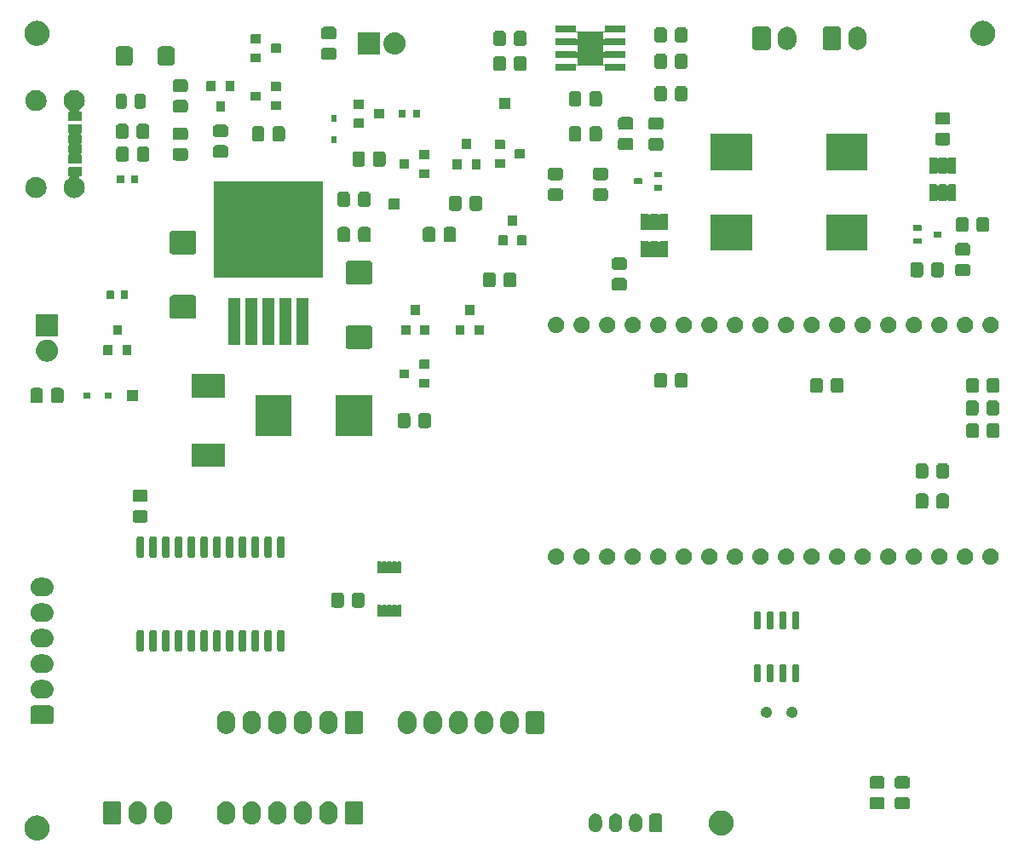
<source format=gbr>
G04 #@! TF.GenerationSoftware,KiCad,Pcbnew,7.0.2-6a45011f42~172~ubuntu22.04.1*
G04 #@! TF.CreationDate,2023-04-26T17:59:52-03:00*
G04 #@! TF.ProjectId,envcity_aqm_v2_2layers,656e7663-6974-4795-9f61-716d5f76325f,rev?*
G04 #@! TF.SameCoordinates,Original*
G04 #@! TF.FileFunction,Soldermask,Top*
G04 #@! TF.FilePolarity,Negative*
%FSLAX46Y46*%
G04 Gerber Fmt 4.6, Leading zero omitted, Abs format (unit mm)*
G04 Created by KiCad (PCBNEW 7.0.2-6a45011f42~172~ubuntu22.04.1) date 2023-04-26 17:59:52*
%MOMM*%
%LPD*%
G01*
G04 APERTURE LIST*
G04 APERTURE END LIST*
G36*
X125053676Y-148754696D02*
G01*
X125103189Y-148754696D01*
X125157755Y-148763801D01*
X125217060Y-148768990D01*
X125263637Y-148781470D01*
X125306752Y-148788665D01*
X125364589Y-148808520D01*
X125427525Y-148825384D01*
X125466075Y-148843360D01*
X125501947Y-148855675D01*
X125560883Y-148887569D01*
X125625000Y-148917468D01*
X125655185Y-148938603D01*
X125683448Y-148953899D01*
X125740977Y-148998676D01*
X125803485Y-149042444D01*
X125825515Y-149064474D01*
X125846312Y-149080661D01*
X125899736Y-149138695D01*
X125957556Y-149196515D01*
X125972149Y-149217357D01*
X125986086Y-149232496D01*
X126032585Y-149303668D01*
X126082532Y-149375000D01*
X126090868Y-149392876D01*
X126098965Y-149405270D01*
X126135719Y-149489060D01*
X126174616Y-149572475D01*
X126178238Y-149585993D01*
X126181867Y-149594266D01*
X126206165Y-149690218D01*
X126231010Y-149782940D01*
X126231730Y-149791172D01*
X126232529Y-149794327D01*
X126241889Y-149907296D01*
X126250000Y-150000000D01*
X126241888Y-150092711D01*
X126232529Y-150205672D01*
X126231730Y-150208825D01*
X126231010Y-150217060D01*
X126206160Y-150309798D01*
X126181867Y-150405733D01*
X126178238Y-150414004D01*
X126174616Y-150427525D01*
X126135711Y-150510955D01*
X126098965Y-150594729D01*
X126090869Y-150607119D01*
X126082532Y-150625000D01*
X126032575Y-150696345D01*
X125986086Y-150767503D01*
X125972152Y-150782638D01*
X125957556Y-150803485D01*
X125899725Y-150861315D01*
X125846312Y-150919338D01*
X125825519Y-150935521D01*
X125803485Y-150957556D01*
X125740964Y-151001332D01*
X125683448Y-151046100D01*
X125655191Y-151061391D01*
X125625000Y-151082532D01*
X125560870Y-151112436D01*
X125501947Y-151144324D01*
X125466083Y-151156635D01*
X125427525Y-151174616D01*
X125364575Y-151191483D01*
X125306752Y-151211334D01*
X125263645Y-151218527D01*
X125217060Y-151231010D01*
X125157751Y-151236198D01*
X125103189Y-151245304D01*
X125053676Y-151245304D01*
X125000000Y-151250000D01*
X124946324Y-151245304D01*
X124896811Y-151245304D01*
X124842247Y-151236198D01*
X124782940Y-151231010D01*
X124736356Y-151218527D01*
X124693247Y-151211334D01*
X124635419Y-151191481D01*
X124572475Y-151174616D01*
X124533918Y-151156637D01*
X124498052Y-151144324D01*
X124439122Y-151112432D01*
X124375000Y-151082532D01*
X124344811Y-151061394D01*
X124316551Y-151046100D01*
X124259025Y-151001325D01*
X124196515Y-150957556D01*
X124174483Y-150935524D01*
X124153687Y-150919338D01*
X124100262Y-150861303D01*
X124042444Y-150803485D01*
X124027850Y-150782642D01*
X124013913Y-150767503D01*
X123967409Y-150696324D01*
X123917468Y-150625000D01*
X123909132Y-150607125D01*
X123901034Y-150594729D01*
X123864271Y-150510919D01*
X123825384Y-150427525D01*
X123821762Y-150414010D01*
X123818132Y-150405733D01*
X123793821Y-150309730D01*
X123768990Y-150217060D01*
X123768270Y-150208831D01*
X123767470Y-150205672D01*
X123758092Y-150092495D01*
X123750000Y-150000000D01*
X123758091Y-149907512D01*
X123767470Y-149794327D01*
X123768270Y-149791166D01*
X123768990Y-149782940D01*
X123793816Y-149690286D01*
X123818132Y-149594266D01*
X123821763Y-149585987D01*
X123825384Y-149572475D01*
X123864264Y-149489096D01*
X123901034Y-149405270D01*
X123909134Y-149392871D01*
X123917468Y-149375000D01*
X123967399Y-149303689D01*
X124013913Y-149232496D01*
X124027853Y-149217352D01*
X124042444Y-149196515D01*
X124100250Y-149138708D01*
X124153687Y-149080661D01*
X124174488Y-149064470D01*
X124196515Y-149042444D01*
X124259012Y-148998683D01*
X124316551Y-148953899D01*
X124344817Y-148938601D01*
X124375000Y-148917468D01*
X124439109Y-148887573D01*
X124498052Y-148855675D01*
X124533927Y-148843359D01*
X124572475Y-148825384D01*
X124635406Y-148808521D01*
X124693247Y-148788665D01*
X124736364Y-148781469D01*
X124782940Y-148768990D01*
X124842244Y-148763801D01*
X124896811Y-148754696D01*
X124946324Y-148754696D01*
X125000000Y-148750000D01*
X125053676Y-148754696D01*
G37*
G36*
X133148914Y-147356995D02*
G01*
X133164726Y-147363976D01*
X133172531Y-147365213D01*
X133205039Y-147381776D01*
X133250106Y-147401676D01*
X133328324Y-147479894D01*
X133348226Y-147524967D01*
X133364786Y-147557468D01*
X133366021Y-147565270D01*
X133373005Y-147581086D01*
X133381000Y-147650000D01*
X133381000Y-149350000D01*
X133373005Y-149418914D01*
X133366021Y-149434729D01*
X133364786Y-149442531D01*
X133348229Y-149475024D01*
X133328324Y-149520106D01*
X133250106Y-149598324D01*
X133205024Y-149618229D01*
X133172531Y-149634786D01*
X133164729Y-149636021D01*
X133148914Y-149643005D01*
X133080000Y-149651000D01*
X131840000Y-149651000D01*
X131771086Y-149643005D01*
X131755270Y-149636021D01*
X131747468Y-149634786D01*
X131714967Y-149618226D01*
X131669894Y-149598324D01*
X131591676Y-149520106D01*
X131571776Y-149475039D01*
X131555213Y-149442531D01*
X131553976Y-149434726D01*
X131546995Y-149418914D01*
X131539000Y-149350000D01*
X131539000Y-147650000D01*
X131546995Y-147581086D01*
X131553976Y-147565274D01*
X131555213Y-147557468D01*
X131571780Y-147524953D01*
X131591676Y-147479894D01*
X131669894Y-147401676D01*
X131714953Y-147381780D01*
X131747468Y-147365213D01*
X131755274Y-147363976D01*
X131771086Y-147356995D01*
X131840000Y-147349000D01*
X133080000Y-147349000D01*
X133148914Y-147356995D01*
G37*
G36*
X157188914Y-147356995D02*
G01*
X157204726Y-147363976D01*
X157212531Y-147365213D01*
X157245039Y-147381776D01*
X157290106Y-147401676D01*
X157368324Y-147479894D01*
X157388226Y-147524967D01*
X157404786Y-147557468D01*
X157406021Y-147565270D01*
X157413005Y-147581086D01*
X157421000Y-147650000D01*
X157421000Y-149350000D01*
X157413005Y-149418914D01*
X157406021Y-149434729D01*
X157404786Y-149442531D01*
X157388229Y-149475024D01*
X157368324Y-149520106D01*
X157290106Y-149598324D01*
X157245024Y-149618229D01*
X157212531Y-149634786D01*
X157204729Y-149636021D01*
X157188914Y-149643005D01*
X157120000Y-149651000D01*
X155880000Y-149651000D01*
X155811086Y-149643005D01*
X155795270Y-149636021D01*
X155787468Y-149634786D01*
X155754967Y-149618226D01*
X155709894Y-149598324D01*
X155631676Y-149520106D01*
X155611776Y-149475039D01*
X155595213Y-149442531D01*
X155593976Y-149434726D01*
X155586995Y-149418914D01*
X155579000Y-149350000D01*
X155579000Y-147650000D01*
X155586995Y-147581086D01*
X155593976Y-147565274D01*
X155595213Y-147557468D01*
X155611780Y-147524953D01*
X155631676Y-147479894D01*
X155709894Y-147401676D01*
X155754953Y-147381780D01*
X155787468Y-147365213D01*
X155795274Y-147363976D01*
X155811086Y-147356995D01*
X155880000Y-147349000D01*
X157120000Y-147349000D01*
X157188914Y-147356995D01*
G37*
G36*
X193053676Y-148254696D02*
G01*
X193103189Y-148254696D01*
X193157755Y-148263801D01*
X193217060Y-148268990D01*
X193263637Y-148281470D01*
X193306752Y-148288665D01*
X193364589Y-148308520D01*
X193427525Y-148325384D01*
X193466075Y-148343360D01*
X193501947Y-148355675D01*
X193560883Y-148387569D01*
X193625000Y-148417468D01*
X193655185Y-148438603D01*
X193683448Y-148453899D01*
X193740977Y-148498676D01*
X193803485Y-148542444D01*
X193825515Y-148564474D01*
X193846312Y-148580661D01*
X193899736Y-148638695D01*
X193957556Y-148696515D01*
X193972149Y-148717357D01*
X193986086Y-148732496D01*
X194032585Y-148803668D01*
X194082532Y-148875000D01*
X194090868Y-148892876D01*
X194098965Y-148905270D01*
X194135719Y-148989060D01*
X194174616Y-149072475D01*
X194178238Y-149085993D01*
X194181867Y-149094266D01*
X194206165Y-149190218D01*
X194231010Y-149282940D01*
X194231730Y-149291172D01*
X194232529Y-149294327D01*
X194241889Y-149407296D01*
X194250000Y-149500000D01*
X194241888Y-149592711D01*
X194232529Y-149705672D01*
X194231730Y-149708825D01*
X194231010Y-149717060D01*
X194206160Y-149809798D01*
X194181867Y-149905733D01*
X194178238Y-149914004D01*
X194174616Y-149927525D01*
X194135711Y-150010955D01*
X194098965Y-150094729D01*
X194090869Y-150107119D01*
X194082532Y-150125000D01*
X194032575Y-150196345D01*
X193986086Y-150267503D01*
X193972152Y-150282638D01*
X193957556Y-150303485D01*
X193899725Y-150361315D01*
X193846312Y-150419338D01*
X193825519Y-150435521D01*
X193803485Y-150457556D01*
X193740964Y-150501332D01*
X193683448Y-150546100D01*
X193655191Y-150561391D01*
X193625000Y-150582532D01*
X193560870Y-150612436D01*
X193501947Y-150644324D01*
X193466083Y-150656635D01*
X193427525Y-150674616D01*
X193364575Y-150691483D01*
X193306752Y-150711334D01*
X193263645Y-150718527D01*
X193217060Y-150731010D01*
X193157751Y-150736198D01*
X193103189Y-150745304D01*
X193053676Y-150745304D01*
X193000000Y-150750000D01*
X192946324Y-150745304D01*
X192896811Y-150745304D01*
X192842247Y-150736198D01*
X192782940Y-150731010D01*
X192736356Y-150718527D01*
X192693247Y-150711334D01*
X192635419Y-150691481D01*
X192572475Y-150674616D01*
X192533918Y-150656637D01*
X192498052Y-150644324D01*
X192439122Y-150612432D01*
X192375000Y-150582532D01*
X192344811Y-150561394D01*
X192316551Y-150546100D01*
X192259025Y-150501325D01*
X192196515Y-150457556D01*
X192174483Y-150435524D01*
X192153687Y-150419338D01*
X192100262Y-150361303D01*
X192042444Y-150303485D01*
X192027850Y-150282642D01*
X192013913Y-150267503D01*
X191967409Y-150196324D01*
X191917468Y-150125000D01*
X191909132Y-150107125D01*
X191901034Y-150094729D01*
X191864271Y-150010919D01*
X191825384Y-149927525D01*
X191821762Y-149914010D01*
X191818132Y-149905733D01*
X191793821Y-149809730D01*
X191768990Y-149717060D01*
X191768270Y-149708831D01*
X191767470Y-149705672D01*
X191758092Y-149592495D01*
X191750000Y-149500000D01*
X191758091Y-149407512D01*
X191767470Y-149294327D01*
X191768270Y-149291166D01*
X191768990Y-149282940D01*
X191793816Y-149190286D01*
X191818132Y-149094266D01*
X191821763Y-149085987D01*
X191825384Y-149072475D01*
X191864264Y-148989096D01*
X191901034Y-148905270D01*
X191909134Y-148892871D01*
X191917468Y-148875000D01*
X191967399Y-148803689D01*
X192013913Y-148732496D01*
X192027853Y-148717352D01*
X192042444Y-148696515D01*
X192100250Y-148638708D01*
X192153687Y-148580661D01*
X192174488Y-148564470D01*
X192196515Y-148542444D01*
X192259012Y-148498683D01*
X192316551Y-148453899D01*
X192344817Y-148438601D01*
X192375000Y-148417468D01*
X192439109Y-148387573D01*
X192498052Y-148355675D01*
X192533927Y-148343359D01*
X192572475Y-148325384D01*
X192635406Y-148308521D01*
X192693247Y-148288665D01*
X192736364Y-148281469D01*
X192782940Y-148268990D01*
X192842244Y-148263801D01*
X192896811Y-148254696D01*
X192946324Y-148254696D01*
X193000000Y-148250000D01*
X193053676Y-148254696D01*
G37*
G36*
X186918914Y-148581995D02*
G01*
X186934726Y-148588976D01*
X186942531Y-148590213D01*
X186975039Y-148606776D01*
X187020106Y-148626676D01*
X187098324Y-148704894D01*
X187118226Y-148749967D01*
X187134786Y-148782468D01*
X187136021Y-148790270D01*
X187143005Y-148806086D01*
X187151000Y-148875000D01*
X187151000Y-150125000D01*
X187143005Y-150193914D01*
X187136021Y-150209729D01*
X187134786Y-150217531D01*
X187118229Y-150250024D01*
X187098324Y-150295106D01*
X187020106Y-150373324D01*
X186975024Y-150393229D01*
X186942531Y-150409786D01*
X186934729Y-150411021D01*
X186918914Y-150418005D01*
X186850000Y-150426000D01*
X186150000Y-150426000D01*
X186081086Y-150418005D01*
X186065270Y-150411021D01*
X186057468Y-150409786D01*
X186024967Y-150393226D01*
X185979894Y-150373324D01*
X185901676Y-150295106D01*
X185881776Y-150250039D01*
X185865213Y-150217531D01*
X185863976Y-150209726D01*
X185856995Y-150193914D01*
X185849000Y-150125000D01*
X185849000Y-148875000D01*
X185856995Y-148806086D01*
X185863976Y-148790274D01*
X185865213Y-148782468D01*
X185881780Y-148749953D01*
X185901676Y-148704894D01*
X185979894Y-148626676D01*
X186024953Y-148606780D01*
X186057468Y-148590213D01*
X186065274Y-148588976D01*
X186081086Y-148581995D01*
X186150000Y-148574000D01*
X186850000Y-148574000D01*
X186918914Y-148581995D01*
G37*
G36*
X180517464Y-148576757D02*
G01*
X180540877Y-148575285D01*
X180593529Y-148585328D01*
X180644686Y-148591093D01*
X180669782Y-148599874D01*
X180701170Y-148605862D01*
X180742573Y-148625345D01*
X180782114Y-148639181D01*
X180812351Y-148658180D01*
X180848823Y-148675343D01*
X180877750Y-148699273D01*
X180905395Y-148716644D01*
X180937230Y-148748479D01*
X180974559Y-148779360D01*
X180991690Y-148802939D01*
X181008355Y-148819604D01*
X181037513Y-148866008D01*
X181070476Y-148911378D01*
X181078065Y-148930547D01*
X181085818Y-148942885D01*
X181107624Y-149005205D01*
X181130548Y-149063103D01*
X181132053Y-149075017D01*
X181133906Y-149080313D01*
X181143679Y-149167049D01*
X181151000Y-149225000D01*
X181151000Y-149775000D01*
X181145867Y-149856592D01*
X181137221Y-149890264D01*
X181133906Y-149919686D01*
X181117982Y-149965193D01*
X181105284Y-150014649D01*
X181092610Y-150037702D01*
X181085818Y-150057114D01*
X181054803Y-150106472D01*
X181026670Y-150157648D01*
X181014514Y-150170592D01*
X181008355Y-150180395D01*
X180958372Y-150230377D01*
X180914963Y-150276604D01*
X180907253Y-150281496D01*
X180905395Y-150283355D01*
X180797116Y-150351391D01*
X180777182Y-150364042D01*
X180717232Y-150383520D01*
X180644686Y-150408906D01*
X180636143Y-150409868D01*
X180621985Y-150414469D01*
X180561601Y-150418267D01*
X180500000Y-150425209D01*
X180482540Y-150423241D01*
X180459123Y-150424715D01*
X180406459Y-150414669D01*
X180355313Y-150408906D01*
X180330221Y-150400126D01*
X180298830Y-150394138D01*
X180257421Y-150374652D01*
X180217885Y-150360818D01*
X180187650Y-150341820D01*
X180151177Y-150324657D01*
X180122247Y-150300724D01*
X180094604Y-150283355D01*
X180062769Y-150251520D01*
X180025441Y-150220640D01*
X180008309Y-150197060D01*
X179991644Y-150180395D01*
X179962484Y-150133987D01*
X179929524Y-150088622D01*
X179921935Y-150069454D01*
X179914181Y-150057114D01*
X179892369Y-149994780D01*
X179869452Y-149936897D01*
X179867947Y-149924984D01*
X179866093Y-149919686D01*
X179856317Y-149832927D01*
X179849000Y-149775000D01*
X179849000Y-149225000D01*
X179854133Y-149143408D01*
X179862777Y-149109741D01*
X179866093Y-149080313D01*
X179882021Y-149034792D01*
X179894716Y-148985351D01*
X179907385Y-148962304D01*
X179914181Y-148942885D01*
X179945207Y-148893506D01*
X179973330Y-148842352D01*
X179985480Y-148829412D01*
X179991644Y-148819604D01*
X180041657Y-148769590D01*
X180085037Y-148723396D01*
X180092741Y-148718506D01*
X180094604Y-148716644D01*
X180203143Y-148648443D01*
X180222818Y-148635958D01*
X180282713Y-148616496D01*
X180355313Y-148591093D01*
X180363861Y-148590129D01*
X180378015Y-148585531D01*
X180438376Y-148581733D01*
X180499999Y-148574790D01*
X180517464Y-148576757D01*
G37*
G36*
X182517464Y-148576757D02*
G01*
X182540877Y-148575285D01*
X182593529Y-148585328D01*
X182644686Y-148591093D01*
X182669782Y-148599874D01*
X182701170Y-148605862D01*
X182742573Y-148625345D01*
X182782114Y-148639181D01*
X182812351Y-148658180D01*
X182848823Y-148675343D01*
X182877750Y-148699273D01*
X182905395Y-148716644D01*
X182937230Y-148748479D01*
X182974559Y-148779360D01*
X182991690Y-148802939D01*
X183008355Y-148819604D01*
X183037513Y-148866008D01*
X183070476Y-148911378D01*
X183078065Y-148930547D01*
X183085818Y-148942885D01*
X183107624Y-149005205D01*
X183130548Y-149063103D01*
X183132053Y-149075017D01*
X183133906Y-149080313D01*
X183143679Y-149167049D01*
X183151000Y-149225000D01*
X183151000Y-149775000D01*
X183145867Y-149856592D01*
X183137221Y-149890264D01*
X183133906Y-149919686D01*
X183117982Y-149965193D01*
X183105284Y-150014649D01*
X183092610Y-150037702D01*
X183085818Y-150057114D01*
X183054803Y-150106472D01*
X183026670Y-150157648D01*
X183014514Y-150170592D01*
X183008355Y-150180395D01*
X182958372Y-150230377D01*
X182914963Y-150276604D01*
X182907253Y-150281496D01*
X182905395Y-150283355D01*
X182797116Y-150351391D01*
X182777182Y-150364042D01*
X182717232Y-150383520D01*
X182644686Y-150408906D01*
X182636143Y-150409868D01*
X182621985Y-150414469D01*
X182561601Y-150418267D01*
X182500000Y-150425209D01*
X182482540Y-150423241D01*
X182459123Y-150424715D01*
X182406459Y-150414669D01*
X182355313Y-150408906D01*
X182330221Y-150400126D01*
X182298830Y-150394138D01*
X182257421Y-150374652D01*
X182217885Y-150360818D01*
X182187650Y-150341820D01*
X182151177Y-150324657D01*
X182122247Y-150300724D01*
X182094604Y-150283355D01*
X182062769Y-150251520D01*
X182025441Y-150220640D01*
X182008309Y-150197060D01*
X181991644Y-150180395D01*
X181962484Y-150133987D01*
X181929524Y-150088622D01*
X181921935Y-150069454D01*
X181914181Y-150057114D01*
X181892369Y-149994780D01*
X181869452Y-149936897D01*
X181867947Y-149924984D01*
X181866093Y-149919686D01*
X181856317Y-149832927D01*
X181849000Y-149775000D01*
X181849000Y-149225000D01*
X181854133Y-149143408D01*
X181862777Y-149109741D01*
X181866093Y-149080313D01*
X181882021Y-149034792D01*
X181894716Y-148985351D01*
X181907385Y-148962304D01*
X181914181Y-148942885D01*
X181945207Y-148893506D01*
X181973330Y-148842352D01*
X181985480Y-148829412D01*
X181991644Y-148819604D01*
X182041657Y-148769590D01*
X182085037Y-148723396D01*
X182092741Y-148718506D01*
X182094604Y-148716644D01*
X182203143Y-148648443D01*
X182222818Y-148635958D01*
X182282713Y-148616496D01*
X182355313Y-148591093D01*
X182363861Y-148590129D01*
X182378015Y-148585531D01*
X182438376Y-148581733D01*
X182499999Y-148574790D01*
X182517464Y-148576757D01*
G37*
G36*
X184517464Y-148576757D02*
G01*
X184540877Y-148575285D01*
X184593529Y-148585328D01*
X184644686Y-148591093D01*
X184669782Y-148599874D01*
X184701170Y-148605862D01*
X184742573Y-148625345D01*
X184782114Y-148639181D01*
X184812351Y-148658180D01*
X184848823Y-148675343D01*
X184877750Y-148699273D01*
X184905395Y-148716644D01*
X184937230Y-148748479D01*
X184974559Y-148779360D01*
X184991690Y-148802939D01*
X185008355Y-148819604D01*
X185037513Y-148866008D01*
X185070476Y-148911378D01*
X185078065Y-148930547D01*
X185085818Y-148942885D01*
X185107624Y-149005205D01*
X185130548Y-149063103D01*
X185132053Y-149075017D01*
X185133906Y-149080313D01*
X185143679Y-149167049D01*
X185151000Y-149225000D01*
X185151000Y-149775000D01*
X185145867Y-149856592D01*
X185137221Y-149890264D01*
X185133906Y-149919686D01*
X185117982Y-149965193D01*
X185105284Y-150014649D01*
X185092610Y-150037702D01*
X185085818Y-150057114D01*
X185054803Y-150106472D01*
X185026670Y-150157648D01*
X185014514Y-150170592D01*
X185008355Y-150180395D01*
X184958372Y-150230377D01*
X184914963Y-150276604D01*
X184907253Y-150281496D01*
X184905395Y-150283355D01*
X184797116Y-150351391D01*
X184777182Y-150364042D01*
X184717232Y-150383520D01*
X184644686Y-150408906D01*
X184636143Y-150409868D01*
X184621985Y-150414469D01*
X184561601Y-150418267D01*
X184500000Y-150425209D01*
X184482540Y-150423241D01*
X184459123Y-150424715D01*
X184406459Y-150414669D01*
X184355313Y-150408906D01*
X184330221Y-150400126D01*
X184298830Y-150394138D01*
X184257421Y-150374652D01*
X184217885Y-150360818D01*
X184187650Y-150341820D01*
X184151177Y-150324657D01*
X184122247Y-150300724D01*
X184094604Y-150283355D01*
X184062769Y-150251520D01*
X184025441Y-150220640D01*
X184008309Y-150197060D01*
X183991644Y-150180395D01*
X183962484Y-150133987D01*
X183929524Y-150088622D01*
X183921935Y-150069454D01*
X183914181Y-150057114D01*
X183892369Y-149994780D01*
X183869452Y-149936897D01*
X183867947Y-149924984D01*
X183866093Y-149919686D01*
X183856317Y-149832927D01*
X183849000Y-149775000D01*
X183849000Y-149225000D01*
X183854133Y-149143408D01*
X183862777Y-149109741D01*
X183866093Y-149080313D01*
X183882021Y-149034792D01*
X183894716Y-148985351D01*
X183907385Y-148962304D01*
X183914181Y-148942885D01*
X183945207Y-148893506D01*
X183973330Y-148842352D01*
X183985480Y-148829412D01*
X183991644Y-148819604D01*
X184041657Y-148769590D01*
X184085037Y-148723396D01*
X184092741Y-148718506D01*
X184094604Y-148716644D01*
X184203143Y-148648443D01*
X184222818Y-148635958D01*
X184282713Y-148616496D01*
X184355313Y-148591093D01*
X184363861Y-148590129D01*
X184378015Y-148585531D01*
X184438376Y-148581733D01*
X184499999Y-148574790D01*
X184517464Y-148576757D01*
G37*
G36*
X135045087Y-147354045D02*
G01*
X135096271Y-147354045D01*
X135140471Y-147363440D01*
X135179557Y-147367290D01*
X135228663Y-147382186D01*
X135284605Y-147394077D01*
X135320399Y-147410013D01*
X135352222Y-147419667D01*
X135402799Y-147446700D01*
X135460500Y-147472391D01*
X135487323Y-147491879D01*
X135511343Y-147504718D01*
X135560341Y-147544929D01*
X135616269Y-147585564D01*
X135634429Y-147605732D01*
X135650817Y-147619182D01*
X135694854Y-147672841D01*
X135745105Y-147728650D01*
X135755661Y-147746934D01*
X135765281Y-147758656D01*
X135800867Y-147825233D01*
X135841375Y-147895396D01*
X135846034Y-147909737D01*
X135850332Y-147917777D01*
X135874017Y-147995857D01*
X135900874Y-148078513D01*
X135901819Y-148087510D01*
X135902709Y-148090442D01*
X135911377Y-148178444D01*
X135921000Y-148270000D01*
X135921000Y-148730000D01*
X135911375Y-148821570D01*
X135902709Y-148909557D01*
X135901819Y-148912488D01*
X135900874Y-148921487D01*
X135874012Y-149004156D01*
X135850332Y-149082222D01*
X135846035Y-149090259D01*
X135841375Y-149104604D01*
X135800859Y-149174778D01*
X135765281Y-149241343D01*
X135755663Y-149253061D01*
X135745105Y-149271350D01*
X135694844Y-149327169D01*
X135650817Y-149380817D01*
X135634432Y-149394263D01*
X135616269Y-149414436D01*
X135560330Y-149455077D01*
X135511343Y-149495281D01*
X135487328Y-149508116D01*
X135460500Y-149527609D01*
X135402788Y-149553304D01*
X135352222Y-149580332D01*
X135320406Y-149589983D01*
X135284605Y-149605923D01*
X135228652Y-149617816D01*
X135179557Y-149632709D01*
X135140479Y-149636558D01*
X135096271Y-149645955D01*
X135045077Y-149645955D01*
X135000000Y-149650395D01*
X134954923Y-149645955D01*
X134903729Y-149645955D01*
X134859520Y-149636558D01*
X134820442Y-149632709D01*
X134771344Y-149617815D01*
X134715395Y-149605923D01*
X134679595Y-149589984D01*
X134647777Y-149580332D01*
X134597205Y-149553301D01*
X134539500Y-149527609D01*
X134512674Y-149508118D01*
X134488656Y-149495281D01*
X134439660Y-149455071D01*
X134383731Y-149414436D01*
X134365570Y-149394266D01*
X134349182Y-149380817D01*
X134305143Y-149327156D01*
X134254895Y-149271350D01*
X134244338Y-149253065D01*
X134234718Y-149241343D01*
X134199126Y-149174755D01*
X134158625Y-149104604D01*
X134153965Y-149090264D01*
X134149667Y-149082222D01*
X134125972Y-149004109D01*
X134099126Y-148921487D01*
X134098180Y-148912493D01*
X134097290Y-148909557D01*
X134088616Y-148821491D01*
X134079000Y-148730000D01*
X134079000Y-148270000D01*
X134088614Y-148178523D01*
X134097290Y-148090442D01*
X134098180Y-148087505D01*
X134099126Y-148078513D01*
X134125967Y-147995904D01*
X134149667Y-147917777D01*
X134153966Y-147909732D01*
X134158625Y-147895396D01*
X134199119Y-147825256D01*
X134234718Y-147758656D01*
X134244340Y-147746930D01*
X134254895Y-147728650D01*
X134305134Y-147672853D01*
X134349182Y-147619182D01*
X134365573Y-147605729D01*
X134383731Y-147585564D01*
X134439650Y-147544936D01*
X134488656Y-147504718D01*
X134512679Y-147491877D01*
X134539500Y-147472391D01*
X134597194Y-147446703D01*
X134647777Y-147419667D01*
X134679602Y-147410012D01*
X134715395Y-147394077D01*
X134771333Y-147382186D01*
X134820442Y-147367290D01*
X134859529Y-147363439D01*
X134903729Y-147354045D01*
X134954913Y-147354045D01*
X135000000Y-147349604D01*
X135045087Y-147354045D01*
G37*
G36*
X137585087Y-147354045D02*
G01*
X137636271Y-147354045D01*
X137680471Y-147363440D01*
X137719557Y-147367290D01*
X137768663Y-147382186D01*
X137824605Y-147394077D01*
X137860399Y-147410013D01*
X137892222Y-147419667D01*
X137942799Y-147446700D01*
X138000500Y-147472391D01*
X138027323Y-147491879D01*
X138051343Y-147504718D01*
X138100341Y-147544929D01*
X138156269Y-147585564D01*
X138174429Y-147605732D01*
X138190817Y-147619182D01*
X138234854Y-147672841D01*
X138285105Y-147728650D01*
X138295661Y-147746934D01*
X138305281Y-147758656D01*
X138340867Y-147825233D01*
X138381375Y-147895396D01*
X138386034Y-147909737D01*
X138390332Y-147917777D01*
X138414017Y-147995857D01*
X138440874Y-148078513D01*
X138441819Y-148087510D01*
X138442709Y-148090442D01*
X138451377Y-148178444D01*
X138461000Y-148270000D01*
X138461000Y-148730000D01*
X138451375Y-148821570D01*
X138442709Y-148909557D01*
X138441819Y-148912488D01*
X138440874Y-148921487D01*
X138414012Y-149004156D01*
X138390332Y-149082222D01*
X138386035Y-149090259D01*
X138381375Y-149104604D01*
X138340859Y-149174778D01*
X138305281Y-149241343D01*
X138295663Y-149253061D01*
X138285105Y-149271350D01*
X138234844Y-149327169D01*
X138190817Y-149380817D01*
X138174432Y-149394263D01*
X138156269Y-149414436D01*
X138100330Y-149455077D01*
X138051343Y-149495281D01*
X138027328Y-149508116D01*
X138000500Y-149527609D01*
X137942788Y-149553304D01*
X137892222Y-149580332D01*
X137860406Y-149589983D01*
X137824605Y-149605923D01*
X137768652Y-149617816D01*
X137719557Y-149632709D01*
X137680479Y-149636558D01*
X137636271Y-149645955D01*
X137585077Y-149645955D01*
X137540000Y-149650395D01*
X137494923Y-149645955D01*
X137443729Y-149645955D01*
X137399520Y-149636558D01*
X137360442Y-149632709D01*
X137311344Y-149617815D01*
X137255395Y-149605923D01*
X137219595Y-149589984D01*
X137187777Y-149580332D01*
X137137205Y-149553301D01*
X137079500Y-149527609D01*
X137052674Y-149508118D01*
X137028656Y-149495281D01*
X136979660Y-149455071D01*
X136923731Y-149414436D01*
X136905570Y-149394266D01*
X136889182Y-149380817D01*
X136845143Y-149327156D01*
X136794895Y-149271350D01*
X136784338Y-149253065D01*
X136774718Y-149241343D01*
X136739126Y-149174755D01*
X136698625Y-149104604D01*
X136693965Y-149090264D01*
X136689667Y-149082222D01*
X136665972Y-149004109D01*
X136639126Y-148921487D01*
X136638180Y-148912493D01*
X136637290Y-148909557D01*
X136628616Y-148821491D01*
X136619000Y-148730000D01*
X136619000Y-148270000D01*
X136628614Y-148178523D01*
X136637290Y-148090442D01*
X136638180Y-148087505D01*
X136639126Y-148078513D01*
X136665967Y-147995904D01*
X136689667Y-147917777D01*
X136693966Y-147909732D01*
X136698625Y-147895396D01*
X136739119Y-147825256D01*
X136774718Y-147758656D01*
X136784340Y-147746930D01*
X136794895Y-147728650D01*
X136845134Y-147672853D01*
X136889182Y-147619182D01*
X136905573Y-147605729D01*
X136923731Y-147585564D01*
X136979650Y-147544936D01*
X137028656Y-147504718D01*
X137052679Y-147491877D01*
X137079500Y-147472391D01*
X137137194Y-147446703D01*
X137187777Y-147419667D01*
X137219602Y-147410012D01*
X137255395Y-147394077D01*
X137311333Y-147382186D01*
X137360442Y-147367290D01*
X137399529Y-147363439D01*
X137443729Y-147354045D01*
X137494913Y-147354045D01*
X137540000Y-147349604D01*
X137585087Y-147354045D01*
G37*
G36*
X143845087Y-147354045D02*
G01*
X143896271Y-147354045D01*
X143940471Y-147363440D01*
X143979557Y-147367290D01*
X144028663Y-147382186D01*
X144084605Y-147394077D01*
X144120399Y-147410013D01*
X144152222Y-147419667D01*
X144202799Y-147446700D01*
X144260500Y-147472391D01*
X144287323Y-147491879D01*
X144311343Y-147504718D01*
X144360341Y-147544929D01*
X144416269Y-147585564D01*
X144434429Y-147605732D01*
X144450817Y-147619182D01*
X144494854Y-147672841D01*
X144545105Y-147728650D01*
X144555661Y-147746934D01*
X144565281Y-147758656D01*
X144600867Y-147825233D01*
X144641375Y-147895396D01*
X144646034Y-147909737D01*
X144650332Y-147917777D01*
X144674017Y-147995857D01*
X144700874Y-148078513D01*
X144701819Y-148087510D01*
X144702709Y-148090442D01*
X144711377Y-148178444D01*
X144721000Y-148270000D01*
X144721000Y-148730000D01*
X144711375Y-148821570D01*
X144702709Y-148909557D01*
X144701819Y-148912488D01*
X144700874Y-148921487D01*
X144674012Y-149004156D01*
X144650332Y-149082222D01*
X144646035Y-149090259D01*
X144641375Y-149104604D01*
X144600859Y-149174778D01*
X144565281Y-149241343D01*
X144555663Y-149253061D01*
X144545105Y-149271350D01*
X144494844Y-149327169D01*
X144450817Y-149380817D01*
X144434432Y-149394263D01*
X144416269Y-149414436D01*
X144360330Y-149455077D01*
X144311343Y-149495281D01*
X144287328Y-149508116D01*
X144260500Y-149527609D01*
X144202788Y-149553304D01*
X144152222Y-149580332D01*
X144120406Y-149589983D01*
X144084605Y-149605923D01*
X144028652Y-149617816D01*
X143979557Y-149632709D01*
X143940479Y-149636558D01*
X143896271Y-149645955D01*
X143845077Y-149645955D01*
X143800000Y-149650395D01*
X143754923Y-149645955D01*
X143703729Y-149645955D01*
X143659520Y-149636558D01*
X143620442Y-149632709D01*
X143571344Y-149617815D01*
X143515395Y-149605923D01*
X143479595Y-149589984D01*
X143447777Y-149580332D01*
X143397205Y-149553301D01*
X143339500Y-149527609D01*
X143312674Y-149508118D01*
X143288656Y-149495281D01*
X143239660Y-149455071D01*
X143183731Y-149414436D01*
X143165570Y-149394266D01*
X143149182Y-149380817D01*
X143105143Y-149327156D01*
X143054895Y-149271350D01*
X143044338Y-149253065D01*
X143034718Y-149241343D01*
X142999126Y-149174755D01*
X142958625Y-149104604D01*
X142953965Y-149090264D01*
X142949667Y-149082222D01*
X142925972Y-149004109D01*
X142899126Y-148921487D01*
X142898180Y-148912493D01*
X142897290Y-148909557D01*
X142888616Y-148821491D01*
X142879000Y-148730000D01*
X142879000Y-148270000D01*
X142888614Y-148178523D01*
X142897290Y-148090442D01*
X142898180Y-148087505D01*
X142899126Y-148078513D01*
X142925967Y-147995904D01*
X142949667Y-147917777D01*
X142953966Y-147909732D01*
X142958625Y-147895396D01*
X142999119Y-147825256D01*
X143034718Y-147758656D01*
X143044340Y-147746930D01*
X143054895Y-147728650D01*
X143105134Y-147672853D01*
X143149182Y-147619182D01*
X143165573Y-147605729D01*
X143183731Y-147585564D01*
X143239650Y-147544936D01*
X143288656Y-147504718D01*
X143312679Y-147491877D01*
X143339500Y-147472391D01*
X143397194Y-147446703D01*
X143447777Y-147419667D01*
X143479602Y-147410012D01*
X143515395Y-147394077D01*
X143571333Y-147382186D01*
X143620442Y-147367290D01*
X143659529Y-147363439D01*
X143703729Y-147354045D01*
X143754913Y-147354045D01*
X143800000Y-147349604D01*
X143845087Y-147354045D01*
G37*
G36*
X146385087Y-147354045D02*
G01*
X146436271Y-147354045D01*
X146480471Y-147363440D01*
X146519557Y-147367290D01*
X146568663Y-147382186D01*
X146624605Y-147394077D01*
X146660399Y-147410013D01*
X146692222Y-147419667D01*
X146742799Y-147446700D01*
X146800500Y-147472391D01*
X146827323Y-147491879D01*
X146851343Y-147504718D01*
X146900341Y-147544929D01*
X146956269Y-147585564D01*
X146974429Y-147605732D01*
X146990817Y-147619182D01*
X147034854Y-147672841D01*
X147085105Y-147728650D01*
X147095661Y-147746934D01*
X147105281Y-147758656D01*
X147140867Y-147825233D01*
X147181375Y-147895396D01*
X147186034Y-147909737D01*
X147190332Y-147917777D01*
X147214017Y-147995857D01*
X147240874Y-148078513D01*
X147241819Y-148087510D01*
X147242709Y-148090442D01*
X147251377Y-148178444D01*
X147261000Y-148270000D01*
X147261000Y-148730000D01*
X147251375Y-148821570D01*
X147242709Y-148909557D01*
X147241819Y-148912488D01*
X147240874Y-148921487D01*
X147214012Y-149004156D01*
X147190332Y-149082222D01*
X147186035Y-149090259D01*
X147181375Y-149104604D01*
X147140859Y-149174778D01*
X147105281Y-149241343D01*
X147095663Y-149253061D01*
X147085105Y-149271350D01*
X147034844Y-149327169D01*
X146990817Y-149380817D01*
X146974432Y-149394263D01*
X146956269Y-149414436D01*
X146900330Y-149455077D01*
X146851343Y-149495281D01*
X146827328Y-149508116D01*
X146800500Y-149527609D01*
X146742788Y-149553304D01*
X146692222Y-149580332D01*
X146660406Y-149589983D01*
X146624605Y-149605923D01*
X146568652Y-149617816D01*
X146519557Y-149632709D01*
X146480479Y-149636558D01*
X146436271Y-149645955D01*
X146385077Y-149645955D01*
X146340000Y-149650395D01*
X146294923Y-149645955D01*
X146243729Y-149645955D01*
X146199520Y-149636558D01*
X146160442Y-149632709D01*
X146111344Y-149617815D01*
X146055395Y-149605923D01*
X146019595Y-149589984D01*
X145987777Y-149580332D01*
X145937205Y-149553301D01*
X145879500Y-149527609D01*
X145852674Y-149508118D01*
X145828656Y-149495281D01*
X145779660Y-149455071D01*
X145723731Y-149414436D01*
X145705570Y-149394266D01*
X145689182Y-149380817D01*
X145645143Y-149327156D01*
X145594895Y-149271350D01*
X145584338Y-149253065D01*
X145574718Y-149241343D01*
X145539126Y-149174755D01*
X145498625Y-149104604D01*
X145493965Y-149090264D01*
X145489667Y-149082222D01*
X145465972Y-149004109D01*
X145439126Y-148921487D01*
X145438180Y-148912493D01*
X145437290Y-148909557D01*
X145428616Y-148821491D01*
X145419000Y-148730000D01*
X145419000Y-148270000D01*
X145428614Y-148178523D01*
X145437290Y-148090442D01*
X145438180Y-148087505D01*
X145439126Y-148078513D01*
X145465967Y-147995904D01*
X145489667Y-147917777D01*
X145493966Y-147909732D01*
X145498625Y-147895396D01*
X145539119Y-147825256D01*
X145574718Y-147758656D01*
X145584340Y-147746930D01*
X145594895Y-147728650D01*
X145645134Y-147672853D01*
X145689182Y-147619182D01*
X145705573Y-147605729D01*
X145723731Y-147585564D01*
X145779650Y-147544936D01*
X145828656Y-147504718D01*
X145852679Y-147491877D01*
X145879500Y-147472391D01*
X145937194Y-147446703D01*
X145987777Y-147419667D01*
X146019602Y-147410012D01*
X146055395Y-147394077D01*
X146111333Y-147382186D01*
X146160442Y-147367290D01*
X146199529Y-147363439D01*
X146243729Y-147354045D01*
X146294913Y-147354045D01*
X146340000Y-147349604D01*
X146385087Y-147354045D01*
G37*
G36*
X148925087Y-147354045D02*
G01*
X148976271Y-147354045D01*
X149020471Y-147363440D01*
X149059557Y-147367290D01*
X149108663Y-147382186D01*
X149164605Y-147394077D01*
X149200399Y-147410013D01*
X149232222Y-147419667D01*
X149282799Y-147446700D01*
X149340500Y-147472391D01*
X149367323Y-147491879D01*
X149391343Y-147504718D01*
X149440341Y-147544929D01*
X149496269Y-147585564D01*
X149514429Y-147605732D01*
X149530817Y-147619182D01*
X149574854Y-147672841D01*
X149625105Y-147728650D01*
X149635661Y-147746934D01*
X149645281Y-147758656D01*
X149680867Y-147825233D01*
X149721375Y-147895396D01*
X149726034Y-147909737D01*
X149730332Y-147917777D01*
X149754017Y-147995857D01*
X149780874Y-148078513D01*
X149781819Y-148087510D01*
X149782709Y-148090442D01*
X149791377Y-148178444D01*
X149801000Y-148270000D01*
X149801000Y-148730000D01*
X149791375Y-148821570D01*
X149782709Y-148909557D01*
X149781819Y-148912488D01*
X149780874Y-148921487D01*
X149754012Y-149004156D01*
X149730332Y-149082222D01*
X149726035Y-149090259D01*
X149721375Y-149104604D01*
X149680859Y-149174778D01*
X149645281Y-149241343D01*
X149635663Y-149253061D01*
X149625105Y-149271350D01*
X149574844Y-149327169D01*
X149530817Y-149380817D01*
X149514432Y-149394263D01*
X149496269Y-149414436D01*
X149440330Y-149455077D01*
X149391343Y-149495281D01*
X149367328Y-149508116D01*
X149340500Y-149527609D01*
X149282788Y-149553304D01*
X149232222Y-149580332D01*
X149200406Y-149589983D01*
X149164605Y-149605923D01*
X149108652Y-149617816D01*
X149059557Y-149632709D01*
X149020479Y-149636558D01*
X148976271Y-149645955D01*
X148925077Y-149645955D01*
X148880000Y-149650395D01*
X148834923Y-149645955D01*
X148783729Y-149645955D01*
X148739520Y-149636558D01*
X148700442Y-149632709D01*
X148651344Y-149617815D01*
X148595395Y-149605923D01*
X148559595Y-149589984D01*
X148527777Y-149580332D01*
X148477205Y-149553301D01*
X148419500Y-149527609D01*
X148392674Y-149508118D01*
X148368656Y-149495281D01*
X148319660Y-149455071D01*
X148263731Y-149414436D01*
X148245570Y-149394266D01*
X148229182Y-149380817D01*
X148185143Y-149327156D01*
X148134895Y-149271350D01*
X148124338Y-149253065D01*
X148114718Y-149241343D01*
X148079126Y-149174755D01*
X148038625Y-149104604D01*
X148033965Y-149090264D01*
X148029667Y-149082222D01*
X148005972Y-149004109D01*
X147979126Y-148921487D01*
X147978180Y-148912493D01*
X147977290Y-148909557D01*
X147968616Y-148821491D01*
X147959000Y-148730000D01*
X147959000Y-148270000D01*
X147968614Y-148178523D01*
X147977290Y-148090442D01*
X147978180Y-148087505D01*
X147979126Y-148078513D01*
X148005967Y-147995904D01*
X148029667Y-147917777D01*
X148033966Y-147909732D01*
X148038625Y-147895396D01*
X148079119Y-147825256D01*
X148114718Y-147758656D01*
X148124340Y-147746930D01*
X148134895Y-147728650D01*
X148185134Y-147672853D01*
X148229182Y-147619182D01*
X148245573Y-147605729D01*
X148263731Y-147585564D01*
X148319650Y-147544936D01*
X148368656Y-147504718D01*
X148392679Y-147491877D01*
X148419500Y-147472391D01*
X148477194Y-147446703D01*
X148527777Y-147419667D01*
X148559602Y-147410012D01*
X148595395Y-147394077D01*
X148651333Y-147382186D01*
X148700442Y-147367290D01*
X148739529Y-147363439D01*
X148783729Y-147354045D01*
X148834913Y-147354045D01*
X148880000Y-147349604D01*
X148925087Y-147354045D01*
G37*
G36*
X151465087Y-147354045D02*
G01*
X151516271Y-147354045D01*
X151560471Y-147363440D01*
X151599557Y-147367290D01*
X151648663Y-147382186D01*
X151704605Y-147394077D01*
X151740399Y-147410013D01*
X151772222Y-147419667D01*
X151822799Y-147446700D01*
X151880500Y-147472391D01*
X151907323Y-147491879D01*
X151931343Y-147504718D01*
X151980341Y-147544929D01*
X152036269Y-147585564D01*
X152054429Y-147605732D01*
X152070817Y-147619182D01*
X152114854Y-147672841D01*
X152165105Y-147728650D01*
X152175661Y-147746934D01*
X152185281Y-147758656D01*
X152220867Y-147825233D01*
X152261375Y-147895396D01*
X152266034Y-147909737D01*
X152270332Y-147917777D01*
X152294017Y-147995857D01*
X152320874Y-148078513D01*
X152321819Y-148087510D01*
X152322709Y-148090442D01*
X152331377Y-148178444D01*
X152341000Y-148270000D01*
X152341000Y-148730000D01*
X152331375Y-148821570D01*
X152322709Y-148909557D01*
X152321819Y-148912488D01*
X152320874Y-148921487D01*
X152294012Y-149004156D01*
X152270332Y-149082222D01*
X152266035Y-149090259D01*
X152261375Y-149104604D01*
X152220859Y-149174778D01*
X152185281Y-149241343D01*
X152175663Y-149253061D01*
X152165105Y-149271350D01*
X152114844Y-149327169D01*
X152070817Y-149380817D01*
X152054432Y-149394263D01*
X152036269Y-149414436D01*
X151980330Y-149455077D01*
X151931343Y-149495281D01*
X151907328Y-149508116D01*
X151880500Y-149527609D01*
X151822788Y-149553304D01*
X151772222Y-149580332D01*
X151740406Y-149589983D01*
X151704605Y-149605923D01*
X151648652Y-149617816D01*
X151599557Y-149632709D01*
X151560479Y-149636558D01*
X151516271Y-149645955D01*
X151465077Y-149645955D01*
X151420000Y-149650395D01*
X151374923Y-149645955D01*
X151323729Y-149645955D01*
X151279520Y-149636558D01*
X151240442Y-149632709D01*
X151191344Y-149617815D01*
X151135395Y-149605923D01*
X151099595Y-149589984D01*
X151067777Y-149580332D01*
X151017205Y-149553301D01*
X150959500Y-149527609D01*
X150932674Y-149508118D01*
X150908656Y-149495281D01*
X150859660Y-149455071D01*
X150803731Y-149414436D01*
X150785570Y-149394266D01*
X150769182Y-149380817D01*
X150725143Y-149327156D01*
X150674895Y-149271350D01*
X150664338Y-149253065D01*
X150654718Y-149241343D01*
X150619126Y-149174755D01*
X150578625Y-149104604D01*
X150573965Y-149090264D01*
X150569667Y-149082222D01*
X150545972Y-149004109D01*
X150519126Y-148921487D01*
X150518180Y-148912493D01*
X150517290Y-148909557D01*
X150508616Y-148821491D01*
X150499000Y-148730000D01*
X150499000Y-148270000D01*
X150508614Y-148178523D01*
X150517290Y-148090442D01*
X150518180Y-148087505D01*
X150519126Y-148078513D01*
X150545967Y-147995904D01*
X150569667Y-147917777D01*
X150573966Y-147909732D01*
X150578625Y-147895396D01*
X150619119Y-147825256D01*
X150654718Y-147758656D01*
X150664340Y-147746930D01*
X150674895Y-147728650D01*
X150725134Y-147672853D01*
X150769182Y-147619182D01*
X150785573Y-147605729D01*
X150803731Y-147585564D01*
X150859650Y-147544936D01*
X150908656Y-147504718D01*
X150932679Y-147491877D01*
X150959500Y-147472391D01*
X151017194Y-147446703D01*
X151067777Y-147419667D01*
X151099602Y-147410012D01*
X151135395Y-147394077D01*
X151191333Y-147382186D01*
X151240442Y-147367290D01*
X151279529Y-147363439D01*
X151323729Y-147354045D01*
X151374913Y-147354045D01*
X151420000Y-147349604D01*
X151465087Y-147354045D01*
G37*
G36*
X154005087Y-147354045D02*
G01*
X154056271Y-147354045D01*
X154100471Y-147363440D01*
X154139557Y-147367290D01*
X154188663Y-147382186D01*
X154244605Y-147394077D01*
X154280399Y-147410013D01*
X154312222Y-147419667D01*
X154362799Y-147446700D01*
X154420500Y-147472391D01*
X154447323Y-147491879D01*
X154471343Y-147504718D01*
X154520341Y-147544929D01*
X154576269Y-147585564D01*
X154594429Y-147605732D01*
X154610817Y-147619182D01*
X154654854Y-147672841D01*
X154705105Y-147728650D01*
X154715661Y-147746934D01*
X154725281Y-147758656D01*
X154760867Y-147825233D01*
X154801375Y-147895396D01*
X154806034Y-147909737D01*
X154810332Y-147917777D01*
X154834017Y-147995857D01*
X154860874Y-148078513D01*
X154861819Y-148087510D01*
X154862709Y-148090442D01*
X154871377Y-148178444D01*
X154881000Y-148270000D01*
X154881000Y-148730000D01*
X154871375Y-148821570D01*
X154862709Y-148909557D01*
X154861819Y-148912488D01*
X154860874Y-148921487D01*
X154834012Y-149004156D01*
X154810332Y-149082222D01*
X154806035Y-149090259D01*
X154801375Y-149104604D01*
X154760859Y-149174778D01*
X154725281Y-149241343D01*
X154715663Y-149253061D01*
X154705105Y-149271350D01*
X154654844Y-149327169D01*
X154610817Y-149380817D01*
X154594432Y-149394263D01*
X154576269Y-149414436D01*
X154520330Y-149455077D01*
X154471343Y-149495281D01*
X154447328Y-149508116D01*
X154420500Y-149527609D01*
X154362788Y-149553304D01*
X154312222Y-149580332D01*
X154280406Y-149589983D01*
X154244605Y-149605923D01*
X154188652Y-149617816D01*
X154139557Y-149632709D01*
X154100479Y-149636558D01*
X154056271Y-149645955D01*
X154005077Y-149645955D01*
X153960000Y-149650395D01*
X153914923Y-149645955D01*
X153863729Y-149645955D01*
X153819520Y-149636558D01*
X153780442Y-149632709D01*
X153731344Y-149617815D01*
X153675395Y-149605923D01*
X153639595Y-149589984D01*
X153607777Y-149580332D01*
X153557205Y-149553301D01*
X153499500Y-149527609D01*
X153472674Y-149508118D01*
X153448656Y-149495281D01*
X153399660Y-149455071D01*
X153343731Y-149414436D01*
X153325570Y-149394266D01*
X153309182Y-149380817D01*
X153265143Y-149327156D01*
X153214895Y-149271350D01*
X153204338Y-149253065D01*
X153194718Y-149241343D01*
X153159126Y-149174755D01*
X153118625Y-149104604D01*
X153113965Y-149090264D01*
X153109667Y-149082222D01*
X153085972Y-149004109D01*
X153059126Y-148921487D01*
X153058180Y-148912493D01*
X153057290Y-148909557D01*
X153048616Y-148821491D01*
X153039000Y-148730000D01*
X153039000Y-148270000D01*
X153048614Y-148178523D01*
X153057290Y-148090442D01*
X153058180Y-148087505D01*
X153059126Y-148078513D01*
X153085967Y-147995904D01*
X153109667Y-147917777D01*
X153113966Y-147909732D01*
X153118625Y-147895396D01*
X153159119Y-147825256D01*
X153194718Y-147758656D01*
X153204340Y-147746930D01*
X153214895Y-147728650D01*
X153265134Y-147672853D01*
X153309182Y-147619182D01*
X153325573Y-147605729D01*
X153343731Y-147585564D01*
X153399650Y-147544936D01*
X153448656Y-147504718D01*
X153472679Y-147491877D01*
X153499500Y-147472391D01*
X153557194Y-147446703D01*
X153607777Y-147419667D01*
X153639602Y-147410012D01*
X153675395Y-147394077D01*
X153731333Y-147382186D01*
X153780442Y-147367290D01*
X153819529Y-147363439D01*
X153863729Y-147354045D01*
X153914913Y-147354045D01*
X153960000Y-147349604D01*
X154005087Y-147354045D01*
G37*
G36*
X209018914Y-146906995D02*
G01*
X209034726Y-146913976D01*
X209042531Y-146915213D01*
X209075039Y-146931776D01*
X209120106Y-146951676D01*
X209198324Y-147029894D01*
X209218226Y-147074967D01*
X209234786Y-147107468D01*
X209236021Y-147115270D01*
X209243005Y-147131086D01*
X209251000Y-147200000D01*
X209251000Y-147850000D01*
X209243005Y-147918914D01*
X209236021Y-147934729D01*
X209234786Y-147942531D01*
X209218229Y-147975024D01*
X209198324Y-148020106D01*
X209120106Y-148098324D01*
X209075024Y-148118229D01*
X209042531Y-148134786D01*
X209034729Y-148136021D01*
X209018914Y-148143005D01*
X208950000Y-148151000D01*
X208050000Y-148151000D01*
X207981086Y-148143005D01*
X207965270Y-148136021D01*
X207957468Y-148134786D01*
X207924967Y-148118226D01*
X207879894Y-148098324D01*
X207801676Y-148020106D01*
X207781776Y-147975039D01*
X207765213Y-147942531D01*
X207763976Y-147934726D01*
X207756995Y-147918914D01*
X207749000Y-147850000D01*
X207749000Y-147200000D01*
X207756995Y-147131086D01*
X207763976Y-147115274D01*
X207765213Y-147107468D01*
X207781780Y-147074953D01*
X207801676Y-147029894D01*
X207879894Y-146951676D01*
X207924953Y-146931780D01*
X207957468Y-146915213D01*
X207965274Y-146913976D01*
X207981086Y-146906995D01*
X208050000Y-146899000D01*
X208950000Y-146899000D01*
X209018914Y-146906995D01*
G37*
G36*
X211518914Y-146906995D02*
G01*
X211534726Y-146913976D01*
X211542531Y-146915213D01*
X211575039Y-146931776D01*
X211620106Y-146951676D01*
X211698324Y-147029894D01*
X211718226Y-147074967D01*
X211734786Y-147107468D01*
X211736021Y-147115270D01*
X211743005Y-147131086D01*
X211751000Y-147200000D01*
X211751000Y-147850000D01*
X211743005Y-147918914D01*
X211736021Y-147934729D01*
X211734786Y-147942531D01*
X211718229Y-147975024D01*
X211698324Y-148020106D01*
X211620106Y-148098324D01*
X211575024Y-148118229D01*
X211542531Y-148134786D01*
X211534729Y-148136021D01*
X211518914Y-148143005D01*
X211450000Y-148151000D01*
X210550000Y-148151000D01*
X210481086Y-148143005D01*
X210465270Y-148136021D01*
X210457468Y-148134786D01*
X210424967Y-148118226D01*
X210379894Y-148098324D01*
X210301676Y-148020106D01*
X210281776Y-147975039D01*
X210265213Y-147942531D01*
X210263976Y-147934726D01*
X210256995Y-147918914D01*
X210249000Y-147850000D01*
X210249000Y-147200000D01*
X210256995Y-147131086D01*
X210263976Y-147115274D01*
X210265213Y-147107468D01*
X210281780Y-147074953D01*
X210301676Y-147029894D01*
X210379894Y-146951676D01*
X210424953Y-146931780D01*
X210457468Y-146915213D01*
X210465274Y-146913976D01*
X210481086Y-146906995D01*
X210550000Y-146899000D01*
X211450000Y-146899000D01*
X211518914Y-146906995D01*
G37*
G36*
X209018914Y-144856995D02*
G01*
X209034726Y-144863976D01*
X209042531Y-144865213D01*
X209075039Y-144881776D01*
X209120106Y-144901676D01*
X209198324Y-144979894D01*
X209218226Y-145024967D01*
X209234786Y-145057468D01*
X209236021Y-145065270D01*
X209243005Y-145081086D01*
X209251000Y-145150000D01*
X209251000Y-145800000D01*
X209243005Y-145868914D01*
X209236021Y-145884729D01*
X209234786Y-145892531D01*
X209218229Y-145925024D01*
X209198324Y-145970106D01*
X209120106Y-146048324D01*
X209075024Y-146068229D01*
X209042531Y-146084786D01*
X209034729Y-146086021D01*
X209018914Y-146093005D01*
X208950000Y-146101000D01*
X208050000Y-146101000D01*
X207981086Y-146093005D01*
X207965270Y-146086021D01*
X207957468Y-146084786D01*
X207924967Y-146068226D01*
X207879894Y-146048324D01*
X207801676Y-145970106D01*
X207781776Y-145925039D01*
X207765213Y-145892531D01*
X207763976Y-145884726D01*
X207756995Y-145868914D01*
X207749000Y-145800000D01*
X207749000Y-145150000D01*
X207756995Y-145081086D01*
X207763976Y-145065274D01*
X207765213Y-145057468D01*
X207781780Y-145024953D01*
X207801676Y-144979894D01*
X207879894Y-144901676D01*
X207924953Y-144881780D01*
X207957468Y-144865213D01*
X207965274Y-144863976D01*
X207981086Y-144856995D01*
X208050000Y-144849000D01*
X208950000Y-144849000D01*
X209018914Y-144856995D01*
G37*
G36*
X211518914Y-144856995D02*
G01*
X211534726Y-144863976D01*
X211542531Y-144865213D01*
X211575039Y-144881776D01*
X211620106Y-144901676D01*
X211698324Y-144979894D01*
X211718226Y-145024967D01*
X211734786Y-145057468D01*
X211736021Y-145065270D01*
X211743005Y-145081086D01*
X211751000Y-145150000D01*
X211751000Y-145800000D01*
X211743005Y-145868914D01*
X211736021Y-145884729D01*
X211734786Y-145892531D01*
X211718229Y-145925024D01*
X211698324Y-145970106D01*
X211620106Y-146048324D01*
X211575024Y-146068229D01*
X211542531Y-146084786D01*
X211534729Y-146086021D01*
X211518914Y-146093005D01*
X211450000Y-146101000D01*
X210550000Y-146101000D01*
X210481086Y-146093005D01*
X210465270Y-146086021D01*
X210457468Y-146084786D01*
X210424967Y-146068226D01*
X210379894Y-146048324D01*
X210301676Y-145970106D01*
X210281776Y-145925039D01*
X210265213Y-145892531D01*
X210263976Y-145884726D01*
X210256995Y-145868914D01*
X210249000Y-145800000D01*
X210249000Y-145150000D01*
X210256995Y-145081086D01*
X210263976Y-145065274D01*
X210265213Y-145057468D01*
X210281780Y-145024953D01*
X210301676Y-144979894D01*
X210379894Y-144901676D01*
X210424953Y-144881780D01*
X210457468Y-144865213D01*
X210465274Y-144863976D01*
X210481086Y-144856995D01*
X210550000Y-144849000D01*
X211450000Y-144849000D01*
X211518914Y-144856995D01*
G37*
G36*
X126418914Y-137836995D02*
G01*
X126434726Y-137843976D01*
X126442531Y-137845213D01*
X126475039Y-137861776D01*
X126520106Y-137881676D01*
X126598324Y-137959894D01*
X126618226Y-138004967D01*
X126634786Y-138037468D01*
X126636021Y-138045270D01*
X126643005Y-138061086D01*
X126651000Y-138130000D01*
X126651000Y-139370000D01*
X126643005Y-139438914D01*
X126636021Y-139454729D01*
X126634786Y-139462531D01*
X126618229Y-139495024D01*
X126598324Y-139540106D01*
X126520106Y-139618324D01*
X126475024Y-139638229D01*
X126442531Y-139654786D01*
X126434729Y-139656021D01*
X126418914Y-139663005D01*
X126350000Y-139671000D01*
X124650000Y-139671000D01*
X124581086Y-139663005D01*
X124565270Y-139656021D01*
X124557468Y-139654786D01*
X124524967Y-139638226D01*
X124479894Y-139618324D01*
X124401676Y-139540106D01*
X124381776Y-139495039D01*
X124365213Y-139462531D01*
X124363976Y-139454726D01*
X124356995Y-139438914D01*
X124349000Y-139370000D01*
X124349000Y-138130000D01*
X124356995Y-138061086D01*
X124363976Y-138045274D01*
X124365213Y-138037468D01*
X124381780Y-138004953D01*
X124401676Y-137959894D01*
X124479894Y-137881676D01*
X124524953Y-137861780D01*
X124557468Y-137845213D01*
X124565274Y-137843976D01*
X124581086Y-137836995D01*
X124650000Y-137829000D01*
X126350000Y-137829000D01*
X126418914Y-137836995D01*
G37*
G36*
X157188914Y-138356995D02*
G01*
X157204726Y-138363976D01*
X157212531Y-138365213D01*
X157245039Y-138381776D01*
X157290106Y-138401676D01*
X157368324Y-138479894D01*
X157388226Y-138524967D01*
X157404786Y-138557468D01*
X157406021Y-138565270D01*
X157413005Y-138581086D01*
X157421000Y-138650000D01*
X157421000Y-140350000D01*
X157413005Y-140418914D01*
X157406021Y-140434729D01*
X157404786Y-140442531D01*
X157388229Y-140475024D01*
X157368324Y-140520106D01*
X157290106Y-140598324D01*
X157245024Y-140618229D01*
X157212531Y-140634786D01*
X157204729Y-140636021D01*
X157188914Y-140643005D01*
X157120000Y-140651000D01*
X155880000Y-140651000D01*
X155811086Y-140643005D01*
X155795270Y-140636021D01*
X155787468Y-140634786D01*
X155754967Y-140618226D01*
X155709894Y-140598324D01*
X155631676Y-140520106D01*
X155611776Y-140475039D01*
X155595213Y-140442531D01*
X155593976Y-140434726D01*
X155586995Y-140418914D01*
X155579000Y-140350000D01*
X155579000Y-138650000D01*
X155586995Y-138581086D01*
X155593976Y-138565274D01*
X155595213Y-138557468D01*
X155611780Y-138524953D01*
X155631676Y-138479894D01*
X155709894Y-138401676D01*
X155754953Y-138381780D01*
X155787468Y-138365213D01*
X155795274Y-138363976D01*
X155811086Y-138356995D01*
X155880000Y-138349000D01*
X157120000Y-138349000D01*
X157188914Y-138356995D01*
G37*
G36*
X175188914Y-138356995D02*
G01*
X175204726Y-138363976D01*
X175212531Y-138365213D01*
X175245039Y-138381776D01*
X175290106Y-138401676D01*
X175368324Y-138479894D01*
X175388226Y-138524967D01*
X175404786Y-138557468D01*
X175406021Y-138565270D01*
X175413005Y-138581086D01*
X175421000Y-138650000D01*
X175421000Y-140350000D01*
X175413005Y-140418914D01*
X175406021Y-140434729D01*
X175404786Y-140442531D01*
X175388229Y-140475024D01*
X175368324Y-140520106D01*
X175290106Y-140598324D01*
X175245024Y-140618229D01*
X175212531Y-140634786D01*
X175204729Y-140636021D01*
X175188914Y-140643005D01*
X175120000Y-140651000D01*
X173880000Y-140651000D01*
X173811086Y-140643005D01*
X173795270Y-140636021D01*
X173787468Y-140634786D01*
X173754967Y-140618226D01*
X173709894Y-140598324D01*
X173631676Y-140520106D01*
X173611776Y-140475039D01*
X173595213Y-140442531D01*
X173593976Y-140434726D01*
X173586995Y-140418914D01*
X173579000Y-140350000D01*
X173579000Y-138650000D01*
X173586995Y-138581086D01*
X173593976Y-138565274D01*
X173595213Y-138557468D01*
X173611780Y-138524953D01*
X173631676Y-138479894D01*
X173709894Y-138401676D01*
X173754953Y-138381780D01*
X173787468Y-138365213D01*
X173795274Y-138363976D01*
X173811086Y-138356995D01*
X173880000Y-138349000D01*
X175120000Y-138349000D01*
X175188914Y-138356995D01*
G37*
G36*
X143845087Y-138354045D02*
G01*
X143896271Y-138354045D01*
X143940471Y-138363440D01*
X143979557Y-138367290D01*
X144028663Y-138382186D01*
X144084605Y-138394077D01*
X144120399Y-138410013D01*
X144152222Y-138419667D01*
X144202799Y-138446700D01*
X144260500Y-138472391D01*
X144287323Y-138491879D01*
X144311343Y-138504718D01*
X144360341Y-138544929D01*
X144416269Y-138585564D01*
X144434429Y-138605732D01*
X144450817Y-138619182D01*
X144494854Y-138672841D01*
X144545105Y-138728650D01*
X144555661Y-138746934D01*
X144565281Y-138758656D01*
X144600867Y-138825233D01*
X144641375Y-138895396D01*
X144646034Y-138909737D01*
X144650332Y-138917777D01*
X144674017Y-138995857D01*
X144700874Y-139078513D01*
X144701819Y-139087510D01*
X144702709Y-139090442D01*
X144711377Y-139178444D01*
X144721000Y-139270000D01*
X144721000Y-139730000D01*
X144711375Y-139821570D01*
X144702709Y-139909557D01*
X144701819Y-139912488D01*
X144700874Y-139921487D01*
X144674012Y-140004156D01*
X144650332Y-140082222D01*
X144646035Y-140090259D01*
X144641375Y-140104604D01*
X144600859Y-140174778D01*
X144565281Y-140241343D01*
X144555663Y-140253061D01*
X144545105Y-140271350D01*
X144494844Y-140327169D01*
X144450817Y-140380817D01*
X144434432Y-140394263D01*
X144416269Y-140414436D01*
X144360330Y-140455077D01*
X144311343Y-140495281D01*
X144287328Y-140508116D01*
X144260500Y-140527609D01*
X144202788Y-140553304D01*
X144152222Y-140580332D01*
X144120406Y-140589983D01*
X144084605Y-140605923D01*
X144028652Y-140617816D01*
X143979557Y-140632709D01*
X143940479Y-140636558D01*
X143896271Y-140645955D01*
X143845077Y-140645955D01*
X143800000Y-140650395D01*
X143754923Y-140645955D01*
X143703729Y-140645955D01*
X143659520Y-140636558D01*
X143620442Y-140632709D01*
X143571344Y-140617815D01*
X143515395Y-140605923D01*
X143479595Y-140589984D01*
X143447777Y-140580332D01*
X143397205Y-140553301D01*
X143339500Y-140527609D01*
X143312674Y-140508118D01*
X143288656Y-140495281D01*
X143239660Y-140455071D01*
X143183731Y-140414436D01*
X143165570Y-140394266D01*
X143149182Y-140380817D01*
X143105143Y-140327156D01*
X143054895Y-140271350D01*
X143044338Y-140253065D01*
X143034718Y-140241343D01*
X142999126Y-140174755D01*
X142958625Y-140104604D01*
X142953965Y-140090264D01*
X142949667Y-140082222D01*
X142925972Y-140004109D01*
X142899126Y-139921487D01*
X142898180Y-139912493D01*
X142897290Y-139909557D01*
X142888616Y-139821491D01*
X142879000Y-139730000D01*
X142879000Y-139270000D01*
X142888614Y-139178523D01*
X142897290Y-139090442D01*
X142898180Y-139087505D01*
X142899126Y-139078513D01*
X142925967Y-138995904D01*
X142949667Y-138917777D01*
X142953966Y-138909732D01*
X142958625Y-138895396D01*
X142999119Y-138825256D01*
X143034718Y-138758656D01*
X143044340Y-138746930D01*
X143054895Y-138728650D01*
X143105134Y-138672853D01*
X143149182Y-138619182D01*
X143165573Y-138605729D01*
X143183731Y-138585564D01*
X143239650Y-138544936D01*
X143288656Y-138504718D01*
X143312679Y-138491877D01*
X143339500Y-138472391D01*
X143397194Y-138446703D01*
X143447777Y-138419667D01*
X143479602Y-138410012D01*
X143515395Y-138394077D01*
X143571333Y-138382186D01*
X143620442Y-138367290D01*
X143659529Y-138363439D01*
X143703729Y-138354045D01*
X143754913Y-138354045D01*
X143800000Y-138349604D01*
X143845087Y-138354045D01*
G37*
G36*
X146385087Y-138354045D02*
G01*
X146436271Y-138354045D01*
X146480471Y-138363440D01*
X146519557Y-138367290D01*
X146568663Y-138382186D01*
X146624605Y-138394077D01*
X146660399Y-138410013D01*
X146692222Y-138419667D01*
X146742799Y-138446700D01*
X146800500Y-138472391D01*
X146827323Y-138491879D01*
X146851343Y-138504718D01*
X146900341Y-138544929D01*
X146956269Y-138585564D01*
X146974429Y-138605732D01*
X146990817Y-138619182D01*
X147034854Y-138672841D01*
X147085105Y-138728650D01*
X147095661Y-138746934D01*
X147105281Y-138758656D01*
X147140867Y-138825233D01*
X147181375Y-138895396D01*
X147186034Y-138909737D01*
X147190332Y-138917777D01*
X147214017Y-138995857D01*
X147240874Y-139078513D01*
X147241819Y-139087510D01*
X147242709Y-139090442D01*
X147251377Y-139178444D01*
X147261000Y-139270000D01*
X147261000Y-139730000D01*
X147251375Y-139821570D01*
X147242709Y-139909557D01*
X147241819Y-139912488D01*
X147240874Y-139921487D01*
X147214012Y-140004156D01*
X147190332Y-140082222D01*
X147186035Y-140090259D01*
X147181375Y-140104604D01*
X147140859Y-140174778D01*
X147105281Y-140241343D01*
X147095663Y-140253061D01*
X147085105Y-140271350D01*
X147034844Y-140327169D01*
X146990817Y-140380817D01*
X146974432Y-140394263D01*
X146956269Y-140414436D01*
X146900330Y-140455077D01*
X146851343Y-140495281D01*
X146827328Y-140508116D01*
X146800500Y-140527609D01*
X146742788Y-140553304D01*
X146692222Y-140580332D01*
X146660406Y-140589983D01*
X146624605Y-140605923D01*
X146568652Y-140617816D01*
X146519557Y-140632709D01*
X146480479Y-140636558D01*
X146436271Y-140645955D01*
X146385077Y-140645955D01*
X146340000Y-140650395D01*
X146294923Y-140645955D01*
X146243729Y-140645955D01*
X146199520Y-140636558D01*
X146160442Y-140632709D01*
X146111344Y-140617815D01*
X146055395Y-140605923D01*
X146019595Y-140589984D01*
X145987777Y-140580332D01*
X145937205Y-140553301D01*
X145879500Y-140527609D01*
X145852674Y-140508118D01*
X145828656Y-140495281D01*
X145779660Y-140455071D01*
X145723731Y-140414436D01*
X145705570Y-140394266D01*
X145689182Y-140380817D01*
X145645143Y-140327156D01*
X145594895Y-140271350D01*
X145584338Y-140253065D01*
X145574718Y-140241343D01*
X145539126Y-140174755D01*
X145498625Y-140104604D01*
X145493965Y-140090264D01*
X145489667Y-140082222D01*
X145465972Y-140004109D01*
X145439126Y-139921487D01*
X145438180Y-139912493D01*
X145437290Y-139909557D01*
X145428616Y-139821491D01*
X145419000Y-139730000D01*
X145419000Y-139270000D01*
X145428614Y-139178523D01*
X145437290Y-139090442D01*
X145438180Y-139087505D01*
X145439126Y-139078513D01*
X145465967Y-138995904D01*
X145489667Y-138917777D01*
X145493966Y-138909732D01*
X145498625Y-138895396D01*
X145539119Y-138825256D01*
X145574718Y-138758656D01*
X145584340Y-138746930D01*
X145594895Y-138728650D01*
X145645134Y-138672853D01*
X145689182Y-138619182D01*
X145705573Y-138605729D01*
X145723731Y-138585564D01*
X145779650Y-138544936D01*
X145828656Y-138504718D01*
X145852679Y-138491877D01*
X145879500Y-138472391D01*
X145937194Y-138446703D01*
X145987777Y-138419667D01*
X146019602Y-138410012D01*
X146055395Y-138394077D01*
X146111333Y-138382186D01*
X146160442Y-138367290D01*
X146199529Y-138363439D01*
X146243729Y-138354045D01*
X146294913Y-138354045D01*
X146340000Y-138349604D01*
X146385087Y-138354045D01*
G37*
G36*
X148925087Y-138354045D02*
G01*
X148976271Y-138354045D01*
X149020471Y-138363440D01*
X149059557Y-138367290D01*
X149108663Y-138382186D01*
X149164605Y-138394077D01*
X149200399Y-138410013D01*
X149232222Y-138419667D01*
X149282799Y-138446700D01*
X149340500Y-138472391D01*
X149367323Y-138491879D01*
X149391343Y-138504718D01*
X149440341Y-138544929D01*
X149496269Y-138585564D01*
X149514429Y-138605732D01*
X149530817Y-138619182D01*
X149574854Y-138672841D01*
X149625105Y-138728650D01*
X149635661Y-138746934D01*
X149645281Y-138758656D01*
X149680867Y-138825233D01*
X149721375Y-138895396D01*
X149726034Y-138909737D01*
X149730332Y-138917777D01*
X149754017Y-138995857D01*
X149780874Y-139078513D01*
X149781819Y-139087510D01*
X149782709Y-139090442D01*
X149791377Y-139178444D01*
X149801000Y-139270000D01*
X149801000Y-139730000D01*
X149791375Y-139821570D01*
X149782709Y-139909557D01*
X149781819Y-139912488D01*
X149780874Y-139921487D01*
X149754012Y-140004156D01*
X149730332Y-140082222D01*
X149726035Y-140090259D01*
X149721375Y-140104604D01*
X149680859Y-140174778D01*
X149645281Y-140241343D01*
X149635663Y-140253061D01*
X149625105Y-140271350D01*
X149574844Y-140327169D01*
X149530817Y-140380817D01*
X149514432Y-140394263D01*
X149496269Y-140414436D01*
X149440330Y-140455077D01*
X149391343Y-140495281D01*
X149367328Y-140508116D01*
X149340500Y-140527609D01*
X149282788Y-140553304D01*
X149232222Y-140580332D01*
X149200406Y-140589983D01*
X149164605Y-140605923D01*
X149108652Y-140617816D01*
X149059557Y-140632709D01*
X149020479Y-140636558D01*
X148976271Y-140645955D01*
X148925077Y-140645955D01*
X148880000Y-140650395D01*
X148834923Y-140645955D01*
X148783729Y-140645955D01*
X148739520Y-140636558D01*
X148700442Y-140632709D01*
X148651344Y-140617815D01*
X148595395Y-140605923D01*
X148559595Y-140589984D01*
X148527777Y-140580332D01*
X148477205Y-140553301D01*
X148419500Y-140527609D01*
X148392674Y-140508118D01*
X148368656Y-140495281D01*
X148319660Y-140455071D01*
X148263731Y-140414436D01*
X148245570Y-140394266D01*
X148229182Y-140380817D01*
X148185143Y-140327156D01*
X148134895Y-140271350D01*
X148124338Y-140253065D01*
X148114718Y-140241343D01*
X148079126Y-140174755D01*
X148038625Y-140104604D01*
X148033965Y-140090264D01*
X148029667Y-140082222D01*
X148005972Y-140004109D01*
X147979126Y-139921487D01*
X147978180Y-139912493D01*
X147977290Y-139909557D01*
X147968616Y-139821491D01*
X147959000Y-139730000D01*
X147959000Y-139270000D01*
X147968614Y-139178523D01*
X147977290Y-139090442D01*
X147978180Y-139087505D01*
X147979126Y-139078513D01*
X148005967Y-138995904D01*
X148029667Y-138917777D01*
X148033966Y-138909732D01*
X148038625Y-138895396D01*
X148079119Y-138825256D01*
X148114718Y-138758656D01*
X148124340Y-138746930D01*
X148134895Y-138728650D01*
X148185134Y-138672853D01*
X148229182Y-138619182D01*
X148245573Y-138605729D01*
X148263731Y-138585564D01*
X148319650Y-138544936D01*
X148368656Y-138504718D01*
X148392679Y-138491877D01*
X148419500Y-138472391D01*
X148477194Y-138446703D01*
X148527777Y-138419667D01*
X148559602Y-138410012D01*
X148595395Y-138394077D01*
X148651333Y-138382186D01*
X148700442Y-138367290D01*
X148739529Y-138363439D01*
X148783729Y-138354045D01*
X148834913Y-138354045D01*
X148880000Y-138349604D01*
X148925087Y-138354045D01*
G37*
G36*
X151465087Y-138354045D02*
G01*
X151516271Y-138354045D01*
X151560471Y-138363440D01*
X151599557Y-138367290D01*
X151648663Y-138382186D01*
X151704605Y-138394077D01*
X151740399Y-138410013D01*
X151772222Y-138419667D01*
X151822799Y-138446700D01*
X151880500Y-138472391D01*
X151907323Y-138491879D01*
X151931343Y-138504718D01*
X151980341Y-138544929D01*
X152036269Y-138585564D01*
X152054429Y-138605732D01*
X152070817Y-138619182D01*
X152114854Y-138672841D01*
X152165105Y-138728650D01*
X152175661Y-138746934D01*
X152185281Y-138758656D01*
X152220867Y-138825233D01*
X152261375Y-138895396D01*
X152266034Y-138909737D01*
X152270332Y-138917777D01*
X152294017Y-138995857D01*
X152320874Y-139078513D01*
X152321819Y-139087510D01*
X152322709Y-139090442D01*
X152331377Y-139178444D01*
X152341000Y-139270000D01*
X152341000Y-139730000D01*
X152331375Y-139821570D01*
X152322709Y-139909557D01*
X152321819Y-139912488D01*
X152320874Y-139921487D01*
X152294012Y-140004156D01*
X152270332Y-140082222D01*
X152266035Y-140090259D01*
X152261375Y-140104604D01*
X152220859Y-140174778D01*
X152185281Y-140241343D01*
X152175663Y-140253061D01*
X152165105Y-140271350D01*
X152114844Y-140327169D01*
X152070817Y-140380817D01*
X152054432Y-140394263D01*
X152036269Y-140414436D01*
X151980330Y-140455077D01*
X151931343Y-140495281D01*
X151907328Y-140508116D01*
X151880500Y-140527609D01*
X151822788Y-140553304D01*
X151772222Y-140580332D01*
X151740406Y-140589983D01*
X151704605Y-140605923D01*
X151648652Y-140617816D01*
X151599557Y-140632709D01*
X151560479Y-140636558D01*
X151516271Y-140645955D01*
X151465077Y-140645955D01*
X151420000Y-140650395D01*
X151374923Y-140645955D01*
X151323729Y-140645955D01*
X151279520Y-140636558D01*
X151240442Y-140632709D01*
X151191344Y-140617815D01*
X151135395Y-140605923D01*
X151099595Y-140589984D01*
X151067777Y-140580332D01*
X151017205Y-140553301D01*
X150959500Y-140527609D01*
X150932674Y-140508118D01*
X150908656Y-140495281D01*
X150859660Y-140455071D01*
X150803731Y-140414436D01*
X150785570Y-140394266D01*
X150769182Y-140380817D01*
X150725143Y-140327156D01*
X150674895Y-140271350D01*
X150664338Y-140253065D01*
X150654718Y-140241343D01*
X150619126Y-140174755D01*
X150578625Y-140104604D01*
X150573965Y-140090264D01*
X150569667Y-140082222D01*
X150545972Y-140004109D01*
X150519126Y-139921487D01*
X150518180Y-139912493D01*
X150517290Y-139909557D01*
X150508616Y-139821491D01*
X150499000Y-139730000D01*
X150499000Y-139270000D01*
X150508614Y-139178523D01*
X150517290Y-139090442D01*
X150518180Y-139087505D01*
X150519126Y-139078513D01*
X150545967Y-138995904D01*
X150569667Y-138917777D01*
X150573966Y-138909732D01*
X150578625Y-138895396D01*
X150619119Y-138825256D01*
X150654718Y-138758656D01*
X150664340Y-138746930D01*
X150674895Y-138728650D01*
X150725134Y-138672853D01*
X150769182Y-138619182D01*
X150785573Y-138605729D01*
X150803731Y-138585564D01*
X150859650Y-138544936D01*
X150908656Y-138504718D01*
X150932679Y-138491877D01*
X150959500Y-138472391D01*
X151017194Y-138446703D01*
X151067777Y-138419667D01*
X151099602Y-138410012D01*
X151135395Y-138394077D01*
X151191333Y-138382186D01*
X151240442Y-138367290D01*
X151279529Y-138363439D01*
X151323729Y-138354045D01*
X151374913Y-138354045D01*
X151420000Y-138349604D01*
X151465087Y-138354045D01*
G37*
G36*
X154005087Y-138354045D02*
G01*
X154056271Y-138354045D01*
X154100471Y-138363440D01*
X154139557Y-138367290D01*
X154188663Y-138382186D01*
X154244605Y-138394077D01*
X154280399Y-138410013D01*
X154312222Y-138419667D01*
X154362799Y-138446700D01*
X154420500Y-138472391D01*
X154447323Y-138491879D01*
X154471343Y-138504718D01*
X154520341Y-138544929D01*
X154576269Y-138585564D01*
X154594429Y-138605732D01*
X154610817Y-138619182D01*
X154654854Y-138672841D01*
X154705105Y-138728650D01*
X154715661Y-138746934D01*
X154725281Y-138758656D01*
X154760867Y-138825233D01*
X154801375Y-138895396D01*
X154806034Y-138909737D01*
X154810332Y-138917777D01*
X154834017Y-138995857D01*
X154860874Y-139078513D01*
X154861819Y-139087510D01*
X154862709Y-139090442D01*
X154871377Y-139178444D01*
X154881000Y-139270000D01*
X154881000Y-139730000D01*
X154871375Y-139821570D01*
X154862709Y-139909557D01*
X154861819Y-139912488D01*
X154860874Y-139921487D01*
X154834012Y-140004156D01*
X154810332Y-140082222D01*
X154806035Y-140090259D01*
X154801375Y-140104604D01*
X154760859Y-140174778D01*
X154725281Y-140241343D01*
X154715663Y-140253061D01*
X154705105Y-140271350D01*
X154654844Y-140327169D01*
X154610817Y-140380817D01*
X154594432Y-140394263D01*
X154576269Y-140414436D01*
X154520330Y-140455077D01*
X154471343Y-140495281D01*
X154447328Y-140508116D01*
X154420500Y-140527609D01*
X154362788Y-140553304D01*
X154312222Y-140580332D01*
X154280406Y-140589983D01*
X154244605Y-140605923D01*
X154188652Y-140617816D01*
X154139557Y-140632709D01*
X154100479Y-140636558D01*
X154056271Y-140645955D01*
X154005077Y-140645955D01*
X153960000Y-140650395D01*
X153914923Y-140645955D01*
X153863729Y-140645955D01*
X153819520Y-140636558D01*
X153780442Y-140632709D01*
X153731344Y-140617815D01*
X153675395Y-140605923D01*
X153639595Y-140589984D01*
X153607777Y-140580332D01*
X153557205Y-140553301D01*
X153499500Y-140527609D01*
X153472674Y-140508118D01*
X153448656Y-140495281D01*
X153399660Y-140455071D01*
X153343731Y-140414436D01*
X153325570Y-140394266D01*
X153309182Y-140380817D01*
X153265143Y-140327156D01*
X153214895Y-140271350D01*
X153204338Y-140253065D01*
X153194718Y-140241343D01*
X153159126Y-140174755D01*
X153118625Y-140104604D01*
X153113965Y-140090264D01*
X153109667Y-140082222D01*
X153085972Y-140004109D01*
X153059126Y-139921487D01*
X153058180Y-139912493D01*
X153057290Y-139909557D01*
X153048616Y-139821491D01*
X153039000Y-139730000D01*
X153039000Y-139270000D01*
X153048614Y-139178523D01*
X153057290Y-139090442D01*
X153058180Y-139087505D01*
X153059126Y-139078513D01*
X153085967Y-138995904D01*
X153109667Y-138917777D01*
X153113966Y-138909732D01*
X153118625Y-138895396D01*
X153159119Y-138825256D01*
X153194718Y-138758656D01*
X153204340Y-138746930D01*
X153214895Y-138728650D01*
X153265134Y-138672853D01*
X153309182Y-138619182D01*
X153325573Y-138605729D01*
X153343731Y-138585564D01*
X153399650Y-138544936D01*
X153448656Y-138504718D01*
X153472679Y-138491877D01*
X153499500Y-138472391D01*
X153557194Y-138446703D01*
X153607777Y-138419667D01*
X153639602Y-138410012D01*
X153675395Y-138394077D01*
X153731333Y-138382186D01*
X153780442Y-138367290D01*
X153819529Y-138363439D01*
X153863729Y-138354045D01*
X153914913Y-138354045D01*
X153960000Y-138349604D01*
X154005087Y-138354045D01*
G37*
G36*
X161845087Y-138354045D02*
G01*
X161896271Y-138354045D01*
X161940471Y-138363440D01*
X161979557Y-138367290D01*
X162028663Y-138382186D01*
X162084605Y-138394077D01*
X162120399Y-138410013D01*
X162152222Y-138419667D01*
X162202799Y-138446700D01*
X162260500Y-138472391D01*
X162287323Y-138491879D01*
X162311343Y-138504718D01*
X162360341Y-138544929D01*
X162416269Y-138585564D01*
X162434429Y-138605732D01*
X162450817Y-138619182D01*
X162494854Y-138672841D01*
X162545105Y-138728650D01*
X162555661Y-138746934D01*
X162565281Y-138758656D01*
X162600867Y-138825233D01*
X162641375Y-138895396D01*
X162646034Y-138909737D01*
X162650332Y-138917777D01*
X162674017Y-138995857D01*
X162700874Y-139078513D01*
X162701819Y-139087510D01*
X162702709Y-139090442D01*
X162711377Y-139178444D01*
X162721000Y-139270000D01*
X162721000Y-139730000D01*
X162711375Y-139821570D01*
X162702709Y-139909557D01*
X162701819Y-139912488D01*
X162700874Y-139921487D01*
X162674012Y-140004156D01*
X162650332Y-140082222D01*
X162646035Y-140090259D01*
X162641375Y-140104604D01*
X162600859Y-140174778D01*
X162565281Y-140241343D01*
X162555663Y-140253061D01*
X162545105Y-140271350D01*
X162494844Y-140327169D01*
X162450817Y-140380817D01*
X162434432Y-140394263D01*
X162416269Y-140414436D01*
X162360330Y-140455077D01*
X162311343Y-140495281D01*
X162287328Y-140508116D01*
X162260500Y-140527609D01*
X162202788Y-140553304D01*
X162152222Y-140580332D01*
X162120406Y-140589983D01*
X162084605Y-140605923D01*
X162028652Y-140617816D01*
X161979557Y-140632709D01*
X161940479Y-140636558D01*
X161896271Y-140645955D01*
X161845077Y-140645955D01*
X161800000Y-140650395D01*
X161754923Y-140645955D01*
X161703729Y-140645955D01*
X161659520Y-140636558D01*
X161620442Y-140632709D01*
X161571344Y-140617815D01*
X161515395Y-140605923D01*
X161479595Y-140589984D01*
X161447777Y-140580332D01*
X161397205Y-140553301D01*
X161339500Y-140527609D01*
X161312674Y-140508118D01*
X161288656Y-140495281D01*
X161239660Y-140455071D01*
X161183731Y-140414436D01*
X161165570Y-140394266D01*
X161149182Y-140380817D01*
X161105143Y-140327156D01*
X161054895Y-140271350D01*
X161044338Y-140253065D01*
X161034718Y-140241343D01*
X160999126Y-140174755D01*
X160958625Y-140104604D01*
X160953965Y-140090264D01*
X160949667Y-140082222D01*
X160925972Y-140004109D01*
X160899126Y-139921487D01*
X160898180Y-139912493D01*
X160897290Y-139909557D01*
X160888616Y-139821491D01*
X160879000Y-139730000D01*
X160879000Y-139270000D01*
X160888614Y-139178523D01*
X160897290Y-139090442D01*
X160898180Y-139087505D01*
X160899126Y-139078513D01*
X160925967Y-138995904D01*
X160949667Y-138917777D01*
X160953966Y-138909732D01*
X160958625Y-138895396D01*
X160999119Y-138825256D01*
X161034718Y-138758656D01*
X161044340Y-138746930D01*
X161054895Y-138728650D01*
X161105134Y-138672853D01*
X161149182Y-138619182D01*
X161165573Y-138605729D01*
X161183731Y-138585564D01*
X161239650Y-138544936D01*
X161288656Y-138504718D01*
X161312679Y-138491877D01*
X161339500Y-138472391D01*
X161397194Y-138446703D01*
X161447777Y-138419667D01*
X161479602Y-138410012D01*
X161515395Y-138394077D01*
X161571333Y-138382186D01*
X161620442Y-138367290D01*
X161659529Y-138363439D01*
X161703729Y-138354045D01*
X161754913Y-138354045D01*
X161800000Y-138349604D01*
X161845087Y-138354045D01*
G37*
G36*
X164385087Y-138354045D02*
G01*
X164436271Y-138354045D01*
X164480471Y-138363440D01*
X164519557Y-138367290D01*
X164568663Y-138382186D01*
X164624605Y-138394077D01*
X164660399Y-138410013D01*
X164692222Y-138419667D01*
X164742799Y-138446700D01*
X164800500Y-138472391D01*
X164827323Y-138491879D01*
X164851343Y-138504718D01*
X164900341Y-138544929D01*
X164956269Y-138585564D01*
X164974429Y-138605732D01*
X164990817Y-138619182D01*
X165034854Y-138672841D01*
X165085105Y-138728650D01*
X165095661Y-138746934D01*
X165105281Y-138758656D01*
X165140867Y-138825233D01*
X165181375Y-138895396D01*
X165186034Y-138909737D01*
X165190332Y-138917777D01*
X165214017Y-138995857D01*
X165240874Y-139078513D01*
X165241819Y-139087510D01*
X165242709Y-139090442D01*
X165251377Y-139178444D01*
X165261000Y-139270000D01*
X165261000Y-139730000D01*
X165251375Y-139821570D01*
X165242709Y-139909557D01*
X165241819Y-139912488D01*
X165240874Y-139921487D01*
X165214012Y-140004156D01*
X165190332Y-140082222D01*
X165186035Y-140090259D01*
X165181375Y-140104604D01*
X165140859Y-140174778D01*
X165105281Y-140241343D01*
X165095663Y-140253061D01*
X165085105Y-140271350D01*
X165034844Y-140327169D01*
X164990817Y-140380817D01*
X164974432Y-140394263D01*
X164956269Y-140414436D01*
X164900330Y-140455077D01*
X164851343Y-140495281D01*
X164827328Y-140508116D01*
X164800500Y-140527609D01*
X164742788Y-140553304D01*
X164692222Y-140580332D01*
X164660406Y-140589983D01*
X164624605Y-140605923D01*
X164568652Y-140617816D01*
X164519557Y-140632709D01*
X164480479Y-140636558D01*
X164436271Y-140645955D01*
X164385077Y-140645955D01*
X164340000Y-140650395D01*
X164294923Y-140645955D01*
X164243729Y-140645955D01*
X164199520Y-140636558D01*
X164160442Y-140632709D01*
X164111344Y-140617815D01*
X164055395Y-140605923D01*
X164019595Y-140589984D01*
X163987777Y-140580332D01*
X163937205Y-140553301D01*
X163879500Y-140527609D01*
X163852674Y-140508118D01*
X163828656Y-140495281D01*
X163779660Y-140455071D01*
X163723731Y-140414436D01*
X163705570Y-140394266D01*
X163689182Y-140380817D01*
X163645143Y-140327156D01*
X163594895Y-140271350D01*
X163584338Y-140253065D01*
X163574718Y-140241343D01*
X163539126Y-140174755D01*
X163498625Y-140104604D01*
X163493965Y-140090264D01*
X163489667Y-140082222D01*
X163465972Y-140004109D01*
X163439126Y-139921487D01*
X163438180Y-139912493D01*
X163437290Y-139909557D01*
X163428616Y-139821491D01*
X163419000Y-139730000D01*
X163419000Y-139270000D01*
X163428614Y-139178523D01*
X163437290Y-139090442D01*
X163438180Y-139087505D01*
X163439126Y-139078513D01*
X163465967Y-138995904D01*
X163489667Y-138917777D01*
X163493966Y-138909732D01*
X163498625Y-138895396D01*
X163539119Y-138825256D01*
X163574718Y-138758656D01*
X163584340Y-138746930D01*
X163594895Y-138728650D01*
X163645134Y-138672853D01*
X163689182Y-138619182D01*
X163705573Y-138605729D01*
X163723731Y-138585564D01*
X163779650Y-138544936D01*
X163828656Y-138504718D01*
X163852679Y-138491877D01*
X163879500Y-138472391D01*
X163937194Y-138446703D01*
X163987777Y-138419667D01*
X164019602Y-138410012D01*
X164055395Y-138394077D01*
X164111333Y-138382186D01*
X164160442Y-138367290D01*
X164199529Y-138363439D01*
X164243729Y-138354045D01*
X164294913Y-138354045D01*
X164340000Y-138349604D01*
X164385087Y-138354045D01*
G37*
G36*
X166925087Y-138354045D02*
G01*
X166976271Y-138354045D01*
X167020471Y-138363440D01*
X167059557Y-138367290D01*
X167108663Y-138382186D01*
X167164605Y-138394077D01*
X167200399Y-138410013D01*
X167232222Y-138419667D01*
X167282799Y-138446700D01*
X167340500Y-138472391D01*
X167367323Y-138491879D01*
X167391343Y-138504718D01*
X167440341Y-138544929D01*
X167496269Y-138585564D01*
X167514429Y-138605732D01*
X167530817Y-138619182D01*
X167574854Y-138672841D01*
X167625105Y-138728650D01*
X167635661Y-138746934D01*
X167645281Y-138758656D01*
X167680867Y-138825233D01*
X167721375Y-138895396D01*
X167726034Y-138909737D01*
X167730332Y-138917777D01*
X167754017Y-138995857D01*
X167780874Y-139078513D01*
X167781819Y-139087510D01*
X167782709Y-139090442D01*
X167791377Y-139178444D01*
X167801000Y-139270000D01*
X167801000Y-139730000D01*
X167791375Y-139821570D01*
X167782709Y-139909557D01*
X167781819Y-139912488D01*
X167780874Y-139921487D01*
X167754012Y-140004156D01*
X167730332Y-140082222D01*
X167726035Y-140090259D01*
X167721375Y-140104604D01*
X167680859Y-140174778D01*
X167645281Y-140241343D01*
X167635663Y-140253061D01*
X167625105Y-140271350D01*
X167574844Y-140327169D01*
X167530817Y-140380817D01*
X167514432Y-140394263D01*
X167496269Y-140414436D01*
X167440330Y-140455077D01*
X167391343Y-140495281D01*
X167367328Y-140508116D01*
X167340500Y-140527609D01*
X167282788Y-140553304D01*
X167232222Y-140580332D01*
X167200406Y-140589983D01*
X167164605Y-140605923D01*
X167108652Y-140617816D01*
X167059557Y-140632709D01*
X167020479Y-140636558D01*
X166976271Y-140645955D01*
X166925077Y-140645955D01*
X166880000Y-140650395D01*
X166834923Y-140645955D01*
X166783729Y-140645955D01*
X166739520Y-140636558D01*
X166700442Y-140632709D01*
X166651344Y-140617815D01*
X166595395Y-140605923D01*
X166559595Y-140589984D01*
X166527777Y-140580332D01*
X166477205Y-140553301D01*
X166419500Y-140527609D01*
X166392674Y-140508118D01*
X166368656Y-140495281D01*
X166319660Y-140455071D01*
X166263731Y-140414436D01*
X166245570Y-140394266D01*
X166229182Y-140380817D01*
X166185143Y-140327156D01*
X166134895Y-140271350D01*
X166124338Y-140253065D01*
X166114718Y-140241343D01*
X166079126Y-140174755D01*
X166038625Y-140104604D01*
X166033965Y-140090264D01*
X166029667Y-140082222D01*
X166005972Y-140004109D01*
X165979126Y-139921487D01*
X165978180Y-139912493D01*
X165977290Y-139909557D01*
X165968616Y-139821491D01*
X165959000Y-139730000D01*
X165959000Y-139270000D01*
X165968614Y-139178523D01*
X165977290Y-139090442D01*
X165978180Y-139087505D01*
X165979126Y-139078513D01*
X166005967Y-138995904D01*
X166029667Y-138917777D01*
X166033966Y-138909732D01*
X166038625Y-138895396D01*
X166079119Y-138825256D01*
X166114718Y-138758656D01*
X166124340Y-138746930D01*
X166134895Y-138728650D01*
X166185134Y-138672853D01*
X166229182Y-138619182D01*
X166245573Y-138605729D01*
X166263731Y-138585564D01*
X166319650Y-138544936D01*
X166368656Y-138504718D01*
X166392679Y-138491877D01*
X166419500Y-138472391D01*
X166477194Y-138446703D01*
X166527777Y-138419667D01*
X166559602Y-138410012D01*
X166595395Y-138394077D01*
X166651333Y-138382186D01*
X166700442Y-138367290D01*
X166739529Y-138363439D01*
X166783729Y-138354045D01*
X166834913Y-138354045D01*
X166880000Y-138349604D01*
X166925087Y-138354045D01*
G37*
G36*
X169465087Y-138354045D02*
G01*
X169516271Y-138354045D01*
X169560471Y-138363440D01*
X169599557Y-138367290D01*
X169648663Y-138382186D01*
X169704605Y-138394077D01*
X169740399Y-138410013D01*
X169772222Y-138419667D01*
X169822799Y-138446700D01*
X169880500Y-138472391D01*
X169907323Y-138491879D01*
X169931343Y-138504718D01*
X169980341Y-138544929D01*
X170036269Y-138585564D01*
X170054429Y-138605732D01*
X170070817Y-138619182D01*
X170114854Y-138672841D01*
X170165105Y-138728650D01*
X170175661Y-138746934D01*
X170185281Y-138758656D01*
X170220867Y-138825233D01*
X170261375Y-138895396D01*
X170266034Y-138909737D01*
X170270332Y-138917777D01*
X170294017Y-138995857D01*
X170320874Y-139078513D01*
X170321819Y-139087510D01*
X170322709Y-139090442D01*
X170331377Y-139178444D01*
X170341000Y-139270000D01*
X170341000Y-139730000D01*
X170331375Y-139821570D01*
X170322709Y-139909557D01*
X170321819Y-139912488D01*
X170320874Y-139921487D01*
X170294012Y-140004156D01*
X170270332Y-140082222D01*
X170266035Y-140090259D01*
X170261375Y-140104604D01*
X170220859Y-140174778D01*
X170185281Y-140241343D01*
X170175663Y-140253061D01*
X170165105Y-140271350D01*
X170114844Y-140327169D01*
X170070817Y-140380817D01*
X170054432Y-140394263D01*
X170036269Y-140414436D01*
X169980330Y-140455077D01*
X169931343Y-140495281D01*
X169907328Y-140508116D01*
X169880500Y-140527609D01*
X169822788Y-140553304D01*
X169772222Y-140580332D01*
X169740406Y-140589983D01*
X169704605Y-140605923D01*
X169648652Y-140617816D01*
X169599557Y-140632709D01*
X169560479Y-140636558D01*
X169516271Y-140645955D01*
X169465077Y-140645955D01*
X169420000Y-140650395D01*
X169374923Y-140645955D01*
X169323729Y-140645955D01*
X169279520Y-140636558D01*
X169240442Y-140632709D01*
X169191344Y-140617815D01*
X169135395Y-140605923D01*
X169099595Y-140589984D01*
X169067777Y-140580332D01*
X169017205Y-140553301D01*
X168959500Y-140527609D01*
X168932674Y-140508118D01*
X168908656Y-140495281D01*
X168859660Y-140455071D01*
X168803731Y-140414436D01*
X168785570Y-140394266D01*
X168769182Y-140380817D01*
X168725143Y-140327156D01*
X168674895Y-140271350D01*
X168664338Y-140253065D01*
X168654718Y-140241343D01*
X168619126Y-140174755D01*
X168578625Y-140104604D01*
X168573965Y-140090264D01*
X168569667Y-140082222D01*
X168545972Y-140004109D01*
X168519126Y-139921487D01*
X168518180Y-139912493D01*
X168517290Y-139909557D01*
X168508616Y-139821491D01*
X168499000Y-139730000D01*
X168499000Y-139270000D01*
X168508614Y-139178523D01*
X168517290Y-139090442D01*
X168518180Y-139087505D01*
X168519126Y-139078513D01*
X168545967Y-138995904D01*
X168569667Y-138917777D01*
X168573966Y-138909732D01*
X168578625Y-138895396D01*
X168619119Y-138825256D01*
X168654718Y-138758656D01*
X168664340Y-138746930D01*
X168674895Y-138728650D01*
X168725134Y-138672853D01*
X168769182Y-138619182D01*
X168785573Y-138605729D01*
X168803731Y-138585564D01*
X168859650Y-138544936D01*
X168908656Y-138504718D01*
X168932679Y-138491877D01*
X168959500Y-138472391D01*
X169017194Y-138446703D01*
X169067777Y-138419667D01*
X169099602Y-138410012D01*
X169135395Y-138394077D01*
X169191333Y-138382186D01*
X169240442Y-138367290D01*
X169279529Y-138363439D01*
X169323729Y-138354045D01*
X169374913Y-138354045D01*
X169420000Y-138349604D01*
X169465087Y-138354045D01*
G37*
G36*
X172005087Y-138354045D02*
G01*
X172056271Y-138354045D01*
X172100471Y-138363440D01*
X172139557Y-138367290D01*
X172188663Y-138382186D01*
X172244605Y-138394077D01*
X172280399Y-138410013D01*
X172312222Y-138419667D01*
X172362799Y-138446700D01*
X172420500Y-138472391D01*
X172447323Y-138491879D01*
X172471343Y-138504718D01*
X172520341Y-138544929D01*
X172576269Y-138585564D01*
X172594429Y-138605732D01*
X172610817Y-138619182D01*
X172654854Y-138672841D01*
X172705105Y-138728650D01*
X172715661Y-138746934D01*
X172725281Y-138758656D01*
X172760867Y-138825233D01*
X172801375Y-138895396D01*
X172806034Y-138909737D01*
X172810332Y-138917777D01*
X172834017Y-138995857D01*
X172860874Y-139078513D01*
X172861819Y-139087510D01*
X172862709Y-139090442D01*
X172871377Y-139178444D01*
X172881000Y-139270000D01*
X172881000Y-139730000D01*
X172871375Y-139821570D01*
X172862709Y-139909557D01*
X172861819Y-139912488D01*
X172860874Y-139921487D01*
X172834012Y-140004156D01*
X172810332Y-140082222D01*
X172806035Y-140090259D01*
X172801375Y-140104604D01*
X172760859Y-140174778D01*
X172725281Y-140241343D01*
X172715663Y-140253061D01*
X172705105Y-140271350D01*
X172654844Y-140327169D01*
X172610817Y-140380817D01*
X172594432Y-140394263D01*
X172576269Y-140414436D01*
X172520330Y-140455077D01*
X172471343Y-140495281D01*
X172447328Y-140508116D01*
X172420500Y-140527609D01*
X172362788Y-140553304D01*
X172312222Y-140580332D01*
X172280406Y-140589983D01*
X172244605Y-140605923D01*
X172188652Y-140617816D01*
X172139557Y-140632709D01*
X172100479Y-140636558D01*
X172056271Y-140645955D01*
X172005077Y-140645955D01*
X171960000Y-140650395D01*
X171914923Y-140645955D01*
X171863729Y-140645955D01*
X171819520Y-140636558D01*
X171780442Y-140632709D01*
X171731344Y-140617815D01*
X171675395Y-140605923D01*
X171639595Y-140589984D01*
X171607777Y-140580332D01*
X171557205Y-140553301D01*
X171499500Y-140527609D01*
X171472674Y-140508118D01*
X171448656Y-140495281D01*
X171399660Y-140455071D01*
X171343731Y-140414436D01*
X171325570Y-140394266D01*
X171309182Y-140380817D01*
X171265143Y-140327156D01*
X171214895Y-140271350D01*
X171204338Y-140253065D01*
X171194718Y-140241343D01*
X171159126Y-140174755D01*
X171118625Y-140104604D01*
X171113965Y-140090264D01*
X171109667Y-140082222D01*
X171085972Y-140004109D01*
X171059126Y-139921487D01*
X171058180Y-139912493D01*
X171057290Y-139909557D01*
X171048616Y-139821491D01*
X171039000Y-139730000D01*
X171039000Y-139270000D01*
X171048614Y-139178523D01*
X171057290Y-139090442D01*
X171058180Y-139087505D01*
X171059126Y-139078513D01*
X171085967Y-138995904D01*
X171109667Y-138917777D01*
X171113966Y-138909732D01*
X171118625Y-138895396D01*
X171159119Y-138825256D01*
X171194718Y-138758656D01*
X171204340Y-138746930D01*
X171214895Y-138728650D01*
X171265134Y-138672853D01*
X171309182Y-138619182D01*
X171325573Y-138605729D01*
X171343731Y-138585564D01*
X171399650Y-138544936D01*
X171448656Y-138504718D01*
X171472679Y-138491877D01*
X171499500Y-138472391D01*
X171557194Y-138446703D01*
X171607777Y-138419667D01*
X171639602Y-138410012D01*
X171675395Y-138394077D01*
X171731333Y-138382186D01*
X171780442Y-138367290D01*
X171819529Y-138363439D01*
X171863729Y-138354045D01*
X171914913Y-138354045D01*
X171960000Y-138349604D01*
X172005087Y-138354045D01*
G37*
G36*
X197537439Y-137953929D02*
G01*
X197566305Y-137953929D01*
X197599403Y-137962086D01*
X197642609Y-137967775D01*
X197672182Y-137980024D01*
X197695063Y-137985664D01*
X197729752Y-138003870D01*
X197775500Y-138022820D01*
X197796374Y-138038837D01*
X197812483Y-138047292D01*
X197845420Y-138076471D01*
X197889616Y-138110384D01*
X197902174Y-138126751D01*
X197911740Y-138135225D01*
X197939166Y-138174960D01*
X197977180Y-138224500D01*
X197982910Y-138238334D01*
X197987073Y-138244365D01*
X198005132Y-138291984D01*
X198032225Y-138357391D01*
X198033440Y-138366625D01*
X198034097Y-138368356D01*
X198039179Y-138410212D01*
X198051000Y-138500000D01*
X198039178Y-138589795D01*
X198034097Y-138631643D01*
X198033440Y-138633372D01*
X198032225Y-138642609D01*
X198005128Y-138708026D01*
X197987073Y-138755634D01*
X197982911Y-138761663D01*
X197977180Y-138775500D01*
X197939160Y-138825048D01*
X197911740Y-138864774D01*
X197902177Y-138873245D01*
X197889616Y-138889616D01*
X197845411Y-138923534D01*
X197812483Y-138952707D01*
X197796378Y-138961159D01*
X197775500Y-138977180D01*
X197729743Y-138996132D01*
X197695063Y-139014335D01*
X197672187Y-139019973D01*
X197642609Y-139032225D01*
X197599401Y-139037913D01*
X197566305Y-139046071D01*
X197537439Y-139046071D01*
X197500000Y-139051000D01*
X197462561Y-139046071D01*
X197433695Y-139046071D01*
X197400597Y-139037913D01*
X197357391Y-139032225D01*
X197327814Y-139019973D01*
X197304936Y-139014335D01*
X197270251Y-138996130D01*
X197224500Y-138977180D01*
X197203623Y-138961161D01*
X197187516Y-138952707D01*
X197154580Y-138923529D01*
X197110384Y-138889616D01*
X197097824Y-138873248D01*
X197088259Y-138864774D01*
X197060830Y-138825035D01*
X197022820Y-138775500D01*
X197017090Y-138761666D01*
X197012926Y-138755634D01*
X196994859Y-138707998D01*
X196967775Y-138642609D01*
X196966559Y-138633376D01*
X196965902Y-138631643D01*
X196960809Y-138589697D01*
X196949000Y-138500000D01*
X196960807Y-138410310D01*
X196965902Y-138368356D01*
X196966559Y-138366621D01*
X196967775Y-138357391D01*
X196994855Y-138292012D01*
X197012926Y-138244365D01*
X197017091Y-138238330D01*
X197022820Y-138224500D01*
X197060823Y-138174973D01*
X197088259Y-138135225D01*
X197097827Y-138126748D01*
X197110384Y-138110384D01*
X197154572Y-138076477D01*
X197187516Y-138047292D01*
X197203627Y-138038835D01*
X197224500Y-138022820D01*
X197270242Y-138003872D01*
X197304936Y-137985664D01*
X197327818Y-137980024D01*
X197357391Y-137967775D01*
X197400595Y-137962086D01*
X197433695Y-137953929D01*
X197462561Y-137953929D01*
X197500000Y-137949000D01*
X197537439Y-137953929D01*
G37*
G36*
X200077439Y-137953929D02*
G01*
X200106305Y-137953929D01*
X200139403Y-137962086D01*
X200182609Y-137967775D01*
X200212182Y-137980024D01*
X200235063Y-137985664D01*
X200269752Y-138003870D01*
X200315500Y-138022820D01*
X200336374Y-138038837D01*
X200352483Y-138047292D01*
X200385420Y-138076471D01*
X200429616Y-138110384D01*
X200442174Y-138126751D01*
X200451740Y-138135225D01*
X200479166Y-138174960D01*
X200517180Y-138224500D01*
X200522910Y-138238334D01*
X200527073Y-138244365D01*
X200545132Y-138291984D01*
X200572225Y-138357391D01*
X200573440Y-138366625D01*
X200574097Y-138368356D01*
X200579179Y-138410212D01*
X200591000Y-138500000D01*
X200579178Y-138589795D01*
X200574097Y-138631643D01*
X200573440Y-138633372D01*
X200572225Y-138642609D01*
X200545128Y-138708026D01*
X200527073Y-138755634D01*
X200522911Y-138761663D01*
X200517180Y-138775500D01*
X200479160Y-138825048D01*
X200451740Y-138864774D01*
X200442177Y-138873245D01*
X200429616Y-138889616D01*
X200385411Y-138923534D01*
X200352483Y-138952707D01*
X200336378Y-138961159D01*
X200315500Y-138977180D01*
X200269743Y-138996132D01*
X200235063Y-139014335D01*
X200212187Y-139019973D01*
X200182609Y-139032225D01*
X200139401Y-139037913D01*
X200106305Y-139046071D01*
X200077439Y-139046071D01*
X200040000Y-139051000D01*
X200002561Y-139046071D01*
X199973695Y-139046071D01*
X199940597Y-139037913D01*
X199897391Y-139032225D01*
X199867814Y-139019973D01*
X199844936Y-139014335D01*
X199810251Y-138996130D01*
X199764500Y-138977180D01*
X199743623Y-138961161D01*
X199727516Y-138952707D01*
X199694580Y-138923529D01*
X199650384Y-138889616D01*
X199637824Y-138873248D01*
X199628259Y-138864774D01*
X199600830Y-138825035D01*
X199562820Y-138775500D01*
X199557090Y-138761666D01*
X199552926Y-138755634D01*
X199534859Y-138707998D01*
X199507775Y-138642609D01*
X199506559Y-138633376D01*
X199505902Y-138631643D01*
X199500809Y-138589697D01*
X199489000Y-138500000D01*
X199500807Y-138410310D01*
X199505902Y-138368356D01*
X199506559Y-138366621D01*
X199507775Y-138357391D01*
X199534855Y-138292012D01*
X199552926Y-138244365D01*
X199557091Y-138238330D01*
X199562820Y-138224500D01*
X199600823Y-138174973D01*
X199628259Y-138135225D01*
X199637827Y-138126748D01*
X199650384Y-138110384D01*
X199694572Y-138076477D01*
X199727516Y-138047292D01*
X199743627Y-138038835D01*
X199764500Y-138022820D01*
X199810242Y-138003872D01*
X199844936Y-137985664D01*
X199867818Y-137980024D01*
X199897391Y-137967775D01*
X199940595Y-137962086D01*
X199973695Y-137953929D01*
X200002561Y-137953929D01*
X200040000Y-137949000D01*
X200077439Y-137953929D01*
G37*
G36*
X125821491Y-135298616D02*
G01*
X125909557Y-135307290D01*
X125912493Y-135308180D01*
X125921487Y-135309126D01*
X126004109Y-135335972D01*
X126082222Y-135359667D01*
X126090264Y-135363965D01*
X126104604Y-135368625D01*
X126174755Y-135409126D01*
X126241343Y-135444718D01*
X126253065Y-135454338D01*
X126271350Y-135464895D01*
X126327156Y-135515143D01*
X126380817Y-135559182D01*
X126394266Y-135575570D01*
X126414436Y-135593731D01*
X126455071Y-135649660D01*
X126495281Y-135698656D01*
X126508118Y-135722674D01*
X126527609Y-135749500D01*
X126553301Y-135807205D01*
X126580332Y-135857777D01*
X126589984Y-135889595D01*
X126605923Y-135925395D01*
X126617815Y-135981344D01*
X126632709Y-136030442D01*
X126636558Y-136069520D01*
X126645955Y-136113729D01*
X126645955Y-136164922D01*
X126650395Y-136210000D01*
X126645955Y-136255077D01*
X126645955Y-136306271D01*
X126636558Y-136350479D01*
X126632709Y-136389557D01*
X126617816Y-136438652D01*
X126605923Y-136494605D01*
X126589983Y-136530406D01*
X126580332Y-136562222D01*
X126553304Y-136612788D01*
X126527609Y-136670500D01*
X126508116Y-136697328D01*
X126495281Y-136721343D01*
X126455077Y-136770330D01*
X126414436Y-136826269D01*
X126394263Y-136844432D01*
X126380817Y-136860817D01*
X126327169Y-136904844D01*
X126271350Y-136955105D01*
X126253061Y-136965663D01*
X126241343Y-136975281D01*
X126174778Y-137010859D01*
X126104604Y-137051375D01*
X126090259Y-137056035D01*
X126082222Y-137060332D01*
X126004156Y-137084012D01*
X125921487Y-137110874D01*
X125912488Y-137111819D01*
X125909557Y-137112709D01*
X125821570Y-137121375D01*
X125730000Y-137131000D01*
X125723860Y-137131000D01*
X125276140Y-137131000D01*
X125270000Y-137131000D01*
X125178437Y-137121376D01*
X125090442Y-137112709D01*
X125087510Y-137111819D01*
X125078513Y-137110874D01*
X124995857Y-137084017D01*
X124917777Y-137060332D01*
X124909737Y-137056034D01*
X124895396Y-137051375D01*
X124825233Y-137010867D01*
X124758656Y-136975281D01*
X124746934Y-136965661D01*
X124728650Y-136955105D01*
X124672841Y-136904854D01*
X124619182Y-136860817D01*
X124605732Y-136844429D01*
X124585564Y-136826269D01*
X124544929Y-136770341D01*
X124504718Y-136721343D01*
X124491879Y-136697323D01*
X124472391Y-136670500D01*
X124446700Y-136612799D01*
X124419667Y-136562222D01*
X124410013Y-136530399D01*
X124394077Y-136494605D01*
X124382186Y-136438663D01*
X124367290Y-136389557D01*
X124363440Y-136350471D01*
X124354045Y-136306271D01*
X124354045Y-136255087D01*
X124349604Y-136210000D01*
X124354045Y-136164912D01*
X124354045Y-136113729D01*
X124363439Y-136069529D01*
X124367290Y-136030442D01*
X124382186Y-135981333D01*
X124394077Y-135925395D01*
X124410012Y-135889602D01*
X124419667Y-135857777D01*
X124446703Y-135807194D01*
X124472391Y-135749500D01*
X124491877Y-135722679D01*
X124504718Y-135698656D01*
X124544936Y-135649650D01*
X124585564Y-135593731D01*
X124605729Y-135575573D01*
X124619182Y-135559182D01*
X124672853Y-135515134D01*
X124728650Y-135464895D01*
X124746930Y-135454340D01*
X124758656Y-135444718D01*
X124825256Y-135409119D01*
X124895396Y-135368625D01*
X124909732Y-135363966D01*
X124917777Y-135359667D01*
X124995904Y-135335967D01*
X125078513Y-135309126D01*
X125087505Y-135308180D01*
X125090442Y-135307290D01*
X125178516Y-135298615D01*
X125270000Y-135289000D01*
X125730000Y-135289000D01*
X125821491Y-135298616D01*
G37*
G36*
X125821491Y-132758616D02*
G01*
X125909557Y-132767290D01*
X125912493Y-132768180D01*
X125921487Y-132769126D01*
X126004109Y-132795972D01*
X126082222Y-132819667D01*
X126090264Y-132823965D01*
X126104604Y-132828625D01*
X126174755Y-132869126D01*
X126241343Y-132904718D01*
X126253065Y-132914338D01*
X126271350Y-132924895D01*
X126327156Y-132975143D01*
X126380817Y-133019182D01*
X126394266Y-133035570D01*
X126414436Y-133053731D01*
X126455071Y-133109660D01*
X126495281Y-133158656D01*
X126508118Y-133182674D01*
X126527609Y-133209500D01*
X126553301Y-133267205D01*
X126580332Y-133317777D01*
X126589984Y-133349595D01*
X126605923Y-133385395D01*
X126617815Y-133441344D01*
X126632709Y-133490442D01*
X126636558Y-133529520D01*
X126645955Y-133573729D01*
X126645955Y-133624922D01*
X126650395Y-133670000D01*
X126645955Y-133715077D01*
X126645955Y-133766271D01*
X126636558Y-133810479D01*
X126632709Y-133849557D01*
X126617816Y-133898652D01*
X126605923Y-133954605D01*
X126589983Y-133990406D01*
X126580332Y-134022222D01*
X126553304Y-134072788D01*
X126527609Y-134130500D01*
X126508116Y-134157328D01*
X126495281Y-134181343D01*
X126455077Y-134230330D01*
X126414436Y-134286269D01*
X126394263Y-134304432D01*
X126380817Y-134320817D01*
X126327169Y-134364844D01*
X126271350Y-134415105D01*
X126253061Y-134425663D01*
X126241343Y-134435281D01*
X126174778Y-134470859D01*
X126104604Y-134511375D01*
X126090259Y-134516035D01*
X126082222Y-134520332D01*
X126004156Y-134544012D01*
X125921487Y-134570874D01*
X125912488Y-134571819D01*
X125909557Y-134572709D01*
X125821570Y-134581375D01*
X125730000Y-134591000D01*
X125723860Y-134591000D01*
X125276140Y-134591000D01*
X125270000Y-134591000D01*
X125178437Y-134581376D01*
X125090442Y-134572709D01*
X125087510Y-134571819D01*
X125078513Y-134570874D01*
X124995857Y-134544017D01*
X124917777Y-134520332D01*
X124909737Y-134516034D01*
X124895396Y-134511375D01*
X124825233Y-134470867D01*
X124758656Y-134435281D01*
X124746934Y-134425661D01*
X124728650Y-134415105D01*
X124672841Y-134364854D01*
X124619182Y-134320817D01*
X124605732Y-134304429D01*
X124585564Y-134286269D01*
X124544929Y-134230341D01*
X124504718Y-134181343D01*
X124491879Y-134157323D01*
X124472391Y-134130500D01*
X124446700Y-134072799D01*
X124419667Y-134022222D01*
X124410013Y-133990399D01*
X124394077Y-133954605D01*
X124382186Y-133898663D01*
X124367290Y-133849557D01*
X124363440Y-133810471D01*
X124354045Y-133766271D01*
X124354045Y-133715087D01*
X124349604Y-133670000D01*
X124354045Y-133624912D01*
X124354045Y-133573729D01*
X124363439Y-133529529D01*
X124367290Y-133490442D01*
X124382186Y-133441333D01*
X124394077Y-133385395D01*
X124410012Y-133349602D01*
X124419667Y-133317777D01*
X124446703Y-133267194D01*
X124472391Y-133209500D01*
X124491877Y-133182679D01*
X124504718Y-133158656D01*
X124544936Y-133109650D01*
X124585564Y-133053731D01*
X124605729Y-133035573D01*
X124619182Y-133019182D01*
X124672853Y-132975134D01*
X124728650Y-132924895D01*
X124746930Y-132914340D01*
X124758656Y-132904718D01*
X124825256Y-132869119D01*
X124895396Y-132828625D01*
X124909732Y-132823966D01*
X124917777Y-132819667D01*
X124995904Y-132795967D01*
X125078513Y-132769126D01*
X125087505Y-132768180D01*
X125090442Y-132767290D01*
X125178516Y-132758615D01*
X125270000Y-132749000D01*
X125730000Y-132749000D01*
X125821491Y-132758616D01*
G37*
G36*
X196761040Y-133752190D02*
G01*
X196793987Y-133756528D01*
X196802274Y-133760392D01*
X196821919Y-133764300D01*
X196847938Y-133781686D01*
X196859180Y-133786928D01*
X196866019Y-133793767D01*
X196887128Y-133807872D01*
X196901232Y-133828980D01*
X196908071Y-133835819D01*
X196913312Y-133847058D01*
X196930700Y-133873081D01*
X196934607Y-133892727D01*
X196938471Y-133901012D01*
X196942806Y-133933946D01*
X196946000Y-133950000D01*
X196946000Y-135300000D01*
X196942806Y-135316054D01*
X196938471Y-135348987D01*
X196934608Y-135357270D01*
X196930700Y-135376919D01*
X196913310Y-135402943D01*
X196908071Y-135414180D01*
X196901234Y-135421016D01*
X196887128Y-135442128D01*
X196866016Y-135456234D01*
X196859180Y-135463071D01*
X196847943Y-135468310D01*
X196821919Y-135485700D01*
X196802270Y-135489608D01*
X196793987Y-135493471D01*
X196761054Y-135497806D01*
X196745000Y-135501000D01*
X196445000Y-135501000D01*
X196428946Y-135497806D01*
X196396012Y-135493471D01*
X196387727Y-135489607D01*
X196368081Y-135485700D01*
X196342058Y-135468312D01*
X196330819Y-135463071D01*
X196323980Y-135456232D01*
X196302872Y-135442128D01*
X196288767Y-135421019D01*
X196281928Y-135414180D01*
X196276686Y-135402938D01*
X196259300Y-135376919D01*
X196255392Y-135357274D01*
X196251528Y-135348987D01*
X196247190Y-135316040D01*
X196244000Y-135300000D01*
X196244000Y-133950000D01*
X196247190Y-133933961D01*
X196251528Y-133901012D01*
X196255392Y-133892723D01*
X196259300Y-133873081D01*
X196276684Y-133847063D01*
X196281928Y-133835819D01*
X196288769Y-133828977D01*
X196302872Y-133807872D01*
X196323977Y-133793769D01*
X196330819Y-133786928D01*
X196342063Y-133781684D01*
X196368081Y-133764300D01*
X196387723Y-133760392D01*
X196396012Y-133756528D01*
X196428961Y-133752190D01*
X196445000Y-133749000D01*
X196745000Y-133749000D01*
X196761040Y-133752190D01*
G37*
G36*
X198031040Y-133752190D02*
G01*
X198063987Y-133756528D01*
X198072274Y-133760392D01*
X198091919Y-133764300D01*
X198117938Y-133781686D01*
X198129180Y-133786928D01*
X198136019Y-133793767D01*
X198157128Y-133807872D01*
X198171232Y-133828980D01*
X198178071Y-133835819D01*
X198183312Y-133847058D01*
X198200700Y-133873081D01*
X198204607Y-133892727D01*
X198208471Y-133901012D01*
X198212806Y-133933946D01*
X198216000Y-133950000D01*
X198216000Y-135300000D01*
X198212806Y-135316054D01*
X198208471Y-135348987D01*
X198204608Y-135357270D01*
X198200700Y-135376919D01*
X198183310Y-135402943D01*
X198178071Y-135414180D01*
X198171234Y-135421016D01*
X198157128Y-135442128D01*
X198136016Y-135456234D01*
X198129180Y-135463071D01*
X198117943Y-135468310D01*
X198091919Y-135485700D01*
X198072270Y-135489608D01*
X198063987Y-135493471D01*
X198031054Y-135497806D01*
X198015000Y-135501000D01*
X197715000Y-135501000D01*
X197698946Y-135497806D01*
X197666012Y-135493471D01*
X197657727Y-135489607D01*
X197638081Y-135485700D01*
X197612058Y-135468312D01*
X197600819Y-135463071D01*
X197593980Y-135456232D01*
X197572872Y-135442128D01*
X197558767Y-135421019D01*
X197551928Y-135414180D01*
X197546686Y-135402938D01*
X197529300Y-135376919D01*
X197525392Y-135357274D01*
X197521528Y-135348987D01*
X197517190Y-135316040D01*
X197514000Y-135300000D01*
X197514000Y-133950000D01*
X197517190Y-133933961D01*
X197521528Y-133901012D01*
X197525392Y-133892723D01*
X197529300Y-133873081D01*
X197546684Y-133847063D01*
X197551928Y-133835819D01*
X197558769Y-133828977D01*
X197572872Y-133807872D01*
X197593977Y-133793769D01*
X197600819Y-133786928D01*
X197612063Y-133781684D01*
X197638081Y-133764300D01*
X197657723Y-133760392D01*
X197666012Y-133756528D01*
X197698961Y-133752190D01*
X197715000Y-133749000D01*
X198015000Y-133749000D01*
X198031040Y-133752190D01*
G37*
G36*
X199301040Y-133752190D02*
G01*
X199333987Y-133756528D01*
X199342274Y-133760392D01*
X199361919Y-133764300D01*
X199387938Y-133781686D01*
X199399180Y-133786928D01*
X199406019Y-133793767D01*
X199427128Y-133807872D01*
X199441232Y-133828980D01*
X199448071Y-133835819D01*
X199453312Y-133847058D01*
X199470700Y-133873081D01*
X199474607Y-133892727D01*
X199478471Y-133901012D01*
X199482806Y-133933946D01*
X199486000Y-133950000D01*
X199486000Y-135300000D01*
X199482806Y-135316054D01*
X199478471Y-135348987D01*
X199474608Y-135357270D01*
X199470700Y-135376919D01*
X199453310Y-135402943D01*
X199448071Y-135414180D01*
X199441234Y-135421016D01*
X199427128Y-135442128D01*
X199406016Y-135456234D01*
X199399180Y-135463071D01*
X199387943Y-135468310D01*
X199361919Y-135485700D01*
X199342270Y-135489608D01*
X199333987Y-135493471D01*
X199301054Y-135497806D01*
X199285000Y-135501000D01*
X198985000Y-135501000D01*
X198968946Y-135497806D01*
X198936012Y-135493471D01*
X198927727Y-135489607D01*
X198908081Y-135485700D01*
X198882058Y-135468312D01*
X198870819Y-135463071D01*
X198863980Y-135456232D01*
X198842872Y-135442128D01*
X198828767Y-135421019D01*
X198821928Y-135414180D01*
X198816686Y-135402938D01*
X198799300Y-135376919D01*
X198795392Y-135357274D01*
X198791528Y-135348987D01*
X198787190Y-135316040D01*
X198784000Y-135300000D01*
X198784000Y-133950000D01*
X198787190Y-133933961D01*
X198791528Y-133901012D01*
X198795392Y-133892723D01*
X198799300Y-133873081D01*
X198816684Y-133847063D01*
X198821928Y-133835819D01*
X198828769Y-133828977D01*
X198842872Y-133807872D01*
X198863977Y-133793769D01*
X198870819Y-133786928D01*
X198882063Y-133781684D01*
X198908081Y-133764300D01*
X198927723Y-133760392D01*
X198936012Y-133756528D01*
X198968961Y-133752190D01*
X198985000Y-133749000D01*
X199285000Y-133749000D01*
X199301040Y-133752190D01*
G37*
G36*
X200571040Y-133752190D02*
G01*
X200603987Y-133756528D01*
X200612274Y-133760392D01*
X200631919Y-133764300D01*
X200657938Y-133781686D01*
X200669180Y-133786928D01*
X200676019Y-133793767D01*
X200697128Y-133807872D01*
X200711232Y-133828980D01*
X200718071Y-133835819D01*
X200723312Y-133847058D01*
X200740700Y-133873081D01*
X200744607Y-133892727D01*
X200748471Y-133901012D01*
X200752806Y-133933946D01*
X200756000Y-133950000D01*
X200756000Y-135300000D01*
X200752806Y-135316054D01*
X200748471Y-135348987D01*
X200744608Y-135357270D01*
X200740700Y-135376919D01*
X200723310Y-135402943D01*
X200718071Y-135414180D01*
X200711234Y-135421016D01*
X200697128Y-135442128D01*
X200676016Y-135456234D01*
X200669180Y-135463071D01*
X200657943Y-135468310D01*
X200631919Y-135485700D01*
X200612270Y-135489608D01*
X200603987Y-135493471D01*
X200571054Y-135497806D01*
X200555000Y-135501000D01*
X200255000Y-135501000D01*
X200238946Y-135497806D01*
X200206012Y-135493471D01*
X200197727Y-135489607D01*
X200178081Y-135485700D01*
X200152058Y-135468312D01*
X200140819Y-135463071D01*
X200133980Y-135456232D01*
X200112872Y-135442128D01*
X200098767Y-135421019D01*
X200091928Y-135414180D01*
X200086686Y-135402938D01*
X200069300Y-135376919D01*
X200065392Y-135357274D01*
X200061528Y-135348987D01*
X200057190Y-135316040D01*
X200054000Y-135300000D01*
X200054000Y-133950000D01*
X200057190Y-133933961D01*
X200061528Y-133901012D01*
X200065392Y-133892723D01*
X200069300Y-133873081D01*
X200086684Y-133847063D01*
X200091928Y-133835819D01*
X200098769Y-133828977D01*
X200112872Y-133807872D01*
X200133977Y-133793769D01*
X200140819Y-133786928D01*
X200152063Y-133781684D01*
X200178081Y-133764300D01*
X200197723Y-133760392D01*
X200206012Y-133756528D01*
X200238961Y-133752190D01*
X200255000Y-133749000D01*
X200555000Y-133749000D01*
X200571040Y-133752190D01*
G37*
G36*
X125821491Y-130218616D02*
G01*
X125909557Y-130227290D01*
X125912493Y-130228180D01*
X125921487Y-130229126D01*
X126004109Y-130255972D01*
X126082222Y-130279667D01*
X126090264Y-130283965D01*
X126104604Y-130288625D01*
X126174755Y-130329126D01*
X126241343Y-130364718D01*
X126253065Y-130374338D01*
X126271350Y-130384895D01*
X126327156Y-130435143D01*
X126380817Y-130479182D01*
X126394266Y-130495570D01*
X126414436Y-130513731D01*
X126455071Y-130569660D01*
X126495281Y-130618656D01*
X126508118Y-130642674D01*
X126527609Y-130669500D01*
X126553301Y-130727205D01*
X126580332Y-130777777D01*
X126589984Y-130809595D01*
X126605923Y-130845395D01*
X126617815Y-130901344D01*
X126632709Y-130950442D01*
X126636558Y-130989520D01*
X126645955Y-131033729D01*
X126645955Y-131084922D01*
X126650395Y-131130000D01*
X126645955Y-131175077D01*
X126645955Y-131226271D01*
X126636558Y-131270479D01*
X126632709Y-131309557D01*
X126617816Y-131358652D01*
X126605923Y-131414605D01*
X126589983Y-131450406D01*
X126580332Y-131482222D01*
X126553304Y-131532788D01*
X126527609Y-131590500D01*
X126508116Y-131617328D01*
X126495281Y-131641343D01*
X126455077Y-131690330D01*
X126414436Y-131746269D01*
X126394263Y-131764432D01*
X126380817Y-131780817D01*
X126327169Y-131824844D01*
X126271350Y-131875105D01*
X126253061Y-131885663D01*
X126241343Y-131895281D01*
X126174778Y-131930859D01*
X126104604Y-131971375D01*
X126090259Y-131976035D01*
X126082222Y-131980332D01*
X126004156Y-132004012D01*
X125921487Y-132030874D01*
X125912488Y-132031819D01*
X125909557Y-132032709D01*
X125821570Y-132041375D01*
X125730000Y-132051000D01*
X125723860Y-132051000D01*
X125276140Y-132051000D01*
X125270000Y-132051000D01*
X125178437Y-132041376D01*
X125090442Y-132032709D01*
X125087510Y-132031819D01*
X125078513Y-132030874D01*
X124995857Y-132004017D01*
X124917777Y-131980332D01*
X124909737Y-131976034D01*
X124895396Y-131971375D01*
X124825233Y-131930867D01*
X124758656Y-131895281D01*
X124746934Y-131885661D01*
X124728650Y-131875105D01*
X124672841Y-131824854D01*
X124619182Y-131780817D01*
X124605732Y-131764429D01*
X124585564Y-131746269D01*
X124544929Y-131690341D01*
X124504718Y-131641343D01*
X124491879Y-131617323D01*
X124472391Y-131590500D01*
X124446700Y-131532799D01*
X124419667Y-131482222D01*
X124410013Y-131450399D01*
X124394077Y-131414605D01*
X124382186Y-131358663D01*
X124367290Y-131309557D01*
X124363440Y-131270471D01*
X124354045Y-131226271D01*
X124354045Y-131175087D01*
X124349604Y-131130000D01*
X124354045Y-131084912D01*
X124354045Y-131033729D01*
X124363439Y-130989529D01*
X124367290Y-130950442D01*
X124382186Y-130901333D01*
X124394077Y-130845395D01*
X124410012Y-130809602D01*
X124419667Y-130777777D01*
X124446703Y-130727194D01*
X124472391Y-130669500D01*
X124491877Y-130642679D01*
X124504718Y-130618656D01*
X124544936Y-130569650D01*
X124585564Y-130513731D01*
X124605729Y-130495573D01*
X124619182Y-130479182D01*
X124672853Y-130435134D01*
X124728650Y-130384895D01*
X124746930Y-130374340D01*
X124758656Y-130364718D01*
X124825256Y-130329119D01*
X124895396Y-130288625D01*
X124909732Y-130283966D01*
X124917777Y-130279667D01*
X124995904Y-130255967D01*
X125078513Y-130229126D01*
X125087505Y-130228180D01*
X125090442Y-130227290D01*
X125178516Y-130218615D01*
X125270000Y-130209000D01*
X125730000Y-130209000D01*
X125821491Y-130218616D01*
G37*
G36*
X135431040Y-130327190D02*
G01*
X135463987Y-130331528D01*
X135472274Y-130335392D01*
X135491919Y-130339300D01*
X135517938Y-130356686D01*
X135529180Y-130361928D01*
X135536019Y-130368767D01*
X135557128Y-130382872D01*
X135571232Y-130403980D01*
X135578071Y-130410819D01*
X135583312Y-130422058D01*
X135600700Y-130448081D01*
X135604607Y-130467727D01*
X135608471Y-130476012D01*
X135612806Y-130508946D01*
X135616000Y-130525000D01*
X135616000Y-132275000D01*
X135612806Y-132291054D01*
X135608471Y-132323987D01*
X135604608Y-132332270D01*
X135600700Y-132351919D01*
X135583310Y-132377943D01*
X135578071Y-132389180D01*
X135571234Y-132396016D01*
X135557128Y-132417128D01*
X135536016Y-132431234D01*
X135529180Y-132438071D01*
X135517943Y-132443310D01*
X135491919Y-132460700D01*
X135472270Y-132464608D01*
X135463987Y-132468471D01*
X135431054Y-132472806D01*
X135415000Y-132476000D01*
X135115000Y-132476000D01*
X135098946Y-132472806D01*
X135066012Y-132468471D01*
X135057727Y-132464607D01*
X135038081Y-132460700D01*
X135012058Y-132443312D01*
X135000819Y-132438071D01*
X134993980Y-132431232D01*
X134972872Y-132417128D01*
X134958767Y-132396019D01*
X134951928Y-132389180D01*
X134946686Y-132377938D01*
X134929300Y-132351919D01*
X134925392Y-132332274D01*
X134921528Y-132323987D01*
X134917190Y-132291040D01*
X134914000Y-132275000D01*
X134914000Y-130525000D01*
X134917190Y-130508961D01*
X134921528Y-130476012D01*
X134925392Y-130467723D01*
X134929300Y-130448081D01*
X134946684Y-130422063D01*
X134951928Y-130410819D01*
X134958769Y-130403977D01*
X134972872Y-130382872D01*
X134993977Y-130368769D01*
X135000819Y-130361928D01*
X135012063Y-130356684D01*
X135038081Y-130339300D01*
X135057723Y-130335392D01*
X135066012Y-130331528D01*
X135098961Y-130327190D01*
X135115000Y-130324000D01*
X135415000Y-130324000D01*
X135431040Y-130327190D01*
G37*
G36*
X136701040Y-130327190D02*
G01*
X136733987Y-130331528D01*
X136742274Y-130335392D01*
X136761919Y-130339300D01*
X136787938Y-130356686D01*
X136799180Y-130361928D01*
X136806019Y-130368767D01*
X136827128Y-130382872D01*
X136841232Y-130403980D01*
X136848071Y-130410819D01*
X136853312Y-130422058D01*
X136870700Y-130448081D01*
X136874607Y-130467727D01*
X136878471Y-130476012D01*
X136882806Y-130508946D01*
X136886000Y-130525000D01*
X136886000Y-132275000D01*
X136882806Y-132291054D01*
X136878471Y-132323987D01*
X136874608Y-132332270D01*
X136870700Y-132351919D01*
X136853310Y-132377943D01*
X136848071Y-132389180D01*
X136841234Y-132396016D01*
X136827128Y-132417128D01*
X136806016Y-132431234D01*
X136799180Y-132438071D01*
X136787943Y-132443310D01*
X136761919Y-132460700D01*
X136742270Y-132464608D01*
X136733987Y-132468471D01*
X136701054Y-132472806D01*
X136685000Y-132476000D01*
X136385000Y-132476000D01*
X136368946Y-132472806D01*
X136336012Y-132468471D01*
X136327727Y-132464607D01*
X136308081Y-132460700D01*
X136282058Y-132443312D01*
X136270819Y-132438071D01*
X136263980Y-132431232D01*
X136242872Y-132417128D01*
X136228767Y-132396019D01*
X136221928Y-132389180D01*
X136216686Y-132377938D01*
X136199300Y-132351919D01*
X136195392Y-132332274D01*
X136191528Y-132323987D01*
X136187190Y-132291040D01*
X136184000Y-132275000D01*
X136184000Y-130525000D01*
X136187190Y-130508961D01*
X136191528Y-130476012D01*
X136195392Y-130467723D01*
X136199300Y-130448081D01*
X136216684Y-130422063D01*
X136221928Y-130410819D01*
X136228769Y-130403977D01*
X136242872Y-130382872D01*
X136263977Y-130368769D01*
X136270819Y-130361928D01*
X136282063Y-130356684D01*
X136308081Y-130339300D01*
X136327723Y-130335392D01*
X136336012Y-130331528D01*
X136368961Y-130327190D01*
X136385000Y-130324000D01*
X136685000Y-130324000D01*
X136701040Y-130327190D01*
G37*
G36*
X137971040Y-130327190D02*
G01*
X138003987Y-130331528D01*
X138012274Y-130335392D01*
X138031919Y-130339300D01*
X138057938Y-130356686D01*
X138069180Y-130361928D01*
X138076019Y-130368767D01*
X138097128Y-130382872D01*
X138111232Y-130403980D01*
X138118071Y-130410819D01*
X138123312Y-130422058D01*
X138140700Y-130448081D01*
X138144607Y-130467727D01*
X138148471Y-130476012D01*
X138152806Y-130508946D01*
X138156000Y-130525000D01*
X138156000Y-132275000D01*
X138152806Y-132291054D01*
X138148471Y-132323987D01*
X138144608Y-132332270D01*
X138140700Y-132351919D01*
X138123310Y-132377943D01*
X138118071Y-132389180D01*
X138111234Y-132396016D01*
X138097128Y-132417128D01*
X138076016Y-132431234D01*
X138069180Y-132438071D01*
X138057943Y-132443310D01*
X138031919Y-132460700D01*
X138012270Y-132464608D01*
X138003987Y-132468471D01*
X137971054Y-132472806D01*
X137955000Y-132476000D01*
X137655000Y-132476000D01*
X137638946Y-132472806D01*
X137606012Y-132468471D01*
X137597727Y-132464607D01*
X137578081Y-132460700D01*
X137552058Y-132443312D01*
X137540819Y-132438071D01*
X137533980Y-132431232D01*
X137512872Y-132417128D01*
X137498767Y-132396019D01*
X137491928Y-132389180D01*
X137486686Y-132377938D01*
X137469300Y-132351919D01*
X137465392Y-132332274D01*
X137461528Y-132323987D01*
X137457190Y-132291040D01*
X137454000Y-132275000D01*
X137454000Y-130525000D01*
X137457190Y-130508961D01*
X137461528Y-130476012D01*
X137465392Y-130467723D01*
X137469300Y-130448081D01*
X137486684Y-130422063D01*
X137491928Y-130410819D01*
X137498769Y-130403977D01*
X137512872Y-130382872D01*
X137533977Y-130368769D01*
X137540819Y-130361928D01*
X137552063Y-130356684D01*
X137578081Y-130339300D01*
X137597723Y-130335392D01*
X137606012Y-130331528D01*
X137638961Y-130327190D01*
X137655000Y-130324000D01*
X137955000Y-130324000D01*
X137971040Y-130327190D01*
G37*
G36*
X139241040Y-130327190D02*
G01*
X139273987Y-130331528D01*
X139282274Y-130335392D01*
X139301919Y-130339300D01*
X139327938Y-130356686D01*
X139339180Y-130361928D01*
X139346019Y-130368767D01*
X139367128Y-130382872D01*
X139381232Y-130403980D01*
X139388071Y-130410819D01*
X139393312Y-130422058D01*
X139410700Y-130448081D01*
X139414607Y-130467727D01*
X139418471Y-130476012D01*
X139422806Y-130508946D01*
X139426000Y-130525000D01*
X139426000Y-132275000D01*
X139422806Y-132291054D01*
X139418471Y-132323987D01*
X139414608Y-132332270D01*
X139410700Y-132351919D01*
X139393310Y-132377943D01*
X139388071Y-132389180D01*
X139381234Y-132396016D01*
X139367128Y-132417128D01*
X139346016Y-132431234D01*
X139339180Y-132438071D01*
X139327943Y-132443310D01*
X139301919Y-132460700D01*
X139282270Y-132464608D01*
X139273987Y-132468471D01*
X139241054Y-132472806D01*
X139225000Y-132476000D01*
X138925000Y-132476000D01*
X138908946Y-132472806D01*
X138876012Y-132468471D01*
X138867727Y-132464607D01*
X138848081Y-132460700D01*
X138822058Y-132443312D01*
X138810819Y-132438071D01*
X138803980Y-132431232D01*
X138782872Y-132417128D01*
X138768767Y-132396019D01*
X138761928Y-132389180D01*
X138756686Y-132377938D01*
X138739300Y-132351919D01*
X138735392Y-132332274D01*
X138731528Y-132323987D01*
X138727190Y-132291040D01*
X138724000Y-132275000D01*
X138724000Y-130525000D01*
X138727190Y-130508961D01*
X138731528Y-130476012D01*
X138735392Y-130467723D01*
X138739300Y-130448081D01*
X138756684Y-130422063D01*
X138761928Y-130410819D01*
X138768769Y-130403977D01*
X138782872Y-130382872D01*
X138803977Y-130368769D01*
X138810819Y-130361928D01*
X138822063Y-130356684D01*
X138848081Y-130339300D01*
X138867723Y-130335392D01*
X138876012Y-130331528D01*
X138908961Y-130327190D01*
X138925000Y-130324000D01*
X139225000Y-130324000D01*
X139241040Y-130327190D01*
G37*
G36*
X140511040Y-130327190D02*
G01*
X140543987Y-130331528D01*
X140552274Y-130335392D01*
X140571919Y-130339300D01*
X140597938Y-130356686D01*
X140609180Y-130361928D01*
X140616019Y-130368767D01*
X140637128Y-130382872D01*
X140651232Y-130403980D01*
X140658071Y-130410819D01*
X140663312Y-130422058D01*
X140680700Y-130448081D01*
X140684607Y-130467727D01*
X140688471Y-130476012D01*
X140692806Y-130508946D01*
X140696000Y-130525000D01*
X140696000Y-132275000D01*
X140692806Y-132291054D01*
X140688471Y-132323987D01*
X140684608Y-132332270D01*
X140680700Y-132351919D01*
X140663310Y-132377943D01*
X140658071Y-132389180D01*
X140651234Y-132396016D01*
X140637128Y-132417128D01*
X140616016Y-132431234D01*
X140609180Y-132438071D01*
X140597943Y-132443310D01*
X140571919Y-132460700D01*
X140552270Y-132464608D01*
X140543987Y-132468471D01*
X140511054Y-132472806D01*
X140495000Y-132476000D01*
X140195000Y-132476000D01*
X140178946Y-132472806D01*
X140146012Y-132468471D01*
X140137727Y-132464607D01*
X140118081Y-132460700D01*
X140092058Y-132443312D01*
X140080819Y-132438071D01*
X140073980Y-132431232D01*
X140052872Y-132417128D01*
X140038767Y-132396019D01*
X140031928Y-132389180D01*
X140026686Y-132377938D01*
X140009300Y-132351919D01*
X140005392Y-132332274D01*
X140001528Y-132323987D01*
X139997190Y-132291040D01*
X139994000Y-132275000D01*
X139994000Y-130525000D01*
X139997190Y-130508961D01*
X140001528Y-130476012D01*
X140005392Y-130467723D01*
X140009300Y-130448081D01*
X140026684Y-130422063D01*
X140031928Y-130410819D01*
X140038769Y-130403977D01*
X140052872Y-130382872D01*
X140073977Y-130368769D01*
X140080819Y-130361928D01*
X140092063Y-130356684D01*
X140118081Y-130339300D01*
X140137723Y-130335392D01*
X140146012Y-130331528D01*
X140178961Y-130327190D01*
X140195000Y-130324000D01*
X140495000Y-130324000D01*
X140511040Y-130327190D01*
G37*
G36*
X141781040Y-130327190D02*
G01*
X141813987Y-130331528D01*
X141822274Y-130335392D01*
X141841919Y-130339300D01*
X141867938Y-130356686D01*
X141879180Y-130361928D01*
X141886019Y-130368767D01*
X141907128Y-130382872D01*
X141921232Y-130403980D01*
X141928071Y-130410819D01*
X141933312Y-130422058D01*
X141950700Y-130448081D01*
X141954607Y-130467727D01*
X141958471Y-130476012D01*
X141962806Y-130508946D01*
X141966000Y-130525000D01*
X141966000Y-132275000D01*
X141962806Y-132291054D01*
X141958471Y-132323987D01*
X141954608Y-132332270D01*
X141950700Y-132351919D01*
X141933310Y-132377943D01*
X141928071Y-132389180D01*
X141921234Y-132396016D01*
X141907128Y-132417128D01*
X141886016Y-132431234D01*
X141879180Y-132438071D01*
X141867943Y-132443310D01*
X141841919Y-132460700D01*
X141822270Y-132464608D01*
X141813987Y-132468471D01*
X141781054Y-132472806D01*
X141765000Y-132476000D01*
X141465000Y-132476000D01*
X141448946Y-132472806D01*
X141416012Y-132468471D01*
X141407727Y-132464607D01*
X141388081Y-132460700D01*
X141362058Y-132443312D01*
X141350819Y-132438071D01*
X141343980Y-132431232D01*
X141322872Y-132417128D01*
X141308767Y-132396019D01*
X141301928Y-132389180D01*
X141296686Y-132377938D01*
X141279300Y-132351919D01*
X141275392Y-132332274D01*
X141271528Y-132323987D01*
X141267190Y-132291040D01*
X141264000Y-132275000D01*
X141264000Y-130525000D01*
X141267190Y-130508961D01*
X141271528Y-130476012D01*
X141275392Y-130467723D01*
X141279300Y-130448081D01*
X141296684Y-130422063D01*
X141301928Y-130410819D01*
X141308769Y-130403977D01*
X141322872Y-130382872D01*
X141343977Y-130368769D01*
X141350819Y-130361928D01*
X141362063Y-130356684D01*
X141388081Y-130339300D01*
X141407723Y-130335392D01*
X141416012Y-130331528D01*
X141448961Y-130327190D01*
X141465000Y-130324000D01*
X141765000Y-130324000D01*
X141781040Y-130327190D01*
G37*
G36*
X143051040Y-130327190D02*
G01*
X143083987Y-130331528D01*
X143092274Y-130335392D01*
X143111919Y-130339300D01*
X143137938Y-130356686D01*
X143149180Y-130361928D01*
X143156019Y-130368767D01*
X143177128Y-130382872D01*
X143191232Y-130403980D01*
X143198071Y-130410819D01*
X143203312Y-130422058D01*
X143220700Y-130448081D01*
X143224607Y-130467727D01*
X143228471Y-130476012D01*
X143232806Y-130508946D01*
X143236000Y-130525000D01*
X143236000Y-132275000D01*
X143232806Y-132291054D01*
X143228471Y-132323987D01*
X143224608Y-132332270D01*
X143220700Y-132351919D01*
X143203310Y-132377943D01*
X143198071Y-132389180D01*
X143191234Y-132396016D01*
X143177128Y-132417128D01*
X143156016Y-132431234D01*
X143149180Y-132438071D01*
X143137943Y-132443310D01*
X143111919Y-132460700D01*
X143092270Y-132464608D01*
X143083987Y-132468471D01*
X143051054Y-132472806D01*
X143035000Y-132476000D01*
X142735000Y-132476000D01*
X142718946Y-132472806D01*
X142686012Y-132468471D01*
X142677727Y-132464607D01*
X142658081Y-132460700D01*
X142632058Y-132443312D01*
X142620819Y-132438071D01*
X142613980Y-132431232D01*
X142592872Y-132417128D01*
X142578767Y-132396019D01*
X142571928Y-132389180D01*
X142566686Y-132377938D01*
X142549300Y-132351919D01*
X142545392Y-132332274D01*
X142541528Y-132323987D01*
X142537190Y-132291040D01*
X142534000Y-132275000D01*
X142534000Y-130525000D01*
X142537190Y-130508961D01*
X142541528Y-130476012D01*
X142545392Y-130467723D01*
X142549300Y-130448081D01*
X142566684Y-130422063D01*
X142571928Y-130410819D01*
X142578769Y-130403977D01*
X142592872Y-130382872D01*
X142613977Y-130368769D01*
X142620819Y-130361928D01*
X142632063Y-130356684D01*
X142658081Y-130339300D01*
X142677723Y-130335392D01*
X142686012Y-130331528D01*
X142718961Y-130327190D01*
X142735000Y-130324000D01*
X143035000Y-130324000D01*
X143051040Y-130327190D01*
G37*
G36*
X144321040Y-130327190D02*
G01*
X144353987Y-130331528D01*
X144362274Y-130335392D01*
X144381919Y-130339300D01*
X144407938Y-130356686D01*
X144419180Y-130361928D01*
X144426019Y-130368767D01*
X144447128Y-130382872D01*
X144461232Y-130403980D01*
X144468071Y-130410819D01*
X144473312Y-130422058D01*
X144490700Y-130448081D01*
X144494607Y-130467727D01*
X144498471Y-130476012D01*
X144502806Y-130508946D01*
X144506000Y-130525000D01*
X144506000Y-132275000D01*
X144502806Y-132291054D01*
X144498471Y-132323987D01*
X144494608Y-132332270D01*
X144490700Y-132351919D01*
X144473310Y-132377943D01*
X144468071Y-132389180D01*
X144461234Y-132396016D01*
X144447128Y-132417128D01*
X144426016Y-132431234D01*
X144419180Y-132438071D01*
X144407943Y-132443310D01*
X144381919Y-132460700D01*
X144362270Y-132464608D01*
X144353987Y-132468471D01*
X144321054Y-132472806D01*
X144305000Y-132476000D01*
X144005000Y-132476000D01*
X143988946Y-132472806D01*
X143956012Y-132468471D01*
X143947727Y-132464607D01*
X143928081Y-132460700D01*
X143902058Y-132443312D01*
X143890819Y-132438071D01*
X143883980Y-132431232D01*
X143862872Y-132417128D01*
X143848767Y-132396019D01*
X143841928Y-132389180D01*
X143836686Y-132377938D01*
X143819300Y-132351919D01*
X143815392Y-132332274D01*
X143811528Y-132323987D01*
X143807190Y-132291040D01*
X143804000Y-132275000D01*
X143804000Y-130525000D01*
X143807190Y-130508961D01*
X143811528Y-130476012D01*
X143815392Y-130467723D01*
X143819300Y-130448081D01*
X143836684Y-130422063D01*
X143841928Y-130410819D01*
X143848769Y-130403977D01*
X143862872Y-130382872D01*
X143883977Y-130368769D01*
X143890819Y-130361928D01*
X143902063Y-130356684D01*
X143928081Y-130339300D01*
X143947723Y-130335392D01*
X143956012Y-130331528D01*
X143988961Y-130327190D01*
X144005000Y-130324000D01*
X144305000Y-130324000D01*
X144321040Y-130327190D01*
G37*
G36*
X145591040Y-130327190D02*
G01*
X145623987Y-130331528D01*
X145632274Y-130335392D01*
X145651919Y-130339300D01*
X145677938Y-130356686D01*
X145689180Y-130361928D01*
X145696019Y-130368767D01*
X145717128Y-130382872D01*
X145731232Y-130403980D01*
X145738071Y-130410819D01*
X145743312Y-130422058D01*
X145760700Y-130448081D01*
X145764607Y-130467727D01*
X145768471Y-130476012D01*
X145772806Y-130508946D01*
X145776000Y-130525000D01*
X145776000Y-132275000D01*
X145772806Y-132291054D01*
X145768471Y-132323987D01*
X145764608Y-132332270D01*
X145760700Y-132351919D01*
X145743310Y-132377943D01*
X145738071Y-132389180D01*
X145731234Y-132396016D01*
X145717128Y-132417128D01*
X145696016Y-132431234D01*
X145689180Y-132438071D01*
X145677943Y-132443310D01*
X145651919Y-132460700D01*
X145632270Y-132464608D01*
X145623987Y-132468471D01*
X145591054Y-132472806D01*
X145575000Y-132476000D01*
X145275000Y-132476000D01*
X145258946Y-132472806D01*
X145226012Y-132468471D01*
X145217727Y-132464607D01*
X145198081Y-132460700D01*
X145172058Y-132443312D01*
X145160819Y-132438071D01*
X145153980Y-132431232D01*
X145132872Y-132417128D01*
X145118767Y-132396019D01*
X145111928Y-132389180D01*
X145106686Y-132377938D01*
X145089300Y-132351919D01*
X145085392Y-132332274D01*
X145081528Y-132323987D01*
X145077190Y-132291040D01*
X145074000Y-132275000D01*
X145074000Y-130525000D01*
X145077190Y-130508961D01*
X145081528Y-130476012D01*
X145085392Y-130467723D01*
X145089300Y-130448081D01*
X145106684Y-130422063D01*
X145111928Y-130410819D01*
X145118769Y-130403977D01*
X145132872Y-130382872D01*
X145153977Y-130368769D01*
X145160819Y-130361928D01*
X145172063Y-130356684D01*
X145198081Y-130339300D01*
X145217723Y-130335392D01*
X145226012Y-130331528D01*
X145258961Y-130327190D01*
X145275000Y-130324000D01*
X145575000Y-130324000D01*
X145591040Y-130327190D01*
G37*
G36*
X146861040Y-130327190D02*
G01*
X146893987Y-130331528D01*
X146902274Y-130335392D01*
X146921919Y-130339300D01*
X146947938Y-130356686D01*
X146959180Y-130361928D01*
X146966019Y-130368767D01*
X146987128Y-130382872D01*
X147001232Y-130403980D01*
X147008071Y-130410819D01*
X147013312Y-130422058D01*
X147030700Y-130448081D01*
X147034607Y-130467727D01*
X147038471Y-130476012D01*
X147042806Y-130508946D01*
X147046000Y-130525000D01*
X147046000Y-132275000D01*
X147042806Y-132291054D01*
X147038471Y-132323987D01*
X147034608Y-132332270D01*
X147030700Y-132351919D01*
X147013310Y-132377943D01*
X147008071Y-132389180D01*
X147001234Y-132396016D01*
X146987128Y-132417128D01*
X146966016Y-132431234D01*
X146959180Y-132438071D01*
X146947943Y-132443310D01*
X146921919Y-132460700D01*
X146902270Y-132464608D01*
X146893987Y-132468471D01*
X146861054Y-132472806D01*
X146845000Y-132476000D01*
X146545000Y-132476000D01*
X146528946Y-132472806D01*
X146496012Y-132468471D01*
X146487727Y-132464607D01*
X146468081Y-132460700D01*
X146442058Y-132443312D01*
X146430819Y-132438071D01*
X146423980Y-132431232D01*
X146402872Y-132417128D01*
X146388767Y-132396019D01*
X146381928Y-132389180D01*
X146376686Y-132377938D01*
X146359300Y-132351919D01*
X146355392Y-132332274D01*
X146351528Y-132323987D01*
X146347190Y-132291040D01*
X146344000Y-132275000D01*
X146344000Y-130525000D01*
X146347190Y-130508961D01*
X146351528Y-130476012D01*
X146355392Y-130467723D01*
X146359300Y-130448081D01*
X146376684Y-130422063D01*
X146381928Y-130410819D01*
X146388769Y-130403977D01*
X146402872Y-130382872D01*
X146423977Y-130368769D01*
X146430819Y-130361928D01*
X146442063Y-130356684D01*
X146468081Y-130339300D01*
X146487723Y-130335392D01*
X146496012Y-130331528D01*
X146528961Y-130327190D01*
X146545000Y-130324000D01*
X146845000Y-130324000D01*
X146861040Y-130327190D01*
G37*
G36*
X148131040Y-130327190D02*
G01*
X148163987Y-130331528D01*
X148172274Y-130335392D01*
X148191919Y-130339300D01*
X148217938Y-130356686D01*
X148229180Y-130361928D01*
X148236019Y-130368767D01*
X148257128Y-130382872D01*
X148271232Y-130403980D01*
X148278071Y-130410819D01*
X148283312Y-130422058D01*
X148300700Y-130448081D01*
X148304607Y-130467727D01*
X148308471Y-130476012D01*
X148312806Y-130508946D01*
X148316000Y-130525000D01*
X148316000Y-132275000D01*
X148312806Y-132291054D01*
X148308471Y-132323987D01*
X148304608Y-132332270D01*
X148300700Y-132351919D01*
X148283310Y-132377943D01*
X148278071Y-132389180D01*
X148271234Y-132396016D01*
X148257128Y-132417128D01*
X148236016Y-132431234D01*
X148229180Y-132438071D01*
X148217943Y-132443310D01*
X148191919Y-132460700D01*
X148172270Y-132464608D01*
X148163987Y-132468471D01*
X148131054Y-132472806D01*
X148115000Y-132476000D01*
X147815000Y-132476000D01*
X147798946Y-132472806D01*
X147766012Y-132468471D01*
X147757727Y-132464607D01*
X147738081Y-132460700D01*
X147712058Y-132443312D01*
X147700819Y-132438071D01*
X147693980Y-132431232D01*
X147672872Y-132417128D01*
X147658767Y-132396019D01*
X147651928Y-132389180D01*
X147646686Y-132377938D01*
X147629300Y-132351919D01*
X147625392Y-132332274D01*
X147621528Y-132323987D01*
X147617190Y-132291040D01*
X147614000Y-132275000D01*
X147614000Y-130525000D01*
X147617190Y-130508961D01*
X147621528Y-130476012D01*
X147625392Y-130467723D01*
X147629300Y-130448081D01*
X147646684Y-130422063D01*
X147651928Y-130410819D01*
X147658769Y-130403977D01*
X147672872Y-130382872D01*
X147693977Y-130368769D01*
X147700819Y-130361928D01*
X147712063Y-130356684D01*
X147738081Y-130339300D01*
X147757723Y-130335392D01*
X147766012Y-130331528D01*
X147798961Y-130327190D01*
X147815000Y-130324000D01*
X148115000Y-130324000D01*
X148131040Y-130327190D01*
G37*
G36*
X149401040Y-130327190D02*
G01*
X149433987Y-130331528D01*
X149442274Y-130335392D01*
X149461919Y-130339300D01*
X149487938Y-130356686D01*
X149499180Y-130361928D01*
X149506019Y-130368767D01*
X149527128Y-130382872D01*
X149541232Y-130403980D01*
X149548071Y-130410819D01*
X149553312Y-130422058D01*
X149570700Y-130448081D01*
X149574607Y-130467727D01*
X149578471Y-130476012D01*
X149582806Y-130508946D01*
X149586000Y-130525000D01*
X149586000Y-132275000D01*
X149582806Y-132291054D01*
X149578471Y-132323987D01*
X149574608Y-132332270D01*
X149570700Y-132351919D01*
X149553310Y-132377943D01*
X149548071Y-132389180D01*
X149541234Y-132396016D01*
X149527128Y-132417128D01*
X149506016Y-132431234D01*
X149499180Y-132438071D01*
X149487943Y-132443310D01*
X149461919Y-132460700D01*
X149442270Y-132464608D01*
X149433987Y-132468471D01*
X149401054Y-132472806D01*
X149385000Y-132476000D01*
X149085000Y-132476000D01*
X149068946Y-132472806D01*
X149036012Y-132468471D01*
X149027727Y-132464607D01*
X149008081Y-132460700D01*
X148982058Y-132443312D01*
X148970819Y-132438071D01*
X148963980Y-132431232D01*
X148942872Y-132417128D01*
X148928767Y-132396019D01*
X148921928Y-132389180D01*
X148916686Y-132377938D01*
X148899300Y-132351919D01*
X148895392Y-132332274D01*
X148891528Y-132323987D01*
X148887190Y-132291040D01*
X148884000Y-132275000D01*
X148884000Y-130525000D01*
X148887190Y-130508961D01*
X148891528Y-130476012D01*
X148895392Y-130467723D01*
X148899300Y-130448081D01*
X148916684Y-130422063D01*
X148921928Y-130410819D01*
X148928769Y-130403977D01*
X148942872Y-130382872D01*
X148963977Y-130368769D01*
X148970819Y-130361928D01*
X148982063Y-130356684D01*
X149008081Y-130339300D01*
X149027723Y-130335392D01*
X149036012Y-130331528D01*
X149068961Y-130327190D01*
X149085000Y-130324000D01*
X149385000Y-130324000D01*
X149401040Y-130327190D01*
G37*
G36*
X125821491Y-125138616D02*
G01*
X125909557Y-125147290D01*
X125912493Y-125148180D01*
X125921487Y-125149126D01*
X126004109Y-125175972D01*
X126082222Y-125199667D01*
X126090264Y-125203965D01*
X126104604Y-125208625D01*
X126174755Y-125249126D01*
X126241343Y-125284718D01*
X126253065Y-125294338D01*
X126271350Y-125304895D01*
X126327156Y-125355143D01*
X126380817Y-125399182D01*
X126394266Y-125415570D01*
X126414436Y-125433731D01*
X126455071Y-125489660D01*
X126495281Y-125538656D01*
X126508118Y-125562674D01*
X126527609Y-125589500D01*
X126553301Y-125647205D01*
X126580332Y-125697777D01*
X126589984Y-125729595D01*
X126605923Y-125765395D01*
X126617815Y-125821344D01*
X126632709Y-125870442D01*
X126636558Y-125909520D01*
X126645955Y-125953729D01*
X126645955Y-126004922D01*
X126650395Y-126050000D01*
X126645955Y-126095077D01*
X126645955Y-126146271D01*
X126636558Y-126190479D01*
X126632709Y-126229557D01*
X126617816Y-126278652D01*
X126605923Y-126334605D01*
X126589983Y-126370406D01*
X126580332Y-126402222D01*
X126553304Y-126452788D01*
X126527609Y-126510500D01*
X126508116Y-126537328D01*
X126495281Y-126561343D01*
X126455077Y-126610330D01*
X126414436Y-126666269D01*
X126394263Y-126684432D01*
X126380817Y-126700817D01*
X126327169Y-126744844D01*
X126271350Y-126795105D01*
X126253061Y-126805663D01*
X126241343Y-126815281D01*
X126174778Y-126850859D01*
X126104604Y-126891375D01*
X126090259Y-126896035D01*
X126082222Y-126900332D01*
X126004156Y-126924012D01*
X125921487Y-126950874D01*
X125912488Y-126951819D01*
X125909557Y-126952709D01*
X125821570Y-126961375D01*
X125730000Y-126971000D01*
X125723860Y-126971000D01*
X125276140Y-126971000D01*
X125270000Y-126971000D01*
X125178437Y-126961376D01*
X125090442Y-126952709D01*
X125087510Y-126951819D01*
X125078513Y-126950874D01*
X124995857Y-126924017D01*
X124917777Y-126900332D01*
X124909737Y-126896034D01*
X124895396Y-126891375D01*
X124825233Y-126850867D01*
X124758656Y-126815281D01*
X124746934Y-126805661D01*
X124728650Y-126795105D01*
X124672841Y-126744854D01*
X124619182Y-126700817D01*
X124605732Y-126684429D01*
X124585564Y-126666269D01*
X124544929Y-126610341D01*
X124504718Y-126561343D01*
X124491879Y-126537323D01*
X124472391Y-126510500D01*
X124446700Y-126452799D01*
X124419667Y-126402222D01*
X124410013Y-126370399D01*
X124394077Y-126334605D01*
X124382186Y-126278663D01*
X124367290Y-126229557D01*
X124363440Y-126190471D01*
X124354045Y-126146271D01*
X124354045Y-126095087D01*
X124349604Y-126050000D01*
X124354045Y-126004912D01*
X124354045Y-125953729D01*
X124363439Y-125909529D01*
X124367290Y-125870442D01*
X124382186Y-125821333D01*
X124394077Y-125765395D01*
X124410012Y-125729602D01*
X124419667Y-125697777D01*
X124446703Y-125647194D01*
X124472391Y-125589500D01*
X124491877Y-125562679D01*
X124504718Y-125538656D01*
X124544936Y-125489650D01*
X124585564Y-125433731D01*
X124605729Y-125415573D01*
X124619182Y-125399182D01*
X124672853Y-125355134D01*
X124728650Y-125304895D01*
X124746930Y-125294340D01*
X124758656Y-125284718D01*
X124825256Y-125249119D01*
X124895396Y-125208625D01*
X124909732Y-125203966D01*
X124917777Y-125199667D01*
X124995904Y-125175967D01*
X125078513Y-125149126D01*
X125087505Y-125148180D01*
X125090442Y-125147290D01*
X125178516Y-125138615D01*
X125270000Y-125129000D01*
X125730000Y-125129000D01*
X125821491Y-125138616D01*
G37*
G36*
X155268914Y-126606995D02*
G01*
X155284726Y-126613976D01*
X155292531Y-126615213D01*
X155325039Y-126631776D01*
X155370106Y-126651676D01*
X155448324Y-126729894D01*
X155468226Y-126774967D01*
X155484786Y-126807468D01*
X155486021Y-126815270D01*
X155493005Y-126831086D01*
X155501000Y-126900000D01*
X155501000Y-127800000D01*
X155493005Y-127868914D01*
X155486021Y-127884729D01*
X155484786Y-127892531D01*
X155468229Y-127925024D01*
X155448324Y-127970106D01*
X155370106Y-128048324D01*
X155325024Y-128068229D01*
X155292531Y-128084786D01*
X155284729Y-128086021D01*
X155268914Y-128093005D01*
X155200000Y-128101000D01*
X154550000Y-128101000D01*
X154481086Y-128093005D01*
X154465270Y-128086021D01*
X154457468Y-128084786D01*
X154424967Y-128068226D01*
X154379894Y-128048324D01*
X154301676Y-127970106D01*
X154281776Y-127925039D01*
X154265213Y-127892531D01*
X154263976Y-127884726D01*
X154256995Y-127868914D01*
X154249000Y-127800000D01*
X154249000Y-126900000D01*
X154256995Y-126831086D01*
X154263976Y-126815274D01*
X154265213Y-126807468D01*
X154281780Y-126774953D01*
X154301676Y-126729894D01*
X154379894Y-126651676D01*
X154424953Y-126631780D01*
X154457468Y-126615213D01*
X154465274Y-126613976D01*
X154481086Y-126606995D01*
X154550000Y-126599000D01*
X155200000Y-126599000D01*
X155268914Y-126606995D01*
G37*
G36*
X157318914Y-126606995D02*
G01*
X157334726Y-126613976D01*
X157342531Y-126615213D01*
X157375039Y-126631776D01*
X157420106Y-126651676D01*
X157498324Y-126729894D01*
X157518226Y-126774967D01*
X157534786Y-126807468D01*
X157536021Y-126815270D01*
X157543005Y-126831086D01*
X157551000Y-126900000D01*
X157551000Y-127800000D01*
X157543005Y-127868914D01*
X157536021Y-127884729D01*
X157534786Y-127892531D01*
X157518229Y-127925024D01*
X157498324Y-127970106D01*
X157420106Y-128048324D01*
X157375024Y-128068229D01*
X157342531Y-128084786D01*
X157334729Y-128086021D01*
X157318914Y-128093005D01*
X157250000Y-128101000D01*
X156600000Y-128101000D01*
X156531086Y-128093005D01*
X156515270Y-128086021D01*
X156507468Y-128084786D01*
X156474967Y-128068226D01*
X156429894Y-128048324D01*
X156351676Y-127970106D01*
X156331776Y-127925039D01*
X156315213Y-127892531D01*
X156313976Y-127884726D01*
X156306995Y-127868914D01*
X156299000Y-127800000D01*
X156299000Y-126900000D01*
X156306995Y-126831086D01*
X156313976Y-126815274D01*
X156315213Y-126807468D01*
X156331780Y-126774953D01*
X156351676Y-126729894D01*
X156429894Y-126651676D01*
X156474953Y-126631780D01*
X156507468Y-126615213D01*
X156515274Y-126613976D01*
X156531086Y-126606995D01*
X156600000Y-126599000D01*
X157250000Y-126599000D01*
X157318914Y-126606995D01*
G37*
G36*
X159144517Y-127802882D02*
G01*
X159161062Y-127813938D01*
X159172118Y-127830483D01*
X159173340Y-127836629D01*
X159183193Y-127851372D01*
X159316807Y-127851372D01*
X159326659Y-127836628D01*
X159327882Y-127830483D01*
X159338938Y-127813938D01*
X159355483Y-127802882D01*
X159375000Y-127799000D01*
X159625000Y-127799000D01*
X159644517Y-127802882D01*
X159661062Y-127813938D01*
X159672118Y-127830483D01*
X159673340Y-127836629D01*
X159683193Y-127851372D01*
X159816807Y-127851372D01*
X159826659Y-127836628D01*
X159827882Y-127830483D01*
X159838938Y-127813938D01*
X159855483Y-127802882D01*
X159875000Y-127799000D01*
X160125000Y-127799000D01*
X160144517Y-127802882D01*
X160161062Y-127813938D01*
X160172118Y-127830483D01*
X160173340Y-127836629D01*
X160183193Y-127851372D01*
X160316807Y-127851372D01*
X160326659Y-127836628D01*
X160327882Y-127830483D01*
X160338938Y-127813938D01*
X160355483Y-127802882D01*
X160375000Y-127799000D01*
X160625000Y-127799000D01*
X160644517Y-127802882D01*
X160661062Y-127813938D01*
X160672118Y-127830483D01*
X160673340Y-127836629D01*
X160683193Y-127851372D01*
X160816807Y-127851372D01*
X160826659Y-127836628D01*
X160827882Y-127830483D01*
X160838938Y-127813938D01*
X160855483Y-127802882D01*
X160875000Y-127799000D01*
X161125000Y-127799000D01*
X161144517Y-127802882D01*
X161161062Y-127813938D01*
X161172118Y-127830483D01*
X161176000Y-127850000D01*
X161176000Y-128950000D01*
X161172118Y-128969517D01*
X161161062Y-128986062D01*
X161144517Y-128997118D01*
X161125000Y-129001000D01*
X160875000Y-129001000D01*
X160855483Y-128997118D01*
X160838938Y-128986062D01*
X160827882Y-128969517D01*
X160826645Y-128963298D01*
X160816852Y-128948627D01*
X160683148Y-128948627D01*
X160673355Y-128963297D01*
X160672118Y-128969517D01*
X160661062Y-128986062D01*
X160644517Y-128997118D01*
X160625000Y-129001000D01*
X160375000Y-129001000D01*
X160355483Y-128997118D01*
X160338938Y-128986062D01*
X160327882Y-128969517D01*
X160326645Y-128963298D01*
X160316852Y-128948627D01*
X160183148Y-128948627D01*
X160173355Y-128963297D01*
X160172118Y-128969517D01*
X160161062Y-128986062D01*
X160144517Y-128997118D01*
X160125000Y-129001000D01*
X159875000Y-129001000D01*
X159855483Y-128997118D01*
X159838938Y-128986062D01*
X159827882Y-128969517D01*
X159826645Y-128963298D01*
X159816852Y-128948627D01*
X159683148Y-128948627D01*
X159673355Y-128963297D01*
X159672118Y-128969517D01*
X159661062Y-128986062D01*
X159644517Y-128997118D01*
X159625000Y-129001000D01*
X159375000Y-129001000D01*
X159355483Y-128997118D01*
X159338938Y-128986062D01*
X159327882Y-128969517D01*
X159326645Y-128963298D01*
X159316852Y-128948627D01*
X159183148Y-128948627D01*
X159173355Y-128963297D01*
X159172118Y-128969517D01*
X159161062Y-128986062D01*
X159144517Y-128997118D01*
X159125000Y-129001000D01*
X158875000Y-129001000D01*
X158855483Y-128997118D01*
X158838938Y-128986062D01*
X158827882Y-128969517D01*
X158824000Y-128950000D01*
X158824000Y-127850000D01*
X158827882Y-127830483D01*
X158838938Y-127813938D01*
X158855483Y-127802882D01*
X158875000Y-127799000D01*
X159125000Y-127799000D01*
X159144517Y-127802882D01*
G37*
G36*
X196761040Y-128502190D02*
G01*
X196793987Y-128506528D01*
X196802274Y-128510392D01*
X196821919Y-128514300D01*
X196847938Y-128531686D01*
X196859180Y-128536928D01*
X196866019Y-128543767D01*
X196887128Y-128557872D01*
X196901232Y-128578980D01*
X196908071Y-128585819D01*
X196913312Y-128597058D01*
X196930700Y-128623081D01*
X196934607Y-128642727D01*
X196938471Y-128651012D01*
X196942806Y-128683946D01*
X196946000Y-128700000D01*
X196946000Y-130050000D01*
X196942806Y-130066054D01*
X196938471Y-130098987D01*
X196934608Y-130107270D01*
X196930700Y-130126919D01*
X196913310Y-130152943D01*
X196908071Y-130164180D01*
X196901234Y-130171016D01*
X196887128Y-130192128D01*
X196866016Y-130206234D01*
X196859180Y-130213071D01*
X196847943Y-130218310D01*
X196821919Y-130235700D01*
X196802270Y-130239608D01*
X196793987Y-130243471D01*
X196761054Y-130247806D01*
X196745000Y-130251000D01*
X196445000Y-130251000D01*
X196428946Y-130247806D01*
X196396012Y-130243471D01*
X196387727Y-130239607D01*
X196368081Y-130235700D01*
X196342058Y-130218312D01*
X196330819Y-130213071D01*
X196323980Y-130206232D01*
X196302872Y-130192128D01*
X196288767Y-130171019D01*
X196281928Y-130164180D01*
X196276686Y-130152938D01*
X196259300Y-130126919D01*
X196255392Y-130107274D01*
X196251528Y-130098987D01*
X196247190Y-130066040D01*
X196244000Y-130050000D01*
X196244000Y-128700000D01*
X196247190Y-128683961D01*
X196251528Y-128651012D01*
X196255392Y-128642723D01*
X196259300Y-128623081D01*
X196276684Y-128597063D01*
X196281928Y-128585819D01*
X196288769Y-128578977D01*
X196302872Y-128557872D01*
X196323977Y-128543769D01*
X196330819Y-128536928D01*
X196342063Y-128531684D01*
X196368081Y-128514300D01*
X196387723Y-128510392D01*
X196396012Y-128506528D01*
X196428961Y-128502190D01*
X196445000Y-128499000D01*
X196745000Y-128499000D01*
X196761040Y-128502190D01*
G37*
G36*
X198031040Y-128502190D02*
G01*
X198063987Y-128506528D01*
X198072274Y-128510392D01*
X198091919Y-128514300D01*
X198117938Y-128531686D01*
X198129180Y-128536928D01*
X198136019Y-128543767D01*
X198157128Y-128557872D01*
X198171232Y-128578980D01*
X198178071Y-128585819D01*
X198183312Y-128597058D01*
X198200700Y-128623081D01*
X198204607Y-128642727D01*
X198208471Y-128651012D01*
X198212806Y-128683946D01*
X198216000Y-128700000D01*
X198216000Y-130050000D01*
X198212806Y-130066054D01*
X198208471Y-130098987D01*
X198204608Y-130107270D01*
X198200700Y-130126919D01*
X198183310Y-130152943D01*
X198178071Y-130164180D01*
X198171234Y-130171016D01*
X198157128Y-130192128D01*
X198136016Y-130206234D01*
X198129180Y-130213071D01*
X198117943Y-130218310D01*
X198091919Y-130235700D01*
X198072270Y-130239608D01*
X198063987Y-130243471D01*
X198031054Y-130247806D01*
X198015000Y-130251000D01*
X197715000Y-130251000D01*
X197698946Y-130247806D01*
X197666012Y-130243471D01*
X197657727Y-130239607D01*
X197638081Y-130235700D01*
X197612058Y-130218312D01*
X197600819Y-130213071D01*
X197593980Y-130206232D01*
X197572872Y-130192128D01*
X197558767Y-130171019D01*
X197551928Y-130164180D01*
X197546686Y-130152938D01*
X197529300Y-130126919D01*
X197525392Y-130107274D01*
X197521528Y-130098987D01*
X197517190Y-130066040D01*
X197514000Y-130050000D01*
X197514000Y-128700000D01*
X197517190Y-128683961D01*
X197521528Y-128651012D01*
X197525392Y-128642723D01*
X197529300Y-128623081D01*
X197546684Y-128597063D01*
X197551928Y-128585819D01*
X197558769Y-128578977D01*
X197572872Y-128557872D01*
X197593977Y-128543769D01*
X197600819Y-128536928D01*
X197612063Y-128531684D01*
X197638081Y-128514300D01*
X197657723Y-128510392D01*
X197666012Y-128506528D01*
X197698961Y-128502190D01*
X197715000Y-128499000D01*
X198015000Y-128499000D01*
X198031040Y-128502190D01*
G37*
G36*
X199301040Y-128502190D02*
G01*
X199333987Y-128506528D01*
X199342274Y-128510392D01*
X199361919Y-128514300D01*
X199387938Y-128531686D01*
X199399180Y-128536928D01*
X199406019Y-128543767D01*
X199427128Y-128557872D01*
X199441232Y-128578980D01*
X199448071Y-128585819D01*
X199453312Y-128597058D01*
X199470700Y-128623081D01*
X199474607Y-128642727D01*
X199478471Y-128651012D01*
X199482806Y-128683946D01*
X199486000Y-128700000D01*
X199486000Y-130050000D01*
X199482806Y-130066054D01*
X199478471Y-130098987D01*
X199474608Y-130107270D01*
X199470700Y-130126919D01*
X199453310Y-130152943D01*
X199448071Y-130164180D01*
X199441234Y-130171016D01*
X199427128Y-130192128D01*
X199406016Y-130206234D01*
X199399180Y-130213071D01*
X199387943Y-130218310D01*
X199361919Y-130235700D01*
X199342270Y-130239608D01*
X199333987Y-130243471D01*
X199301054Y-130247806D01*
X199285000Y-130251000D01*
X198985000Y-130251000D01*
X198968946Y-130247806D01*
X198936012Y-130243471D01*
X198927727Y-130239607D01*
X198908081Y-130235700D01*
X198882058Y-130218312D01*
X198870819Y-130213071D01*
X198863980Y-130206232D01*
X198842872Y-130192128D01*
X198828767Y-130171019D01*
X198821928Y-130164180D01*
X198816686Y-130152938D01*
X198799300Y-130126919D01*
X198795392Y-130107274D01*
X198791528Y-130098987D01*
X198787190Y-130066040D01*
X198784000Y-130050000D01*
X198784000Y-128700000D01*
X198787190Y-128683961D01*
X198791528Y-128651012D01*
X198795392Y-128642723D01*
X198799300Y-128623081D01*
X198816684Y-128597063D01*
X198821928Y-128585819D01*
X198828769Y-128578977D01*
X198842872Y-128557872D01*
X198863977Y-128543769D01*
X198870819Y-128536928D01*
X198882063Y-128531684D01*
X198908081Y-128514300D01*
X198927723Y-128510392D01*
X198936012Y-128506528D01*
X198968961Y-128502190D01*
X198985000Y-128499000D01*
X199285000Y-128499000D01*
X199301040Y-128502190D01*
G37*
G36*
X200571040Y-128502190D02*
G01*
X200603987Y-128506528D01*
X200612274Y-128510392D01*
X200631919Y-128514300D01*
X200657938Y-128531686D01*
X200669180Y-128536928D01*
X200676019Y-128543767D01*
X200697128Y-128557872D01*
X200711232Y-128578980D01*
X200718071Y-128585819D01*
X200723312Y-128597058D01*
X200740700Y-128623081D01*
X200744607Y-128642727D01*
X200748471Y-128651012D01*
X200752806Y-128683946D01*
X200756000Y-128700000D01*
X200756000Y-130050000D01*
X200752806Y-130066054D01*
X200748471Y-130098987D01*
X200744608Y-130107270D01*
X200740700Y-130126919D01*
X200723310Y-130152943D01*
X200718071Y-130164180D01*
X200711234Y-130171016D01*
X200697128Y-130192128D01*
X200676016Y-130206234D01*
X200669180Y-130213071D01*
X200657943Y-130218310D01*
X200631919Y-130235700D01*
X200612270Y-130239608D01*
X200603987Y-130243471D01*
X200571054Y-130247806D01*
X200555000Y-130251000D01*
X200255000Y-130251000D01*
X200238946Y-130247806D01*
X200206012Y-130243471D01*
X200197727Y-130239607D01*
X200178081Y-130235700D01*
X200152058Y-130218312D01*
X200140819Y-130213071D01*
X200133980Y-130206232D01*
X200112872Y-130192128D01*
X200098767Y-130171019D01*
X200091928Y-130164180D01*
X200086686Y-130152938D01*
X200069300Y-130126919D01*
X200065392Y-130107274D01*
X200061528Y-130098987D01*
X200057190Y-130066040D01*
X200054000Y-130050000D01*
X200054000Y-128700000D01*
X200057190Y-128683961D01*
X200061528Y-128651012D01*
X200065392Y-128642723D01*
X200069300Y-128623081D01*
X200086684Y-128597063D01*
X200091928Y-128585819D01*
X200098769Y-128578977D01*
X200112872Y-128557872D01*
X200133977Y-128543769D01*
X200140819Y-128536928D01*
X200152063Y-128531684D01*
X200178081Y-128514300D01*
X200197723Y-128510392D01*
X200206012Y-128506528D01*
X200238961Y-128502190D01*
X200255000Y-128499000D01*
X200555000Y-128499000D01*
X200571040Y-128502190D01*
G37*
G36*
X125821491Y-127678616D02*
G01*
X125909557Y-127687290D01*
X125912493Y-127688180D01*
X125921487Y-127689126D01*
X126004109Y-127715972D01*
X126082222Y-127739667D01*
X126090264Y-127743965D01*
X126104604Y-127748625D01*
X126174755Y-127789126D01*
X126241343Y-127824718D01*
X126253065Y-127834338D01*
X126271350Y-127844895D01*
X126327156Y-127895143D01*
X126380817Y-127939182D01*
X126394266Y-127955570D01*
X126414436Y-127973731D01*
X126455071Y-128029660D01*
X126495281Y-128078656D01*
X126508118Y-128102674D01*
X126527609Y-128129500D01*
X126553301Y-128187205D01*
X126580332Y-128237777D01*
X126589984Y-128269595D01*
X126605923Y-128305395D01*
X126617815Y-128361344D01*
X126632709Y-128410442D01*
X126636558Y-128449520D01*
X126645955Y-128493729D01*
X126645955Y-128544922D01*
X126650395Y-128590000D01*
X126645955Y-128635077D01*
X126645955Y-128686271D01*
X126636558Y-128730479D01*
X126632709Y-128769557D01*
X126617816Y-128818652D01*
X126605923Y-128874605D01*
X126589983Y-128910406D01*
X126580332Y-128942222D01*
X126553304Y-128992788D01*
X126527609Y-129050500D01*
X126508116Y-129077328D01*
X126495281Y-129101343D01*
X126455077Y-129150330D01*
X126414436Y-129206269D01*
X126394263Y-129224432D01*
X126380817Y-129240817D01*
X126327169Y-129284844D01*
X126271350Y-129335105D01*
X126253061Y-129345663D01*
X126241343Y-129355281D01*
X126174778Y-129390859D01*
X126104604Y-129431375D01*
X126090259Y-129436035D01*
X126082222Y-129440332D01*
X126004156Y-129464012D01*
X125921487Y-129490874D01*
X125912488Y-129491819D01*
X125909557Y-129492709D01*
X125821570Y-129501375D01*
X125730000Y-129511000D01*
X125723860Y-129511000D01*
X125276140Y-129511000D01*
X125270000Y-129511000D01*
X125178437Y-129501376D01*
X125090442Y-129492709D01*
X125087510Y-129491819D01*
X125078513Y-129490874D01*
X124995857Y-129464017D01*
X124917777Y-129440332D01*
X124909737Y-129436034D01*
X124895396Y-129431375D01*
X124825233Y-129390867D01*
X124758656Y-129355281D01*
X124746934Y-129345661D01*
X124728650Y-129335105D01*
X124672841Y-129284854D01*
X124619182Y-129240817D01*
X124605732Y-129224429D01*
X124585564Y-129206269D01*
X124544929Y-129150341D01*
X124504718Y-129101343D01*
X124491879Y-129077323D01*
X124472391Y-129050500D01*
X124446700Y-128992799D01*
X124419667Y-128942222D01*
X124410013Y-128910399D01*
X124394077Y-128874605D01*
X124382186Y-128818663D01*
X124367290Y-128769557D01*
X124363440Y-128730471D01*
X124354045Y-128686271D01*
X124354045Y-128635087D01*
X124349604Y-128590000D01*
X124354045Y-128544912D01*
X124354045Y-128493729D01*
X124363439Y-128449529D01*
X124367290Y-128410442D01*
X124382186Y-128361333D01*
X124394077Y-128305395D01*
X124410012Y-128269602D01*
X124419667Y-128237777D01*
X124446703Y-128187194D01*
X124472391Y-128129500D01*
X124491877Y-128102679D01*
X124504718Y-128078656D01*
X124544936Y-128029650D01*
X124585564Y-127973731D01*
X124605729Y-127955573D01*
X124619182Y-127939182D01*
X124672853Y-127895134D01*
X124728650Y-127844895D01*
X124746930Y-127834340D01*
X124758656Y-127824718D01*
X124825256Y-127789119D01*
X124895396Y-127748625D01*
X124909732Y-127743966D01*
X124917777Y-127739667D01*
X124995904Y-127715967D01*
X125078513Y-127689126D01*
X125087505Y-127688180D01*
X125090442Y-127687290D01*
X125178516Y-127678615D01*
X125270000Y-127669000D01*
X125730000Y-127669000D01*
X125821491Y-127678616D01*
G37*
G36*
X159144517Y-123502882D02*
G01*
X159161062Y-123513938D01*
X159172118Y-123530483D01*
X159173340Y-123536629D01*
X159183193Y-123551372D01*
X159316807Y-123551372D01*
X159326659Y-123536628D01*
X159327882Y-123530483D01*
X159338938Y-123513938D01*
X159355483Y-123502882D01*
X159375000Y-123499000D01*
X159625000Y-123499000D01*
X159644517Y-123502882D01*
X159661062Y-123513938D01*
X159672118Y-123530483D01*
X159673340Y-123536629D01*
X159683193Y-123551372D01*
X159816807Y-123551372D01*
X159826659Y-123536628D01*
X159827882Y-123530483D01*
X159838938Y-123513938D01*
X159855483Y-123502882D01*
X159875000Y-123499000D01*
X160125000Y-123499000D01*
X160144517Y-123502882D01*
X160161062Y-123513938D01*
X160172118Y-123530483D01*
X160173340Y-123536629D01*
X160183193Y-123551372D01*
X160316807Y-123551372D01*
X160326659Y-123536628D01*
X160327882Y-123530483D01*
X160338938Y-123513938D01*
X160355483Y-123502882D01*
X160375000Y-123499000D01*
X160625000Y-123499000D01*
X160644517Y-123502882D01*
X160661062Y-123513938D01*
X160672118Y-123530483D01*
X160673340Y-123536629D01*
X160683193Y-123551372D01*
X160816807Y-123551372D01*
X160826659Y-123536628D01*
X160827882Y-123530483D01*
X160838938Y-123513938D01*
X160855483Y-123502882D01*
X160875000Y-123499000D01*
X161125000Y-123499000D01*
X161144517Y-123502882D01*
X161161062Y-123513938D01*
X161172118Y-123530483D01*
X161176000Y-123550000D01*
X161176000Y-124650000D01*
X161172118Y-124669517D01*
X161161062Y-124686062D01*
X161144517Y-124697118D01*
X161125000Y-124701000D01*
X160875000Y-124701000D01*
X160855483Y-124697118D01*
X160838938Y-124686062D01*
X160827882Y-124669517D01*
X160826645Y-124663298D01*
X160816852Y-124648627D01*
X160683148Y-124648627D01*
X160673355Y-124663297D01*
X160672118Y-124669517D01*
X160661062Y-124686062D01*
X160644517Y-124697118D01*
X160625000Y-124701000D01*
X160375000Y-124701000D01*
X160355483Y-124697118D01*
X160338938Y-124686062D01*
X160327882Y-124669517D01*
X160326645Y-124663298D01*
X160316852Y-124648627D01*
X160183148Y-124648627D01*
X160173355Y-124663297D01*
X160172118Y-124669517D01*
X160161062Y-124686062D01*
X160144517Y-124697118D01*
X160125000Y-124701000D01*
X159875000Y-124701000D01*
X159855483Y-124697118D01*
X159838938Y-124686062D01*
X159827882Y-124669517D01*
X159826645Y-124663298D01*
X159816852Y-124648627D01*
X159683148Y-124648627D01*
X159673355Y-124663297D01*
X159672118Y-124669517D01*
X159661062Y-124686062D01*
X159644517Y-124697118D01*
X159625000Y-124701000D01*
X159375000Y-124701000D01*
X159355483Y-124697118D01*
X159338938Y-124686062D01*
X159327882Y-124669517D01*
X159326645Y-124663298D01*
X159316852Y-124648627D01*
X159183148Y-124648627D01*
X159173355Y-124663297D01*
X159172118Y-124669517D01*
X159161062Y-124686062D01*
X159144517Y-124697118D01*
X159125000Y-124701000D01*
X158875000Y-124701000D01*
X158855483Y-124697118D01*
X158838938Y-124686062D01*
X158827882Y-124669517D01*
X158824000Y-124650000D01*
X158824000Y-123550000D01*
X158827882Y-123530483D01*
X158838938Y-123513938D01*
X158855483Y-123502882D01*
X158875000Y-123499000D01*
X159125000Y-123499000D01*
X159144517Y-123502882D01*
G37*
G36*
X135431040Y-121027190D02*
G01*
X135463987Y-121031528D01*
X135472274Y-121035392D01*
X135491919Y-121039300D01*
X135517938Y-121056686D01*
X135529180Y-121061928D01*
X135536019Y-121068767D01*
X135557128Y-121082872D01*
X135571232Y-121103980D01*
X135578071Y-121110819D01*
X135583312Y-121122058D01*
X135600700Y-121148081D01*
X135604607Y-121167727D01*
X135608471Y-121176012D01*
X135612806Y-121208946D01*
X135616000Y-121225000D01*
X135616000Y-122975000D01*
X135612806Y-122991054D01*
X135608471Y-123023987D01*
X135604608Y-123032270D01*
X135600700Y-123051919D01*
X135583310Y-123077943D01*
X135578071Y-123089180D01*
X135571234Y-123096016D01*
X135557128Y-123117128D01*
X135536016Y-123131234D01*
X135529180Y-123138071D01*
X135517943Y-123143310D01*
X135491919Y-123160700D01*
X135472270Y-123164608D01*
X135463987Y-123168471D01*
X135431054Y-123172806D01*
X135415000Y-123176000D01*
X135115000Y-123176000D01*
X135098946Y-123172806D01*
X135066012Y-123168471D01*
X135057727Y-123164607D01*
X135038081Y-123160700D01*
X135012058Y-123143312D01*
X135000819Y-123138071D01*
X134993980Y-123131232D01*
X134972872Y-123117128D01*
X134958767Y-123096019D01*
X134951928Y-123089180D01*
X134946686Y-123077938D01*
X134929300Y-123051919D01*
X134925392Y-123032274D01*
X134921528Y-123023987D01*
X134917190Y-122991040D01*
X134914000Y-122975000D01*
X134914000Y-121225000D01*
X134917190Y-121208961D01*
X134921528Y-121176012D01*
X134925392Y-121167723D01*
X134929300Y-121148081D01*
X134946684Y-121122063D01*
X134951928Y-121110819D01*
X134958769Y-121103977D01*
X134972872Y-121082872D01*
X134993977Y-121068769D01*
X135000819Y-121061928D01*
X135012063Y-121056684D01*
X135038081Y-121039300D01*
X135057723Y-121035392D01*
X135066012Y-121031528D01*
X135098961Y-121027190D01*
X135115000Y-121024000D01*
X135415000Y-121024000D01*
X135431040Y-121027190D01*
G37*
G36*
X136701040Y-121027190D02*
G01*
X136733987Y-121031528D01*
X136742274Y-121035392D01*
X136761919Y-121039300D01*
X136787938Y-121056686D01*
X136799180Y-121061928D01*
X136806019Y-121068767D01*
X136827128Y-121082872D01*
X136841232Y-121103980D01*
X136848071Y-121110819D01*
X136853312Y-121122058D01*
X136870700Y-121148081D01*
X136874607Y-121167727D01*
X136878471Y-121176012D01*
X136882806Y-121208946D01*
X136886000Y-121225000D01*
X136886000Y-122975000D01*
X136882806Y-122991054D01*
X136878471Y-123023987D01*
X136874608Y-123032270D01*
X136870700Y-123051919D01*
X136853310Y-123077943D01*
X136848071Y-123089180D01*
X136841234Y-123096016D01*
X136827128Y-123117128D01*
X136806016Y-123131234D01*
X136799180Y-123138071D01*
X136787943Y-123143310D01*
X136761919Y-123160700D01*
X136742270Y-123164608D01*
X136733987Y-123168471D01*
X136701054Y-123172806D01*
X136685000Y-123176000D01*
X136385000Y-123176000D01*
X136368946Y-123172806D01*
X136336012Y-123168471D01*
X136327727Y-123164607D01*
X136308081Y-123160700D01*
X136282058Y-123143312D01*
X136270819Y-123138071D01*
X136263980Y-123131232D01*
X136242872Y-123117128D01*
X136228767Y-123096019D01*
X136221928Y-123089180D01*
X136216686Y-123077938D01*
X136199300Y-123051919D01*
X136195392Y-123032274D01*
X136191528Y-123023987D01*
X136187190Y-122991040D01*
X136184000Y-122975000D01*
X136184000Y-121225000D01*
X136187190Y-121208961D01*
X136191528Y-121176012D01*
X136195392Y-121167723D01*
X136199300Y-121148081D01*
X136216684Y-121122063D01*
X136221928Y-121110819D01*
X136228769Y-121103977D01*
X136242872Y-121082872D01*
X136263977Y-121068769D01*
X136270819Y-121061928D01*
X136282063Y-121056684D01*
X136308081Y-121039300D01*
X136327723Y-121035392D01*
X136336012Y-121031528D01*
X136368961Y-121027190D01*
X136385000Y-121024000D01*
X136685000Y-121024000D01*
X136701040Y-121027190D01*
G37*
G36*
X137971040Y-121027190D02*
G01*
X138003987Y-121031528D01*
X138012274Y-121035392D01*
X138031919Y-121039300D01*
X138057938Y-121056686D01*
X138069180Y-121061928D01*
X138076019Y-121068767D01*
X138097128Y-121082872D01*
X138111232Y-121103980D01*
X138118071Y-121110819D01*
X138123312Y-121122058D01*
X138140700Y-121148081D01*
X138144607Y-121167727D01*
X138148471Y-121176012D01*
X138152806Y-121208946D01*
X138156000Y-121225000D01*
X138156000Y-122975000D01*
X138152806Y-122991054D01*
X138148471Y-123023987D01*
X138144608Y-123032270D01*
X138140700Y-123051919D01*
X138123310Y-123077943D01*
X138118071Y-123089180D01*
X138111234Y-123096016D01*
X138097128Y-123117128D01*
X138076016Y-123131234D01*
X138069180Y-123138071D01*
X138057943Y-123143310D01*
X138031919Y-123160700D01*
X138012270Y-123164608D01*
X138003987Y-123168471D01*
X137971054Y-123172806D01*
X137955000Y-123176000D01*
X137655000Y-123176000D01*
X137638946Y-123172806D01*
X137606012Y-123168471D01*
X137597727Y-123164607D01*
X137578081Y-123160700D01*
X137552058Y-123143312D01*
X137540819Y-123138071D01*
X137533980Y-123131232D01*
X137512872Y-123117128D01*
X137498767Y-123096019D01*
X137491928Y-123089180D01*
X137486686Y-123077938D01*
X137469300Y-123051919D01*
X137465392Y-123032274D01*
X137461528Y-123023987D01*
X137457190Y-122991040D01*
X137454000Y-122975000D01*
X137454000Y-121225000D01*
X137457190Y-121208961D01*
X137461528Y-121176012D01*
X137465392Y-121167723D01*
X137469300Y-121148081D01*
X137486684Y-121122063D01*
X137491928Y-121110819D01*
X137498769Y-121103977D01*
X137512872Y-121082872D01*
X137533977Y-121068769D01*
X137540819Y-121061928D01*
X137552063Y-121056684D01*
X137578081Y-121039300D01*
X137597723Y-121035392D01*
X137606012Y-121031528D01*
X137638961Y-121027190D01*
X137655000Y-121024000D01*
X137955000Y-121024000D01*
X137971040Y-121027190D01*
G37*
G36*
X139241040Y-121027190D02*
G01*
X139273987Y-121031528D01*
X139282274Y-121035392D01*
X139301919Y-121039300D01*
X139327938Y-121056686D01*
X139339180Y-121061928D01*
X139346019Y-121068767D01*
X139367128Y-121082872D01*
X139381232Y-121103980D01*
X139388071Y-121110819D01*
X139393312Y-121122058D01*
X139410700Y-121148081D01*
X139414607Y-121167727D01*
X139418471Y-121176012D01*
X139422806Y-121208946D01*
X139426000Y-121225000D01*
X139426000Y-122975000D01*
X139422806Y-122991054D01*
X139418471Y-123023987D01*
X139414608Y-123032270D01*
X139410700Y-123051919D01*
X139393310Y-123077943D01*
X139388071Y-123089180D01*
X139381234Y-123096016D01*
X139367128Y-123117128D01*
X139346016Y-123131234D01*
X139339180Y-123138071D01*
X139327943Y-123143310D01*
X139301919Y-123160700D01*
X139282270Y-123164608D01*
X139273987Y-123168471D01*
X139241054Y-123172806D01*
X139225000Y-123176000D01*
X138925000Y-123176000D01*
X138908946Y-123172806D01*
X138876012Y-123168471D01*
X138867727Y-123164607D01*
X138848081Y-123160700D01*
X138822058Y-123143312D01*
X138810819Y-123138071D01*
X138803980Y-123131232D01*
X138782872Y-123117128D01*
X138768767Y-123096019D01*
X138761928Y-123089180D01*
X138756686Y-123077938D01*
X138739300Y-123051919D01*
X138735392Y-123032274D01*
X138731528Y-123023987D01*
X138727190Y-122991040D01*
X138724000Y-122975000D01*
X138724000Y-121225000D01*
X138727190Y-121208961D01*
X138731528Y-121176012D01*
X138735392Y-121167723D01*
X138739300Y-121148081D01*
X138756684Y-121122063D01*
X138761928Y-121110819D01*
X138768769Y-121103977D01*
X138782872Y-121082872D01*
X138803977Y-121068769D01*
X138810819Y-121061928D01*
X138822063Y-121056684D01*
X138848081Y-121039300D01*
X138867723Y-121035392D01*
X138876012Y-121031528D01*
X138908961Y-121027190D01*
X138925000Y-121024000D01*
X139225000Y-121024000D01*
X139241040Y-121027190D01*
G37*
G36*
X140511040Y-121027190D02*
G01*
X140543987Y-121031528D01*
X140552274Y-121035392D01*
X140571919Y-121039300D01*
X140597938Y-121056686D01*
X140609180Y-121061928D01*
X140616019Y-121068767D01*
X140637128Y-121082872D01*
X140651232Y-121103980D01*
X140658071Y-121110819D01*
X140663312Y-121122058D01*
X140680700Y-121148081D01*
X140684607Y-121167727D01*
X140688471Y-121176012D01*
X140692806Y-121208946D01*
X140696000Y-121225000D01*
X140696000Y-122975000D01*
X140692806Y-122991054D01*
X140688471Y-123023987D01*
X140684608Y-123032270D01*
X140680700Y-123051919D01*
X140663310Y-123077943D01*
X140658071Y-123089180D01*
X140651234Y-123096016D01*
X140637128Y-123117128D01*
X140616016Y-123131234D01*
X140609180Y-123138071D01*
X140597943Y-123143310D01*
X140571919Y-123160700D01*
X140552270Y-123164608D01*
X140543987Y-123168471D01*
X140511054Y-123172806D01*
X140495000Y-123176000D01*
X140195000Y-123176000D01*
X140178946Y-123172806D01*
X140146012Y-123168471D01*
X140137727Y-123164607D01*
X140118081Y-123160700D01*
X140092058Y-123143312D01*
X140080819Y-123138071D01*
X140073980Y-123131232D01*
X140052872Y-123117128D01*
X140038767Y-123096019D01*
X140031928Y-123089180D01*
X140026686Y-123077938D01*
X140009300Y-123051919D01*
X140005392Y-123032274D01*
X140001528Y-123023987D01*
X139997190Y-122991040D01*
X139994000Y-122975000D01*
X139994000Y-121225000D01*
X139997190Y-121208961D01*
X140001528Y-121176012D01*
X140005392Y-121167723D01*
X140009300Y-121148081D01*
X140026684Y-121122063D01*
X140031928Y-121110819D01*
X140038769Y-121103977D01*
X140052872Y-121082872D01*
X140073977Y-121068769D01*
X140080819Y-121061928D01*
X140092063Y-121056684D01*
X140118081Y-121039300D01*
X140137723Y-121035392D01*
X140146012Y-121031528D01*
X140178961Y-121027190D01*
X140195000Y-121024000D01*
X140495000Y-121024000D01*
X140511040Y-121027190D01*
G37*
G36*
X141781040Y-121027190D02*
G01*
X141813987Y-121031528D01*
X141822274Y-121035392D01*
X141841919Y-121039300D01*
X141867938Y-121056686D01*
X141879180Y-121061928D01*
X141886019Y-121068767D01*
X141907128Y-121082872D01*
X141921232Y-121103980D01*
X141928071Y-121110819D01*
X141933312Y-121122058D01*
X141950700Y-121148081D01*
X141954607Y-121167727D01*
X141958471Y-121176012D01*
X141962806Y-121208946D01*
X141966000Y-121225000D01*
X141966000Y-122975000D01*
X141962806Y-122991054D01*
X141958471Y-123023987D01*
X141954608Y-123032270D01*
X141950700Y-123051919D01*
X141933310Y-123077943D01*
X141928071Y-123089180D01*
X141921234Y-123096016D01*
X141907128Y-123117128D01*
X141886016Y-123131234D01*
X141879180Y-123138071D01*
X141867943Y-123143310D01*
X141841919Y-123160700D01*
X141822270Y-123164608D01*
X141813987Y-123168471D01*
X141781054Y-123172806D01*
X141765000Y-123176000D01*
X141465000Y-123176000D01*
X141448946Y-123172806D01*
X141416012Y-123168471D01*
X141407727Y-123164607D01*
X141388081Y-123160700D01*
X141362058Y-123143312D01*
X141350819Y-123138071D01*
X141343980Y-123131232D01*
X141322872Y-123117128D01*
X141308767Y-123096019D01*
X141301928Y-123089180D01*
X141296686Y-123077938D01*
X141279300Y-123051919D01*
X141275392Y-123032274D01*
X141271528Y-123023987D01*
X141267190Y-122991040D01*
X141264000Y-122975000D01*
X141264000Y-121225000D01*
X141267190Y-121208961D01*
X141271528Y-121176012D01*
X141275392Y-121167723D01*
X141279300Y-121148081D01*
X141296684Y-121122063D01*
X141301928Y-121110819D01*
X141308769Y-121103977D01*
X141322872Y-121082872D01*
X141343977Y-121068769D01*
X141350819Y-121061928D01*
X141362063Y-121056684D01*
X141388081Y-121039300D01*
X141407723Y-121035392D01*
X141416012Y-121031528D01*
X141448961Y-121027190D01*
X141465000Y-121024000D01*
X141765000Y-121024000D01*
X141781040Y-121027190D01*
G37*
G36*
X143051040Y-121027190D02*
G01*
X143083987Y-121031528D01*
X143092274Y-121035392D01*
X143111919Y-121039300D01*
X143137938Y-121056686D01*
X143149180Y-121061928D01*
X143156019Y-121068767D01*
X143177128Y-121082872D01*
X143191232Y-121103980D01*
X143198071Y-121110819D01*
X143203312Y-121122058D01*
X143220700Y-121148081D01*
X143224607Y-121167727D01*
X143228471Y-121176012D01*
X143232806Y-121208946D01*
X143236000Y-121225000D01*
X143236000Y-122975000D01*
X143232806Y-122991054D01*
X143228471Y-123023987D01*
X143224608Y-123032270D01*
X143220700Y-123051919D01*
X143203310Y-123077943D01*
X143198071Y-123089180D01*
X143191234Y-123096016D01*
X143177128Y-123117128D01*
X143156016Y-123131234D01*
X143149180Y-123138071D01*
X143137943Y-123143310D01*
X143111919Y-123160700D01*
X143092270Y-123164608D01*
X143083987Y-123168471D01*
X143051054Y-123172806D01*
X143035000Y-123176000D01*
X142735000Y-123176000D01*
X142718946Y-123172806D01*
X142686012Y-123168471D01*
X142677727Y-123164607D01*
X142658081Y-123160700D01*
X142632058Y-123143312D01*
X142620819Y-123138071D01*
X142613980Y-123131232D01*
X142592872Y-123117128D01*
X142578767Y-123096019D01*
X142571928Y-123089180D01*
X142566686Y-123077938D01*
X142549300Y-123051919D01*
X142545392Y-123032274D01*
X142541528Y-123023987D01*
X142537190Y-122991040D01*
X142534000Y-122975000D01*
X142534000Y-121225000D01*
X142537190Y-121208961D01*
X142541528Y-121176012D01*
X142545392Y-121167723D01*
X142549300Y-121148081D01*
X142566684Y-121122063D01*
X142571928Y-121110819D01*
X142578769Y-121103977D01*
X142592872Y-121082872D01*
X142613977Y-121068769D01*
X142620819Y-121061928D01*
X142632063Y-121056684D01*
X142658081Y-121039300D01*
X142677723Y-121035392D01*
X142686012Y-121031528D01*
X142718961Y-121027190D01*
X142735000Y-121024000D01*
X143035000Y-121024000D01*
X143051040Y-121027190D01*
G37*
G36*
X144321040Y-121027190D02*
G01*
X144353987Y-121031528D01*
X144362274Y-121035392D01*
X144381919Y-121039300D01*
X144407938Y-121056686D01*
X144419180Y-121061928D01*
X144426019Y-121068767D01*
X144447128Y-121082872D01*
X144461232Y-121103980D01*
X144468071Y-121110819D01*
X144473312Y-121122058D01*
X144490700Y-121148081D01*
X144494607Y-121167727D01*
X144498471Y-121176012D01*
X144502806Y-121208946D01*
X144506000Y-121225000D01*
X144506000Y-122975000D01*
X144502806Y-122991054D01*
X144498471Y-123023987D01*
X144494608Y-123032270D01*
X144490700Y-123051919D01*
X144473310Y-123077943D01*
X144468071Y-123089180D01*
X144461234Y-123096016D01*
X144447128Y-123117128D01*
X144426016Y-123131234D01*
X144419180Y-123138071D01*
X144407943Y-123143310D01*
X144381919Y-123160700D01*
X144362270Y-123164608D01*
X144353987Y-123168471D01*
X144321054Y-123172806D01*
X144305000Y-123176000D01*
X144005000Y-123176000D01*
X143988946Y-123172806D01*
X143956012Y-123168471D01*
X143947727Y-123164607D01*
X143928081Y-123160700D01*
X143902058Y-123143312D01*
X143890819Y-123138071D01*
X143883980Y-123131232D01*
X143862872Y-123117128D01*
X143848767Y-123096019D01*
X143841928Y-123089180D01*
X143836686Y-123077938D01*
X143819300Y-123051919D01*
X143815392Y-123032274D01*
X143811528Y-123023987D01*
X143807190Y-122991040D01*
X143804000Y-122975000D01*
X143804000Y-121225000D01*
X143807190Y-121208961D01*
X143811528Y-121176012D01*
X143815392Y-121167723D01*
X143819300Y-121148081D01*
X143836684Y-121122063D01*
X143841928Y-121110819D01*
X143848769Y-121103977D01*
X143862872Y-121082872D01*
X143883977Y-121068769D01*
X143890819Y-121061928D01*
X143902063Y-121056684D01*
X143928081Y-121039300D01*
X143947723Y-121035392D01*
X143956012Y-121031528D01*
X143988961Y-121027190D01*
X144005000Y-121024000D01*
X144305000Y-121024000D01*
X144321040Y-121027190D01*
G37*
G36*
X145591040Y-121027190D02*
G01*
X145623987Y-121031528D01*
X145632274Y-121035392D01*
X145651919Y-121039300D01*
X145677938Y-121056686D01*
X145689180Y-121061928D01*
X145696019Y-121068767D01*
X145717128Y-121082872D01*
X145731232Y-121103980D01*
X145738071Y-121110819D01*
X145743312Y-121122058D01*
X145760700Y-121148081D01*
X145764607Y-121167727D01*
X145768471Y-121176012D01*
X145772806Y-121208946D01*
X145776000Y-121225000D01*
X145776000Y-122975000D01*
X145772806Y-122991054D01*
X145768471Y-123023987D01*
X145764608Y-123032270D01*
X145760700Y-123051919D01*
X145743310Y-123077943D01*
X145738071Y-123089180D01*
X145731234Y-123096016D01*
X145717128Y-123117128D01*
X145696016Y-123131234D01*
X145689180Y-123138071D01*
X145677943Y-123143310D01*
X145651919Y-123160700D01*
X145632270Y-123164608D01*
X145623987Y-123168471D01*
X145591054Y-123172806D01*
X145575000Y-123176000D01*
X145275000Y-123176000D01*
X145258946Y-123172806D01*
X145226012Y-123168471D01*
X145217727Y-123164607D01*
X145198081Y-123160700D01*
X145172058Y-123143312D01*
X145160819Y-123138071D01*
X145153980Y-123131232D01*
X145132872Y-123117128D01*
X145118767Y-123096019D01*
X145111928Y-123089180D01*
X145106686Y-123077938D01*
X145089300Y-123051919D01*
X145085392Y-123032274D01*
X145081528Y-123023987D01*
X145077190Y-122991040D01*
X145074000Y-122975000D01*
X145074000Y-121225000D01*
X145077190Y-121208961D01*
X145081528Y-121176012D01*
X145085392Y-121167723D01*
X145089300Y-121148081D01*
X145106684Y-121122063D01*
X145111928Y-121110819D01*
X145118769Y-121103977D01*
X145132872Y-121082872D01*
X145153977Y-121068769D01*
X145160819Y-121061928D01*
X145172063Y-121056684D01*
X145198081Y-121039300D01*
X145217723Y-121035392D01*
X145226012Y-121031528D01*
X145258961Y-121027190D01*
X145275000Y-121024000D01*
X145575000Y-121024000D01*
X145591040Y-121027190D01*
G37*
G36*
X146861040Y-121027190D02*
G01*
X146893987Y-121031528D01*
X146902274Y-121035392D01*
X146921919Y-121039300D01*
X146947938Y-121056686D01*
X146959180Y-121061928D01*
X146966019Y-121068767D01*
X146987128Y-121082872D01*
X147001232Y-121103980D01*
X147008071Y-121110819D01*
X147013312Y-121122058D01*
X147030700Y-121148081D01*
X147034607Y-121167727D01*
X147038471Y-121176012D01*
X147042806Y-121208946D01*
X147046000Y-121225000D01*
X147046000Y-122975000D01*
X147042806Y-122991054D01*
X147038471Y-123023987D01*
X147034608Y-123032270D01*
X147030700Y-123051919D01*
X147013310Y-123077943D01*
X147008071Y-123089180D01*
X147001234Y-123096016D01*
X146987128Y-123117128D01*
X146966016Y-123131234D01*
X146959180Y-123138071D01*
X146947943Y-123143310D01*
X146921919Y-123160700D01*
X146902270Y-123164608D01*
X146893987Y-123168471D01*
X146861054Y-123172806D01*
X146845000Y-123176000D01*
X146545000Y-123176000D01*
X146528946Y-123172806D01*
X146496012Y-123168471D01*
X146487727Y-123164607D01*
X146468081Y-123160700D01*
X146442058Y-123143312D01*
X146430819Y-123138071D01*
X146423980Y-123131232D01*
X146402872Y-123117128D01*
X146388767Y-123096019D01*
X146381928Y-123089180D01*
X146376686Y-123077938D01*
X146359300Y-123051919D01*
X146355392Y-123032274D01*
X146351528Y-123023987D01*
X146347190Y-122991040D01*
X146344000Y-122975000D01*
X146344000Y-121225000D01*
X146347190Y-121208961D01*
X146351528Y-121176012D01*
X146355392Y-121167723D01*
X146359300Y-121148081D01*
X146376684Y-121122063D01*
X146381928Y-121110819D01*
X146388769Y-121103977D01*
X146402872Y-121082872D01*
X146423977Y-121068769D01*
X146430819Y-121061928D01*
X146442063Y-121056684D01*
X146468081Y-121039300D01*
X146487723Y-121035392D01*
X146496012Y-121031528D01*
X146528961Y-121027190D01*
X146545000Y-121024000D01*
X146845000Y-121024000D01*
X146861040Y-121027190D01*
G37*
G36*
X148131040Y-121027190D02*
G01*
X148163987Y-121031528D01*
X148172274Y-121035392D01*
X148191919Y-121039300D01*
X148217938Y-121056686D01*
X148229180Y-121061928D01*
X148236019Y-121068767D01*
X148257128Y-121082872D01*
X148271232Y-121103980D01*
X148278071Y-121110819D01*
X148283312Y-121122058D01*
X148300700Y-121148081D01*
X148304607Y-121167727D01*
X148308471Y-121176012D01*
X148312806Y-121208946D01*
X148316000Y-121225000D01*
X148316000Y-122975000D01*
X148312806Y-122991054D01*
X148308471Y-123023987D01*
X148304608Y-123032270D01*
X148300700Y-123051919D01*
X148283310Y-123077943D01*
X148278071Y-123089180D01*
X148271234Y-123096016D01*
X148257128Y-123117128D01*
X148236016Y-123131234D01*
X148229180Y-123138071D01*
X148217943Y-123143310D01*
X148191919Y-123160700D01*
X148172270Y-123164608D01*
X148163987Y-123168471D01*
X148131054Y-123172806D01*
X148115000Y-123176000D01*
X147815000Y-123176000D01*
X147798946Y-123172806D01*
X147766012Y-123168471D01*
X147757727Y-123164607D01*
X147738081Y-123160700D01*
X147712058Y-123143312D01*
X147700819Y-123138071D01*
X147693980Y-123131232D01*
X147672872Y-123117128D01*
X147658767Y-123096019D01*
X147651928Y-123089180D01*
X147646686Y-123077938D01*
X147629300Y-123051919D01*
X147625392Y-123032274D01*
X147621528Y-123023987D01*
X147617190Y-122991040D01*
X147614000Y-122975000D01*
X147614000Y-121225000D01*
X147617190Y-121208961D01*
X147621528Y-121176012D01*
X147625392Y-121167723D01*
X147629300Y-121148081D01*
X147646684Y-121122063D01*
X147651928Y-121110819D01*
X147658769Y-121103977D01*
X147672872Y-121082872D01*
X147693977Y-121068769D01*
X147700819Y-121061928D01*
X147712063Y-121056684D01*
X147738081Y-121039300D01*
X147757723Y-121035392D01*
X147766012Y-121031528D01*
X147798961Y-121027190D01*
X147815000Y-121024000D01*
X148115000Y-121024000D01*
X148131040Y-121027190D01*
G37*
G36*
X149401040Y-121027190D02*
G01*
X149433987Y-121031528D01*
X149442274Y-121035392D01*
X149461919Y-121039300D01*
X149487938Y-121056686D01*
X149499180Y-121061928D01*
X149506019Y-121068767D01*
X149527128Y-121082872D01*
X149541232Y-121103980D01*
X149548071Y-121110819D01*
X149553312Y-121122058D01*
X149570700Y-121148081D01*
X149574607Y-121167727D01*
X149578471Y-121176012D01*
X149582806Y-121208946D01*
X149586000Y-121225000D01*
X149586000Y-122975000D01*
X149582806Y-122991054D01*
X149578471Y-123023987D01*
X149574608Y-123032270D01*
X149570700Y-123051919D01*
X149553310Y-123077943D01*
X149548071Y-123089180D01*
X149541234Y-123096016D01*
X149527128Y-123117128D01*
X149506016Y-123131234D01*
X149499180Y-123138071D01*
X149487943Y-123143310D01*
X149461919Y-123160700D01*
X149442270Y-123164608D01*
X149433987Y-123168471D01*
X149401054Y-123172806D01*
X149385000Y-123176000D01*
X149085000Y-123176000D01*
X149068946Y-123172806D01*
X149036012Y-123168471D01*
X149027727Y-123164607D01*
X149008081Y-123160700D01*
X148982058Y-123143312D01*
X148970819Y-123138071D01*
X148963980Y-123131232D01*
X148942872Y-123117128D01*
X148928767Y-123096019D01*
X148921928Y-123089180D01*
X148916686Y-123077938D01*
X148899300Y-123051919D01*
X148895392Y-123032274D01*
X148891528Y-123023987D01*
X148887190Y-122991040D01*
X148884000Y-122975000D01*
X148884000Y-121225000D01*
X148887190Y-121208961D01*
X148891528Y-121176012D01*
X148895392Y-121167723D01*
X148899300Y-121148081D01*
X148916684Y-121122063D01*
X148921928Y-121110819D01*
X148928769Y-121103977D01*
X148942872Y-121082872D01*
X148963977Y-121068769D01*
X148970819Y-121061928D01*
X148982063Y-121056684D01*
X149008081Y-121039300D01*
X149027723Y-121035392D01*
X149036012Y-121031528D01*
X149068961Y-121027190D01*
X149085000Y-121024000D01*
X149385000Y-121024000D01*
X149401040Y-121027190D01*
G37*
G36*
X176645600Y-122207138D02*
G01*
X176684912Y-122207138D01*
X176729258Y-122216564D01*
X176780910Y-122222384D01*
X176818470Y-122235527D01*
X176851017Y-122242445D01*
X176897917Y-122263326D01*
X176952747Y-122282512D01*
X176981287Y-122300445D01*
X177006155Y-122311517D01*
X177052523Y-122345205D01*
X177106897Y-122379371D01*
X177126423Y-122398897D01*
X177143542Y-122411335D01*
X177185860Y-122458334D01*
X177235629Y-122508103D01*
X177247076Y-122526322D01*
X177257173Y-122537535D01*
X177291716Y-122597365D01*
X177332488Y-122662253D01*
X177337577Y-122676799D01*
X177342084Y-122684604D01*
X177365157Y-122755618D01*
X177392616Y-122834090D01*
X177393657Y-122843331D01*
X177394560Y-122846110D01*
X177402746Y-122924000D01*
X177413000Y-123015000D01*
X177402744Y-123106020D01*
X177394560Y-123183889D01*
X177393657Y-123186666D01*
X177392616Y-123195910D01*
X177365153Y-123274394D01*
X177342084Y-123345395D01*
X177337578Y-123353198D01*
X177332488Y-123367747D01*
X177291709Y-123432645D01*
X177257173Y-123492464D01*
X177247078Y-123503674D01*
X177235629Y-123521897D01*
X177185851Y-123571674D01*
X177143542Y-123618664D01*
X177126427Y-123631098D01*
X177106897Y-123650629D01*
X177052512Y-123684800D01*
X177006155Y-123718482D01*
X176981293Y-123729551D01*
X176952747Y-123747488D01*
X176897906Y-123766677D01*
X176851017Y-123787554D01*
X176818476Y-123794470D01*
X176780910Y-123807616D01*
X176729255Y-123813436D01*
X176684912Y-123822862D01*
X176645600Y-123822862D01*
X176600000Y-123828000D01*
X176554400Y-123822862D01*
X176515088Y-123822862D01*
X176470744Y-123813436D01*
X176419090Y-123807616D01*
X176381524Y-123794471D01*
X176348982Y-123787554D01*
X176302088Y-123766675D01*
X176247253Y-123747488D01*
X176218709Y-123729552D01*
X176193844Y-123718482D01*
X176147479Y-123684796D01*
X176093103Y-123650629D01*
X176073575Y-123631101D01*
X176056457Y-123618664D01*
X176014138Y-123571664D01*
X175964371Y-123521897D01*
X175952923Y-123503678D01*
X175942826Y-123492464D01*
X175908278Y-123432626D01*
X175867512Y-123367747D01*
X175862422Y-123353202D01*
X175857915Y-123345395D01*
X175834832Y-123274354D01*
X175807384Y-123195910D01*
X175806343Y-123186671D01*
X175805439Y-123183889D01*
X175797240Y-123105888D01*
X175787000Y-123015000D01*
X175797238Y-122924132D01*
X175805439Y-122846110D01*
X175806343Y-122843327D01*
X175807384Y-122834090D01*
X175834828Y-122755658D01*
X175857915Y-122684604D01*
X175862423Y-122676794D01*
X175867512Y-122662253D01*
X175908271Y-122597385D01*
X175942826Y-122537535D01*
X175952925Y-122526318D01*
X175964371Y-122508103D01*
X176014130Y-122458343D01*
X176056459Y-122411333D01*
X176073580Y-122398893D01*
X176093103Y-122379371D01*
X176147464Y-122345213D01*
X176193842Y-122311518D01*
X176218713Y-122300444D01*
X176247253Y-122282512D01*
X176302081Y-122263326D01*
X176348983Y-122242445D01*
X176381529Y-122235527D01*
X176419090Y-122222384D01*
X176470741Y-122216564D01*
X176515088Y-122207138D01*
X176554400Y-122207138D01*
X176600000Y-122202000D01*
X176645600Y-122207138D01*
G37*
G36*
X179185600Y-122207138D02*
G01*
X179224912Y-122207138D01*
X179269258Y-122216564D01*
X179320910Y-122222384D01*
X179358470Y-122235527D01*
X179391017Y-122242445D01*
X179437917Y-122263326D01*
X179492747Y-122282512D01*
X179521287Y-122300445D01*
X179546155Y-122311517D01*
X179592523Y-122345205D01*
X179646897Y-122379371D01*
X179666423Y-122398897D01*
X179683542Y-122411335D01*
X179725860Y-122458334D01*
X179775629Y-122508103D01*
X179787076Y-122526322D01*
X179797173Y-122537535D01*
X179831716Y-122597365D01*
X179872488Y-122662253D01*
X179877577Y-122676799D01*
X179882084Y-122684604D01*
X179905157Y-122755618D01*
X179932616Y-122834090D01*
X179933657Y-122843331D01*
X179934560Y-122846110D01*
X179942746Y-122924000D01*
X179953000Y-123015000D01*
X179942744Y-123106020D01*
X179934560Y-123183889D01*
X179933657Y-123186666D01*
X179932616Y-123195910D01*
X179905153Y-123274394D01*
X179882084Y-123345395D01*
X179877578Y-123353198D01*
X179872488Y-123367747D01*
X179831709Y-123432645D01*
X179797173Y-123492464D01*
X179787078Y-123503674D01*
X179775629Y-123521897D01*
X179725851Y-123571674D01*
X179683542Y-123618664D01*
X179666427Y-123631098D01*
X179646897Y-123650629D01*
X179592512Y-123684800D01*
X179546155Y-123718482D01*
X179521293Y-123729551D01*
X179492747Y-123747488D01*
X179437906Y-123766677D01*
X179391017Y-123787554D01*
X179358476Y-123794470D01*
X179320910Y-123807616D01*
X179269255Y-123813436D01*
X179224912Y-123822862D01*
X179185600Y-123822862D01*
X179140000Y-123828000D01*
X179094400Y-123822862D01*
X179055088Y-123822862D01*
X179010744Y-123813436D01*
X178959090Y-123807616D01*
X178921524Y-123794471D01*
X178888982Y-123787554D01*
X178842088Y-123766675D01*
X178787253Y-123747488D01*
X178758709Y-123729552D01*
X178733844Y-123718482D01*
X178687479Y-123684796D01*
X178633103Y-123650629D01*
X178613575Y-123631101D01*
X178596457Y-123618664D01*
X178554138Y-123571664D01*
X178504371Y-123521897D01*
X178492923Y-123503678D01*
X178482826Y-123492464D01*
X178448278Y-123432626D01*
X178407512Y-123367747D01*
X178402422Y-123353202D01*
X178397915Y-123345395D01*
X178374832Y-123274354D01*
X178347384Y-123195910D01*
X178346343Y-123186671D01*
X178345439Y-123183889D01*
X178337240Y-123105888D01*
X178327000Y-123015000D01*
X178337238Y-122924132D01*
X178345439Y-122846110D01*
X178346343Y-122843327D01*
X178347384Y-122834090D01*
X178374828Y-122755658D01*
X178397915Y-122684604D01*
X178402423Y-122676794D01*
X178407512Y-122662253D01*
X178448271Y-122597385D01*
X178482826Y-122537535D01*
X178492925Y-122526318D01*
X178504371Y-122508103D01*
X178554130Y-122458343D01*
X178596459Y-122411333D01*
X178613580Y-122398893D01*
X178633103Y-122379371D01*
X178687464Y-122345213D01*
X178733842Y-122311518D01*
X178758713Y-122300444D01*
X178787253Y-122282512D01*
X178842081Y-122263326D01*
X178888983Y-122242445D01*
X178921529Y-122235527D01*
X178959090Y-122222384D01*
X179010741Y-122216564D01*
X179055088Y-122207138D01*
X179094400Y-122207138D01*
X179140000Y-122202000D01*
X179185600Y-122207138D01*
G37*
G36*
X181725600Y-122207138D02*
G01*
X181764912Y-122207138D01*
X181809258Y-122216564D01*
X181860910Y-122222384D01*
X181898470Y-122235527D01*
X181931017Y-122242445D01*
X181977917Y-122263326D01*
X182032747Y-122282512D01*
X182061287Y-122300445D01*
X182086155Y-122311517D01*
X182132523Y-122345205D01*
X182186897Y-122379371D01*
X182206423Y-122398897D01*
X182223542Y-122411335D01*
X182265860Y-122458334D01*
X182315629Y-122508103D01*
X182327076Y-122526322D01*
X182337173Y-122537535D01*
X182371716Y-122597365D01*
X182412488Y-122662253D01*
X182417577Y-122676799D01*
X182422084Y-122684604D01*
X182445157Y-122755618D01*
X182472616Y-122834090D01*
X182473657Y-122843331D01*
X182474560Y-122846110D01*
X182482745Y-122923993D01*
X182493000Y-123015000D01*
X182482745Y-123106013D01*
X182474560Y-123183889D01*
X182473657Y-123186666D01*
X182472616Y-123195910D01*
X182445153Y-123274394D01*
X182422084Y-123345395D01*
X182417578Y-123353198D01*
X182412488Y-123367747D01*
X182371709Y-123432645D01*
X182337173Y-123492464D01*
X182327078Y-123503674D01*
X182315629Y-123521897D01*
X182265851Y-123571674D01*
X182223542Y-123618664D01*
X182206427Y-123631098D01*
X182186897Y-123650629D01*
X182132512Y-123684800D01*
X182086155Y-123718482D01*
X182061293Y-123729551D01*
X182032747Y-123747488D01*
X181977906Y-123766677D01*
X181931017Y-123787554D01*
X181898476Y-123794470D01*
X181860910Y-123807616D01*
X181809255Y-123813436D01*
X181764912Y-123822862D01*
X181725600Y-123822862D01*
X181680000Y-123828000D01*
X181634400Y-123822862D01*
X181595088Y-123822862D01*
X181550744Y-123813436D01*
X181499090Y-123807616D01*
X181461524Y-123794471D01*
X181428982Y-123787554D01*
X181382088Y-123766675D01*
X181327253Y-123747488D01*
X181298709Y-123729552D01*
X181273844Y-123718482D01*
X181227479Y-123684796D01*
X181173103Y-123650629D01*
X181153575Y-123631101D01*
X181136457Y-123618664D01*
X181094138Y-123571664D01*
X181044371Y-123521897D01*
X181032923Y-123503678D01*
X181022826Y-123492464D01*
X180988278Y-123432626D01*
X180947512Y-123367747D01*
X180942422Y-123353202D01*
X180937915Y-123345395D01*
X180914832Y-123274354D01*
X180887384Y-123195910D01*
X180886343Y-123186671D01*
X180885439Y-123183889D01*
X180877240Y-123105888D01*
X180867000Y-123015000D01*
X180877238Y-122924132D01*
X180885439Y-122846110D01*
X180886343Y-122843327D01*
X180887384Y-122834090D01*
X180914828Y-122755658D01*
X180937915Y-122684604D01*
X180942423Y-122676794D01*
X180947512Y-122662253D01*
X180988271Y-122597385D01*
X181022826Y-122537535D01*
X181032925Y-122526318D01*
X181044371Y-122508103D01*
X181094130Y-122458343D01*
X181136459Y-122411333D01*
X181153580Y-122398893D01*
X181173103Y-122379371D01*
X181227464Y-122345213D01*
X181273842Y-122311518D01*
X181298713Y-122300444D01*
X181327253Y-122282512D01*
X181382081Y-122263326D01*
X181428983Y-122242445D01*
X181461529Y-122235527D01*
X181499090Y-122222384D01*
X181550741Y-122216564D01*
X181595088Y-122207138D01*
X181634400Y-122207138D01*
X181680000Y-122202000D01*
X181725600Y-122207138D01*
G37*
G36*
X184265600Y-122207138D02*
G01*
X184304912Y-122207138D01*
X184349258Y-122216564D01*
X184400910Y-122222384D01*
X184438470Y-122235527D01*
X184471017Y-122242445D01*
X184517917Y-122263326D01*
X184572747Y-122282512D01*
X184601287Y-122300445D01*
X184626155Y-122311517D01*
X184672523Y-122345205D01*
X184726897Y-122379371D01*
X184746423Y-122398897D01*
X184763542Y-122411335D01*
X184805860Y-122458334D01*
X184855629Y-122508103D01*
X184867076Y-122526322D01*
X184877173Y-122537535D01*
X184911716Y-122597365D01*
X184952488Y-122662253D01*
X184957577Y-122676799D01*
X184962084Y-122684604D01*
X184985157Y-122755618D01*
X185012616Y-122834090D01*
X185013657Y-122843331D01*
X185014560Y-122846110D01*
X185022746Y-122924000D01*
X185033000Y-123015000D01*
X185022744Y-123106020D01*
X185014560Y-123183889D01*
X185013657Y-123186666D01*
X185012616Y-123195910D01*
X184985153Y-123274394D01*
X184962084Y-123345395D01*
X184957578Y-123353198D01*
X184952488Y-123367747D01*
X184911709Y-123432645D01*
X184877173Y-123492464D01*
X184867078Y-123503674D01*
X184855629Y-123521897D01*
X184805851Y-123571674D01*
X184763542Y-123618664D01*
X184746427Y-123631098D01*
X184726897Y-123650629D01*
X184672512Y-123684800D01*
X184626155Y-123718482D01*
X184601293Y-123729551D01*
X184572747Y-123747488D01*
X184517906Y-123766677D01*
X184471017Y-123787554D01*
X184438476Y-123794470D01*
X184400910Y-123807616D01*
X184349255Y-123813436D01*
X184304912Y-123822862D01*
X184265600Y-123822862D01*
X184220000Y-123828000D01*
X184174400Y-123822862D01*
X184135088Y-123822862D01*
X184090744Y-123813436D01*
X184039090Y-123807616D01*
X184001524Y-123794471D01*
X183968982Y-123787554D01*
X183922088Y-123766675D01*
X183867253Y-123747488D01*
X183838709Y-123729552D01*
X183813844Y-123718482D01*
X183767479Y-123684796D01*
X183713103Y-123650629D01*
X183693575Y-123631101D01*
X183676457Y-123618664D01*
X183634138Y-123571664D01*
X183584371Y-123521897D01*
X183572923Y-123503678D01*
X183562826Y-123492464D01*
X183528278Y-123432626D01*
X183487512Y-123367747D01*
X183482422Y-123353202D01*
X183477915Y-123345395D01*
X183454832Y-123274354D01*
X183427384Y-123195910D01*
X183426343Y-123186671D01*
X183425439Y-123183889D01*
X183417240Y-123105881D01*
X183407000Y-123015000D01*
X183417239Y-122924125D01*
X183425439Y-122846110D01*
X183426343Y-122843327D01*
X183427384Y-122834090D01*
X183454828Y-122755658D01*
X183477915Y-122684604D01*
X183482423Y-122676794D01*
X183487512Y-122662253D01*
X183528271Y-122597385D01*
X183562826Y-122537535D01*
X183572925Y-122526318D01*
X183584371Y-122508103D01*
X183634130Y-122458343D01*
X183676459Y-122411333D01*
X183693580Y-122398893D01*
X183713103Y-122379371D01*
X183767464Y-122345213D01*
X183813842Y-122311518D01*
X183838713Y-122300444D01*
X183867253Y-122282512D01*
X183922081Y-122263326D01*
X183968983Y-122242445D01*
X184001529Y-122235527D01*
X184039090Y-122222384D01*
X184090741Y-122216564D01*
X184135088Y-122207138D01*
X184174400Y-122207138D01*
X184220000Y-122202000D01*
X184265600Y-122207138D01*
G37*
G36*
X186805600Y-122207138D02*
G01*
X186844912Y-122207138D01*
X186889258Y-122216564D01*
X186940910Y-122222384D01*
X186978470Y-122235527D01*
X187011017Y-122242445D01*
X187057917Y-122263326D01*
X187112747Y-122282512D01*
X187141287Y-122300445D01*
X187166155Y-122311517D01*
X187212523Y-122345205D01*
X187266897Y-122379371D01*
X187286423Y-122398897D01*
X187303542Y-122411335D01*
X187345860Y-122458334D01*
X187395629Y-122508103D01*
X187407076Y-122526322D01*
X187417173Y-122537535D01*
X187451716Y-122597365D01*
X187492488Y-122662253D01*
X187497577Y-122676799D01*
X187502084Y-122684604D01*
X187525157Y-122755618D01*
X187552616Y-122834090D01*
X187553657Y-122843331D01*
X187554560Y-122846110D01*
X187562746Y-122924000D01*
X187573000Y-123015000D01*
X187562744Y-123106020D01*
X187554560Y-123183889D01*
X187553657Y-123186666D01*
X187552616Y-123195910D01*
X187525153Y-123274394D01*
X187502084Y-123345395D01*
X187497578Y-123353198D01*
X187492488Y-123367747D01*
X187451709Y-123432645D01*
X187417173Y-123492464D01*
X187407078Y-123503674D01*
X187395629Y-123521897D01*
X187345851Y-123571674D01*
X187303542Y-123618664D01*
X187286427Y-123631098D01*
X187266897Y-123650629D01*
X187212512Y-123684800D01*
X187166155Y-123718482D01*
X187141293Y-123729551D01*
X187112747Y-123747488D01*
X187057906Y-123766677D01*
X187011017Y-123787554D01*
X186978476Y-123794470D01*
X186940910Y-123807616D01*
X186889255Y-123813436D01*
X186844912Y-123822862D01*
X186805600Y-123822862D01*
X186760000Y-123828000D01*
X186714400Y-123822862D01*
X186675088Y-123822862D01*
X186630744Y-123813436D01*
X186579090Y-123807616D01*
X186541524Y-123794471D01*
X186508982Y-123787554D01*
X186462088Y-123766675D01*
X186407253Y-123747488D01*
X186378709Y-123729552D01*
X186353844Y-123718482D01*
X186307479Y-123684796D01*
X186253103Y-123650629D01*
X186233575Y-123631101D01*
X186216457Y-123618664D01*
X186174138Y-123571664D01*
X186124371Y-123521897D01*
X186112923Y-123503678D01*
X186102826Y-123492464D01*
X186068278Y-123432626D01*
X186027512Y-123367747D01*
X186022422Y-123353202D01*
X186017915Y-123345395D01*
X185994832Y-123274354D01*
X185967384Y-123195910D01*
X185966343Y-123186671D01*
X185965439Y-123183889D01*
X185957240Y-123105888D01*
X185947000Y-123015000D01*
X185957238Y-122924132D01*
X185965439Y-122846110D01*
X185966343Y-122843327D01*
X185967384Y-122834090D01*
X185994828Y-122755658D01*
X186017915Y-122684604D01*
X186022423Y-122676794D01*
X186027512Y-122662253D01*
X186068271Y-122597385D01*
X186102826Y-122537535D01*
X186112925Y-122526318D01*
X186124371Y-122508103D01*
X186174130Y-122458343D01*
X186216459Y-122411333D01*
X186233580Y-122398893D01*
X186253103Y-122379371D01*
X186307464Y-122345213D01*
X186353842Y-122311518D01*
X186378713Y-122300444D01*
X186407253Y-122282512D01*
X186462081Y-122263326D01*
X186508983Y-122242445D01*
X186541529Y-122235527D01*
X186579090Y-122222384D01*
X186630741Y-122216564D01*
X186675088Y-122207138D01*
X186714400Y-122207138D01*
X186760000Y-122202000D01*
X186805600Y-122207138D01*
G37*
G36*
X189345600Y-122207138D02*
G01*
X189384912Y-122207138D01*
X189429258Y-122216564D01*
X189480910Y-122222384D01*
X189518470Y-122235527D01*
X189551017Y-122242445D01*
X189597917Y-122263326D01*
X189652747Y-122282512D01*
X189681287Y-122300445D01*
X189706155Y-122311517D01*
X189752523Y-122345205D01*
X189806897Y-122379371D01*
X189826423Y-122398897D01*
X189843542Y-122411335D01*
X189885860Y-122458334D01*
X189935629Y-122508103D01*
X189947076Y-122526322D01*
X189957173Y-122537535D01*
X189991716Y-122597365D01*
X190032488Y-122662253D01*
X190037577Y-122676799D01*
X190042084Y-122684604D01*
X190065157Y-122755618D01*
X190092616Y-122834090D01*
X190093657Y-122843331D01*
X190094560Y-122846110D01*
X190102746Y-122924000D01*
X190113000Y-123015000D01*
X190102744Y-123106020D01*
X190094560Y-123183889D01*
X190093657Y-123186666D01*
X190092616Y-123195910D01*
X190065153Y-123274394D01*
X190042084Y-123345395D01*
X190037578Y-123353198D01*
X190032488Y-123367747D01*
X189991709Y-123432645D01*
X189957173Y-123492464D01*
X189947078Y-123503674D01*
X189935629Y-123521897D01*
X189885851Y-123571674D01*
X189843542Y-123618664D01*
X189826427Y-123631098D01*
X189806897Y-123650629D01*
X189752512Y-123684800D01*
X189706155Y-123718482D01*
X189681293Y-123729551D01*
X189652747Y-123747488D01*
X189597906Y-123766677D01*
X189551017Y-123787554D01*
X189518476Y-123794470D01*
X189480910Y-123807616D01*
X189429255Y-123813436D01*
X189384912Y-123822862D01*
X189345600Y-123822862D01*
X189300000Y-123828000D01*
X189254400Y-123822862D01*
X189215088Y-123822862D01*
X189170744Y-123813436D01*
X189119090Y-123807616D01*
X189081524Y-123794471D01*
X189048982Y-123787554D01*
X189002088Y-123766675D01*
X188947253Y-123747488D01*
X188918709Y-123729552D01*
X188893844Y-123718482D01*
X188847479Y-123684796D01*
X188793103Y-123650629D01*
X188773575Y-123631101D01*
X188756457Y-123618664D01*
X188714138Y-123571664D01*
X188664371Y-123521897D01*
X188652923Y-123503678D01*
X188642826Y-123492464D01*
X188608278Y-123432626D01*
X188567512Y-123367747D01*
X188562422Y-123353202D01*
X188557915Y-123345395D01*
X188534832Y-123274354D01*
X188507384Y-123195910D01*
X188506343Y-123186671D01*
X188505439Y-123183889D01*
X188497240Y-123105888D01*
X188487000Y-123015000D01*
X188497238Y-122924132D01*
X188505439Y-122846110D01*
X188506343Y-122843327D01*
X188507384Y-122834090D01*
X188534828Y-122755658D01*
X188557915Y-122684604D01*
X188562423Y-122676794D01*
X188567512Y-122662253D01*
X188608271Y-122597385D01*
X188642826Y-122537535D01*
X188652925Y-122526318D01*
X188664371Y-122508103D01*
X188714130Y-122458343D01*
X188756459Y-122411333D01*
X188773580Y-122398893D01*
X188793103Y-122379371D01*
X188847464Y-122345213D01*
X188893842Y-122311518D01*
X188918713Y-122300444D01*
X188947253Y-122282512D01*
X189002081Y-122263326D01*
X189048983Y-122242445D01*
X189081529Y-122235527D01*
X189119090Y-122222384D01*
X189170741Y-122216564D01*
X189215088Y-122207138D01*
X189254400Y-122207138D01*
X189300000Y-122202000D01*
X189345600Y-122207138D01*
G37*
G36*
X191885600Y-122207138D02*
G01*
X191924912Y-122207138D01*
X191969258Y-122216564D01*
X192020910Y-122222384D01*
X192058470Y-122235527D01*
X192091017Y-122242445D01*
X192137917Y-122263326D01*
X192192747Y-122282512D01*
X192221287Y-122300445D01*
X192246155Y-122311517D01*
X192292523Y-122345205D01*
X192346897Y-122379371D01*
X192366423Y-122398897D01*
X192383542Y-122411335D01*
X192425860Y-122458334D01*
X192475629Y-122508103D01*
X192487076Y-122526322D01*
X192497173Y-122537535D01*
X192531716Y-122597365D01*
X192572488Y-122662253D01*
X192577577Y-122676799D01*
X192582084Y-122684604D01*
X192605157Y-122755618D01*
X192632616Y-122834090D01*
X192633657Y-122843331D01*
X192634560Y-122846110D01*
X192642745Y-122923993D01*
X192653000Y-123015000D01*
X192642745Y-123106013D01*
X192634560Y-123183889D01*
X192633657Y-123186666D01*
X192632616Y-123195910D01*
X192605153Y-123274394D01*
X192582084Y-123345395D01*
X192577578Y-123353198D01*
X192572488Y-123367747D01*
X192531709Y-123432645D01*
X192497173Y-123492464D01*
X192487078Y-123503674D01*
X192475629Y-123521897D01*
X192425851Y-123571674D01*
X192383542Y-123618664D01*
X192366427Y-123631098D01*
X192346897Y-123650629D01*
X192292512Y-123684800D01*
X192246155Y-123718482D01*
X192221293Y-123729551D01*
X192192747Y-123747488D01*
X192137906Y-123766677D01*
X192091017Y-123787554D01*
X192058476Y-123794470D01*
X192020910Y-123807616D01*
X191969255Y-123813436D01*
X191924912Y-123822862D01*
X191885600Y-123822862D01*
X191840000Y-123828000D01*
X191794400Y-123822862D01*
X191755088Y-123822862D01*
X191710744Y-123813436D01*
X191659090Y-123807616D01*
X191621524Y-123794471D01*
X191588982Y-123787554D01*
X191542088Y-123766675D01*
X191487253Y-123747488D01*
X191458709Y-123729552D01*
X191433844Y-123718482D01*
X191387479Y-123684796D01*
X191333103Y-123650629D01*
X191313575Y-123631101D01*
X191296457Y-123618664D01*
X191254138Y-123571664D01*
X191204371Y-123521897D01*
X191192923Y-123503678D01*
X191182826Y-123492464D01*
X191148278Y-123432626D01*
X191107512Y-123367747D01*
X191102422Y-123353202D01*
X191097915Y-123345395D01*
X191074832Y-123274354D01*
X191047384Y-123195910D01*
X191046343Y-123186671D01*
X191045439Y-123183889D01*
X191037240Y-123105888D01*
X191027000Y-123015000D01*
X191037238Y-122924132D01*
X191045439Y-122846110D01*
X191046343Y-122843327D01*
X191047384Y-122834090D01*
X191074828Y-122755658D01*
X191097915Y-122684604D01*
X191102423Y-122676794D01*
X191107512Y-122662253D01*
X191148271Y-122597385D01*
X191182826Y-122537535D01*
X191192925Y-122526318D01*
X191204371Y-122508103D01*
X191254130Y-122458343D01*
X191296459Y-122411333D01*
X191313580Y-122398893D01*
X191333103Y-122379371D01*
X191387464Y-122345213D01*
X191433842Y-122311518D01*
X191458713Y-122300444D01*
X191487253Y-122282512D01*
X191542081Y-122263326D01*
X191588983Y-122242445D01*
X191621529Y-122235527D01*
X191659090Y-122222384D01*
X191710741Y-122216564D01*
X191755088Y-122207138D01*
X191794400Y-122207138D01*
X191840000Y-122202000D01*
X191885600Y-122207138D01*
G37*
G36*
X194425600Y-122207138D02*
G01*
X194464912Y-122207138D01*
X194509258Y-122216564D01*
X194560910Y-122222384D01*
X194598470Y-122235527D01*
X194631017Y-122242445D01*
X194677917Y-122263326D01*
X194732747Y-122282512D01*
X194761287Y-122300445D01*
X194786155Y-122311517D01*
X194832523Y-122345205D01*
X194886897Y-122379371D01*
X194906423Y-122398897D01*
X194923542Y-122411335D01*
X194965860Y-122458334D01*
X195015629Y-122508103D01*
X195027076Y-122526322D01*
X195037173Y-122537535D01*
X195071716Y-122597365D01*
X195112488Y-122662253D01*
X195117577Y-122676799D01*
X195122084Y-122684604D01*
X195145157Y-122755618D01*
X195172616Y-122834090D01*
X195173657Y-122843331D01*
X195174560Y-122846110D01*
X195182746Y-122924000D01*
X195193000Y-123015000D01*
X195182744Y-123106020D01*
X195174560Y-123183889D01*
X195173657Y-123186666D01*
X195172616Y-123195910D01*
X195145153Y-123274394D01*
X195122084Y-123345395D01*
X195117578Y-123353198D01*
X195112488Y-123367747D01*
X195071709Y-123432645D01*
X195037173Y-123492464D01*
X195027078Y-123503674D01*
X195015629Y-123521897D01*
X194965851Y-123571674D01*
X194923542Y-123618664D01*
X194906427Y-123631098D01*
X194886897Y-123650629D01*
X194832512Y-123684800D01*
X194786155Y-123718482D01*
X194761293Y-123729551D01*
X194732747Y-123747488D01*
X194677906Y-123766677D01*
X194631017Y-123787554D01*
X194598476Y-123794470D01*
X194560910Y-123807616D01*
X194509255Y-123813436D01*
X194464912Y-123822862D01*
X194425600Y-123822862D01*
X194380000Y-123828000D01*
X194334400Y-123822862D01*
X194295088Y-123822862D01*
X194250744Y-123813436D01*
X194199090Y-123807616D01*
X194161524Y-123794471D01*
X194128982Y-123787554D01*
X194082088Y-123766675D01*
X194027253Y-123747488D01*
X193998709Y-123729552D01*
X193973844Y-123718482D01*
X193927479Y-123684796D01*
X193873103Y-123650629D01*
X193853575Y-123631101D01*
X193836457Y-123618664D01*
X193794138Y-123571664D01*
X193744371Y-123521897D01*
X193732923Y-123503678D01*
X193722826Y-123492464D01*
X193688278Y-123432626D01*
X193647512Y-123367747D01*
X193642422Y-123353202D01*
X193637915Y-123345395D01*
X193614832Y-123274354D01*
X193587384Y-123195910D01*
X193586343Y-123186671D01*
X193585439Y-123183889D01*
X193577240Y-123105888D01*
X193567000Y-123015000D01*
X193577238Y-122924132D01*
X193585439Y-122846110D01*
X193586343Y-122843327D01*
X193587384Y-122834090D01*
X193614828Y-122755658D01*
X193637915Y-122684604D01*
X193642423Y-122676794D01*
X193647512Y-122662253D01*
X193688271Y-122597385D01*
X193722826Y-122537535D01*
X193732925Y-122526318D01*
X193744371Y-122508103D01*
X193794130Y-122458343D01*
X193836459Y-122411333D01*
X193853580Y-122398893D01*
X193873103Y-122379371D01*
X193927464Y-122345213D01*
X193973842Y-122311518D01*
X193998713Y-122300444D01*
X194027253Y-122282512D01*
X194082081Y-122263326D01*
X194128983Y-122242445D01*
X194161529Y-122235527D01*
X194199090Y-122222384D01*
X194250741Y-122216564D01*
X194295088Y-122207138D01*
X194334400Y-122207138D01*
X194380000Y-122202000D01*
X194425600Y-122207138D01*
G37*
G36*
X196965600Y-122207138D02*
G01*
X197004912Y-122207138D01*
X197049258Y-122216564D01*
X197100910Y-122222384D01*
X197138470Y-122235527D01*
X197171017Y-122242445D01*
X197217917Y-122263326D01*
X197272747Y-122282512D01*
X197301287Y-122300445D01*
X197326155Y-122311517D01*
X197372523Y-122345205D01*
X197426897Y-122379371D01*
X197446423Y-122398897D01*
X197463542Y-122411335D01*
X197505860Y-122458334D01*
X197555629Y-122508103D01*
X197567076Y-122526322D01*
X197577173Y-122537535D01*
X197611716Y-122597365D01*
X197652488Y-122662253D01*
X197657577Y-122676799D01*
X197662084Y-122684604D01*
X197685157Y-122755618D01*
X197712616Y-122834090D01*
X197713657Y-122843331D01*
X197714560Y-122846110D01*
X197722746Y-122924000D01*
X197733000Y-123015000D01*
X197722744Y-123106020D01*
X197714560Y-123183889D01*
X197713657Y-123186666D01*
X197712616Y-123195910D01*
X197685153Y-123274394D01*
X197662084Y-123345395D01*
X197657578Y-123353198D01*
X197652488Y-123367747D01*
X197611709Y-123432645D01*
X197577173Y-123492464D01*
X197567078Y-123503674D01*
X197555629Y-123521897D01*
X197505851Y-123571674D01*
X197463542Y-123618664D01*
X197446427Y-123631098D01*
X197426897Y-123650629D01*
X197372512Y-123684800D01*
X197326155Y-123718482D01*
X197301293Y-123729551D01*
X197272747Y-123747488D01*
X197217906Y-123766677D01*
X197171017Y-123787554D01*
X197138476Y-123794470D01*
X197100910Y-123807616D01*
X197049255Y-123813436D01*
X197004912Y-123822862D01*
X196965600Y-123822862D01*
X196920000Y-123828000D01*
X196874400Y-123822862D01*
X196835088Y-123822862D01*
X196790744Y-123813436D01*
X196739090Y-123807616D01*
X196701524Y-123794471D01*
X196668982Y-123787554D01*
X196622088Y-123766675D01*
X196567253Y-123747488D01*
X196538709Y-123729552D01*
X196513844Y-123718482D01*
X196467479Y-123684796D01*
X196413103Y-123650629D01*
X196393575Y-123631101D01*
X196376457Y-123618664D01*
X196334138Y-123571664D01*
X196284371Y-123521897D01*
X196272923Y-123503678D01*
X196262826Y-123492464D01*
X196228278Y-123432626D01*
X196187512Y-123367747D01*
X196182422Y-123353202D01*
X196177915Y-123345395D01*
X196154832Y-123274354D01*
X196127384Y-123195910D01*
X196126343Y-123186671D01*
X196125439Y-123183889D01*
X196117240Y-123105881D01*
X196107000Y-123015000D01*
X196117239Y-122924125D01*
X196125439Y-122846110D01*
X196126343Y-122843327D01*
X196127384Y-122834090D01*
X196154828Y-122755658D01*
X196177915Y-122684604D01*
X196182423Y-122676794D01*
X196187512Y-122662253D01*
X196228271Y-122597385D01*
X196262826Y-122537535D01*
X196272925Y-122526318D01*
X196284371Y-122508103D01*
X196334130Y-122458343D01*
X196376459Y-122411333D01*
X196393580Y-122398893D01*
X196413103Y-122379371D01*
X196467464Y-122345213D01*
X196513842Y-122311518D01*
X196538713Y-122300444D01*
X196567253Y-122282512D01*
X196622081Y-122263326D01*
X196668983Y-122242445D01*
X196701529Y-122235527D01*
X196739090Y-122222384D01*
X196790741Y-122216564D01*
X196835088Y-122207138D01*
X196874400Y-122207138D01*
X196920000Y-122202000D01*
X196965600Y-122207138D01*
G37*
G36*
X199505600Y-122207138D02*
G01*
X199544912Y-122207138D01*
X199589258Y-122216564D01*
X199640910Y-122222384D01*
X199678470Y-122235527D01*
X199711017Y-122242445D01*
X199757917Y-122263326D01*
X199812747Y-122282512D01*
X199841287Y-122300445D01*
X199866155Y-122311517D01*
X199912523Y-122345205D01*
X199966897Y-122379371D01*
X199986423Y-122398897D01*
X200003542Y-122411335D01*
X200045860Y-122458334D01*
X200095629Y-122508103D01*
X200107076Y-122526322D01*
X200117173Y-122537535D01*
X200151716Y-122597365D01*
X200192488Y-122662253D01*
X200197577Y-122676799D01*
X200202084Y-122684604D01*
X200225157Y-122755618D01*
X200252616Y-122834090D01*
X200253657Y-122843331D01*
X200254560Y-122846110D01*
X200262746Y-122924000D01*
X200273000Y-123015000D01*
X200262744Y-123106020D01*
X200254560Y-123183889D01*
X200253657Y-123186666D01*
X200252616Y-123195910D01*
X200225153Y-123274394D01*
X200202084Y-123345395D01*
X200197578Y-123353198D01*
X200192488Y-123367747D01*
X200151709Y-123432645D01*
X200117173Y-123492464D01*
X200107078Y-123503674D01*
X200095629Y-123521897D01*
X200045851Y-123571674D01*
X200003542Y-123618664D01*
X199986427Y-123631098D01*
X199966897Y-123650629D01*
X199912512Y-123684800D01*
X199866155Y-123718482D01*
X199841293Y-123729551D01*
X199812747Y-123747488D01*
X199757906Y-123766677D01*
X199711017Y-123787554D01*
X199678476Y-123794470D01*
X199640910Y-123807616D01*
X199589255Y-123813436D01*
X199544912Y-123822862D01*
X199505600Y-123822862D01*
X199460000Y-123828000D01*
X199414400Y-123822862D01*
X199375088Y-123822862D01*
X199330744Y-123813436D01*
X199279090Y-123807616D01*
X199241524Y-123794471D01*
X199208982Y-123787554D01*
X199162088Y-123766675D01*
X199107253Y-123747488D01*
X199078709Y-123729552D01*
X199053844Y-123718482D01*
X199007479Y-123684796D01*
X198953103Y-123650629D01*
X198933575Y-123631101D01*
X198916457Y-123618664D01*
X198874138Y-123571664D01*
X198824371Y-123521897D01*
... [273584 chars truncated]
</source>
